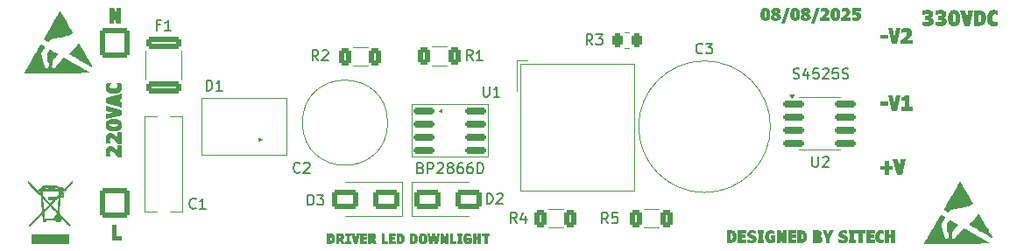
<source format=gto>
G04 #@! TF.GenerationSoftware,KiCad,Pcbnew,8.0.3*
G04 #@! TF.CreationDate,2025-08-12T15:57:26+07:00*
G04 #@! TF.ProjectId,si-hardware-downled,73692d68-6172-4647-9761-72652d646f77,rev?*
G04 #@! TF.SameCoordinates,Original*
G04 #@! TF.FileFunction,Legend,Top*
G04 #@! TF.FilePolarity,Positive*
%FSLAX46Y46*%
G04 Gerber Fmt 4.6, Leading zero omitted, Abs format (unit mm)*
G04 Created by KiCad (PCBNEW 8.0.3) date 2025-08-12 15:57:26*
%MOMM*%
%LPD*%
G01*
G04 APERTURE LIST*
G04 Aperture macros list*
%AMRoundRect*
0 Rectangle with rounded corners*
0 $1 Rounding radius*
0 $2 $3 $4 $5 $6 $7 $8 $9 X,Y pos of 4 corners*
0 Add a 4 corners polygon primitive as box body*
4,1,4,$2,$3,$4,$5,$6,$7,$8,$9,$2,$3,0*
0 Add four circle primitives for the rounded corners*
1,1,$1+$1,$2,$3*
1,1,$1+$1,$4,$5*
1,1,$1+$1,$6,$7*
1,1,$1+$1,$8,$9*
0 Add four rect primitives between the rounded corners*
20,1,$1+$1,$2,$3,$4,$5,0*
20,1,$1+$1,$4,$5,$6,$7,0*
20,1,$1+$1,$6,$7,$8,$9,0*
20,1,$1+$1,$8,$9,$2,$3,0*%
G04 Aperture macros list end*
%ADD10C,0.300000*%
%ADD11C,0.150000*%
%ADD12C,0.200000*%
%ADD13C,0.120000*%
%ADD14C,0.010000*%
%ADD15C,1.600000*%
%ADD16R,2.000000X2.000000*%
%ADD17C,2.000000*%
%ADD18C,3.200000*%
%ADD19RoundRect,0.250000X0.312500X0.625000X-0.312500X0.625000X-0.312500X-0.625000X0.312500X-0.625000X0*%
%ADD20RoundRect,0.250000X1.000000X0.650000X-1.000000X0.650000X-1.000000X-0.650000X1.000000X-0.650000X0*%
%ADD21RoundRect,0.250000X-1.000000X-0.650000X1.000000X-0.650000X1.000000X0.650000X-1.000000X0.650000X0*%
%ADD22RoundRect,0.250000X-0.262500X-0.450000X0.262500X-0.450000X0.262500X0.450000X-0.262500X0.450000X0*%
%ADD23RoundRect,0.250000X-1.450000X0.312500X-1.450000X-0.312500X1.450000X-0.312500X1.450000X0.312500X0*%
%ADD24RoundRect,0.150000X-0.825000X-0.150000X0.825000X-0.150000X0.825000X0.150000X-0.825000X0.150000X0*%
%ADD25R,1.792199X0.862800*%
%ADD26RoundRect,0.250001X-1.149999X1.149999X-1.149999X-1.149999X1.149999X-1.149999X1.149999X1.149999X0*%
%ADD27C,2.800000*%
G04 APERTURE END LIST*
D10*
G36*
X189673036Y-66056084D02*
G01*
X189748327Y-66066138D01*
X189822056Y-66097776D01*
X189880817Y-66145246D01*
X189886260Y-66150973D01*
X189932049Y-66212997D01*
X189960879Y-66282749D01*
X189972750Y-66360230D01*
X189973089Y-66376653D01*
X189967396Y-66459579D01*
X189950317Y-66535524D01*
X189921852Y-66604487D01*
X189882002Y-66666470D01*
X189830765Y-66721472D01*
X189811156Y-66738255D01*
X189746026Y-66782704D01*
X189672086Y-66817956D01*
X189589337Y-66844012D01*
X189513649Y-66858701D01*
X189431843Y-66867003D01*
X189361993Y-66869047D01*
X189285452Y-66867558D01*
X189195523Y-66861512D01*
X189111980Y-66850814D01*
X189034823Y-66835466D01*
X188964053Y-66815466D01*
X188887559Y-66785327D01*
X188864104Y-66773792D01*
X188864104Y-66388377D01*
X188907335Y-66388377D01*
X188976808Y-66421065D01*
X189048971Y-66446516D01*
X189089418Y-66458352D01*
X189162041Y-66475665D01*
X189237040Y-66486860D01*
X189277363Y-66488761D01*
X189354657Y-66485254D01*
X189427197Y-66471791D01*
X189470803Y-66452857D01*
X189520549Y-66395355D01*
X189528689Y-66349176D01*
X189495350Y-66289092D01*
X189423962Y-66265145D01*
X189407422Y-66264546D01*
X189159027Y-66264546D01*
X189159027Y-65884260D01*
X189296048Y-65884260D01*
X189369507Y-65880473D01*
X189443810Y-65863643D01*
X189501859Y-65818518D01*
X189512203Y-65776549D01*
X189477032Y-65716098D01*
X189404686Y-65698976D01*
X189345507Y-65696681D01*
X189267284Y-65700611D01*
X189188854Y-65711216D01*
X189140343Y-65720495D01*
X189066150Y-65737870D01*
X188993507Y-65759689D01*
X188944704Y-65778014D01*
X188901473Y-65778014D01*
X188901473Y-65392965D01*
X188971845Y-65366817D01*
X189043858Y-65345751D01*
X189115217Y-65328995D01*
X189131916Y-65325554D01*
X189205902Y-65312272D01*
X189283283Y-65302612D01*
X189362533Y-65298184D01*
X189376281Y-65298077D01*
X189450706Y-65300321D01*
X189530396Y-65308381D01*
X189604361Y-65322303D01*
X189680730Y-65344971D01*
X189748260Y-65374331D01*
X189811057Y-65414431D01*
X189865258Y-65467632D01*
X189873438Y-65478328D01*
X189912061Y-65547708D01*
X189931805Y-65619272D01*
X189936819Y-65683492D01*
X189931110Y-65756963D01*
X189911375Y-65831595D01*
X189877543Y-65898857D01*
X189864645Y-65917599D01*
X189814921Y-65971759D01*
X189749563Y-66015219D01*
X189680455Y-66040078D01*
X189673036Y-66041796D01*
X189673036Y-66056084D01*
G37*
G36*
X190940657Y-66056084D02*
G01*
X191015948Y-66066138D01*
X191089676Y-66097776D01*
X191148438Y-66145246D01*
X191153881Y-66150973D01*
X191199669Y-66212997D01*
X191228499Y-66282749D01*
X191240370Y-66360230D01*
X191240709Y-66376653D01*
X191235016Y-66459579D01*
X191217937Y-66535524D01*
X191189473Y-66604487D01*
X191149622Y-66666470D01*
X191098385Y-66721472D01*
X191078776Y-66738255D01*
X191013646Y-66782704D01*
X190939707Y-66817956D01*
X190856957Y-66844012D01*
X190781269Y-66858701D01*
X190699463Y-66867003D01*
X190629614Y-66869047D01*
X190553072Y-66867558D01*
X190463143Y-66861512D01*
X190379600Y-66850814D01*
X190302444Y-66835466D01*
X190231673Y-66815466D01*
X190155179Y-66785327D01*
X190131725Y-66773792D01*
X190131725Y-66388377D01*
X190174956Y-66388377D01*
X190244429Y-66421065D01*
X190316591Y-66446516D01*
X190357039Y-66458352D01*
X190429661Y-66475665D01*
X190504660Y-66486860D01*
X190544983Y-66488761D01*
X190622278Y-66485254D01*
X190694818Y-66471791D01*
X190738424Y-66452857D01*
X190788169Y-66395355D01*
X190796309Y-66349176D01*
X190762970Y-66289092D01*
X190691583Y-66265145D01*
X190675043Y-66264546D01*
X190426648Y-66264546D01*
X190426648Y-65884260D01*
X190563668Y-65884260D01*
X190637127Y-65880473D01*
X190711430Y-65863643D01*
X190769480Y-65818518D01*
X190779823Y-65776549D01*
X190744652Y-65716098D01*
X190672306Y-65698976D01*
X190613127Y-65696681D01*
X190534905Y-65700611D01*
X190456474Y-65711216D01*
X190407963Y-65720495D01*
X190333770Y-65737870D01*
X190261127Y-65759689D01*
X190212325Y-65778014D01*
X190169094Y-65778014D01*
X190169094Y-65392965D01*
X190239465Y-65366817D01*
X190311479Y-65345751D01*
X190382837Y-65328995D01*
X190399537Y-65325554D01*
X190473523Y-65312272D01*
X190550903Y-65302612D01*
X190630153Y-65298184D01*
X190643902Y-65298077D01*
X190718326Y-65300321D01*
X190798016Y-65308381D01*
X190871982Y-65322303D01*
X190948351Y-65344971D01*
X191015880Y-65374331D01*
X191078677Y-65414431D01*
X191132878Y-65467632D01*
X191141058Y-65478328D01*
X191179681Y-65547708D01*
X191199426Y-65619272D01*
X191204439Y-65683492D01*
X191198730Y-65756963D01*
X191178995Y-65831595D01*
X191145164Y-65898857D01*
X191132265Y-65917599D01*
X191082541Y-65971759D01*
X191017184Y-66015219D01*
X190948075Y-66040078D01*
X190940657Y-66041796D01*
X190940657Y-66056084D01*
G37*
G36*
X192051493Y-65302692D02*
G01*
X192133570Y-65316538D01*
X192208314Y-65339615D01*
X192275723Y-65371922D01*
X192346932Y-65422875D01*
X192398205Y-65475490D01*
X192407579Y-65487121D01*
X192450219Y-65551501D01*
X192485632Y-65626489D01*
X192513818Y-65712086D01*
X192531163Y-65788201D01*
X192543883Y-65871105D01*
X192551977Y-65960799D01*
X192555446Y-66057281D01*
X192555591Y-66082463D01*
X192553272Y-66177713D01*
X192546317Y-66266818D01*
X192534725Y-66349778D01*
X192518496Y-66426593D01*
X192497631Y-66497263D01*
X192457638Y-66591745D01*
X192407213Y-66672401D01*
X192346355Y-66739230D01*
X192275064Y-66792232D01*
X192193341Y-66831408D01*
X192101184Y-66856756D01*
X191998595Y-66868279D01*
X191962080Y-66869047D01*
X191872343Y-66864449D01*
X191789975Y-66850657D01*
X191714978Y-66827670D01*
X191647351Y-66795488D01*
X191575927Y-66744732D01*
X191524514Y-66692321D01*
X191515116Y-66680736D01*
X191472582Y-66616407D01*
X191437256Y-66541345D01*
X191409141Y-66455550D01*
X191391838Y-66379186D01*
X191379150Y-66295953D01*
X191371076Y-66205850D01*
X191367615Y-66108878D01*
X191367519Y-66091988D01*
X191827258Y-66091988D01*
X191828273Y-66172617D01*
X191831779Y-66250240D01*
X191839292Y-66326765D01*
X191840081Y-66332323D01*
X191856018Y-66407977D01*
X191878183Y-66459085D01*
X191943794Y-66496972D01*
X191960981Y-66497920D01*
X192030128Y-66470273D01*
X192039383Y-66459085D01*
X192070569Y-66389930D01*
X192080050Y-66348077D01*
X192088352Y-66270454D01*
X192091620Y-66194826D01*
X192092822Y-66112566D01*
X192092872Y-66089790D01*
X192092148Y-66014819D01*
X192089295Y-65936175D01*
X192083713Y-65866674D01*
X192071707Y-65791942D01*
X192057335Y-65745408D01*
X192016302Y-65695582D01*
X191960981Y-65685690D01*
X191889174Y-65706207D01*
X191853394Y-65770712D01*
X191852538Y-65773618D01*
X191838770Y-65846118D01*
X191833120Y-65902944D01*
X191829113Y-65979520D01*
X191827402Y-66059166D01*
X191827258Y-66091988D01*
X191367519Y-66091988D01*
X191367471Y-66083562D01*
X191368762Y-66009415D01*
X191374501Y-65916453D01*
X191384831Y-65830234D01*
X191399752Y-65750759D01*
X191419263Y-65678027D01*
X191450109Y-65596595D01*
X191488129Y-65525700D01*
X191514383Y-65488220D01*
X191564050Y-65433442D01*
X191633568Y-65379965D01*
X191699764Y-65345613D01*
X191773473Y-65320545D01*
X191854696Y-65304762D01*
X191943432Y-65298263D01*
X191962080Y-65298077D01*
X192051493Y-65302692D01*
G37*
G36*
X193793169Y-65321524D02*
G01*
X193429736Y-66845600D01*
X192934045Y-66845600D01*
X192566948Y-65321524D01*
X193047251Y-65321524D01*
X193185371Y-66220216D01*
X193329718Y-65321524D01*
X193793169Y-65321524D01*
G37*
G36*
X194385282Y-65324426D02*
G01*
X194472500Y-65333133D01*
X194553444Y-65347645D01*
X194628113Y-65367961D01*
X194712627Y-65401519D01*
X194787339Y-65444146D01*
X194852247Y-65495843D01*
X194864052Y-65507271D01*
X194917668Y-65570352D01*
X194962197Y-65643505D01*
X194997639Y-65726730D01*
X195019449Y-65800561D01*
X195035443Y-65880838D01*
X195045621Y-65967560D01*
X195049983Y-66060728D01*
X195050165Y-66085027D01*
X195047798Y-66164794D01*
X195040698Y-66240283D01*
X195026788Y-66321318D01*
X195006695Y-66396766D01*
X195000706Y-66414755D01*
X194973434Y-66482784D01*
X194936678Y-66552037D01*
X194893488Y-66613581D01*
X194861121Y-66650327D01*
X194806397Y-66699368D01*
X194743617Y-66741801D01*
X194672780Y-66777627D01*
X194629945Y-66794675D01*
X194556764Y-66816954D01*
X194478270Y-66832868D01*
X194405231Y-66841571D01*
X194328124Y-66845401D01*
X194305346Y-66845600D01*
X193866442Y-66845600D01*
X193866442Y-66452857D01*
X194345646Y-66452857D01*
X194394006Y-66452857D01*
X194466592Y-66438260D01*
X194498054Y-66415488D01*
X194536350Y-66351718D01*
X194553009Y-66297519D01*
X194565343Y-66223259D01*
X194570869Y-66146256D01*
X194572060Y-66082096D01*
X194570061Y-66001461D01*
X194562883Y-65922229D01*
X194548566Y-65849570D01*
X194530294Y-65799630D01*
X194483832Y-65740525D01*
X194411328Y-65713927D01*
X194394006Y-65713168D01*
X194345646Y-65713168D01*
X194345646Y-66452857D01*
X193866442Y-66452857D01*
X193866442Y-65321524D01*
X194291791Y-65321524D01*
X194385282Y-65324426D01*
G37*
G36*
X195832353Y-66869047D02*
G01*
X195751449Y-66865711D01*
X195674976Y-66855703D01*
X195602934Y-66839024D01*
X195524485Y-66811132D01*
X195452066Y-66774158D01*
X195386573Y-66728788D01*
X195328898Y-66675704D01*
X195279042Y-66614906D01*
X195237005Y-66546394D01*
X195216494Y-66503782D01*
X195186659Y-66423867D01*
X195166918Y-66350374D01*
X195152561Y-66272270D01*
X195143588Y-66189555D01*
X195139999Y-66102228D01*
X195139924Y-66087225D01*
X195141785Y-66013194D01*
X195148929Y-65928701D01*
X195161431Y-65848948D01*
X195179291Y-65773935D01*
X195202509Y-65703662D01*
X195216128Y-65670303D01*
X195253306Y-65597351D01*
X195298163Y-65531727D01*
X195350699Y-65473431D01*
X195410913Y-65422463D01*
X195448769Y-65396629D01*
X195519685Y-65358228D01*
X195595229Y-65329259D01*
X195675401Y-65309722D01*
X195760202Y-65299617D01*
X195810737Y-65298077D01*
X195884910Y-65301367D01*
X195958824Y-65311237D01*
X196025793Y-65325921D01*
X196098728Y-65348023D01*
X196168597Y-65379852D01*
X196186627Y-65391500D01*
X196186627Y-65819413D01*
X196146327Y-65819413D01*
X196093953Y-65764235D01*
X196038982Y-65729288D01*
X195966532Y-65704700D01*
X195907457Y-65698879D01*
X195823042Y-65712493D01*
X195756092Y-65753336D01*
X195706607Y-65821407D01*
X195678711Y-65898932D01*
X195665127Y-65974566D01*
X195659305Y-66062302D01*
X195659062Y-66086126D01*
X195662341Y-66165147D01*
X195674116Y-66244464D01*
X195697599Y-66319684D01*
X195727572Y-66374089D01*
X195782422Y-66429364D01*
X195852770Y-66461694D01*
X195930172Y-66471175D01*
X196006926Y-66464846D01*
X196053637Y-66453223D01*
X196120393Y-66416401D01*
X196151456Y-66386911D01*
X196186627Y-66386911D01*
X196186627Y-66778921D01*
X196118941Y-66813817D01*
X196048974Y-66837989D01*
X196030922Y-66843035D01*
X195957145Y-66858886D01*
X195882545Y-66867421D01*
X195832353Y-66869047D01*
G37*
D11*
X140413466Y-80595209D02*
X140556323Y-80642828D01*
X140556323Y-80642828D02*
X140603942Y-80690447D01*
X140603942Y-80690447D02*
X140651561Y-80785685D01*
X140651561Y-80785685D02*
X140651561Y-80928542D01*
X140651561Y-80928542D02*
X140603942Y-81023780D01*
X140603942Y-81023780D02*
X140556323Y-81071400D01*
X140556323Y-81071400D02*
X140461085Y-81119019D01*
X140461085Y-81119019D02*
X140080133Y-81119019D01*
X140080133Y-81119019D02*
X140080133Y-80119019D01*
X140080133Y-80119019D02*
X140413466Y-80119019D01*
X140413466Y-80119019D02*
X140508704Y-80166638D01*
X140508704Y-80166638D02*
X140556323Y-80214257D01*
X140556323Y-80214257D02*
X140603942Y-80309495D01*
X140603942Y-80309495D02*
X140603942Y-80404733D01*
X140603942Y-80404733D02*
X140556323Y-80499971D01*
X140556323Y-80499971D02*
X140508704Y-80547590D01*
X140508704Y-80547590D02*
X140413466Y-80595209D01*
X140413466Y-80595209D02*
X140080133Y-80595209D01*
X141080133Y-81119019D02*
X141080133Y-80119019D01*
X141080133Y-80119019D02*
X141461085Y-80119019D01*
X141461085Y-80119019D02*
X141556323Y-80166638D01*
X141556323Y-80166638D02*
X141603942Y-80214257D01*
X141603942Y-80214257D02*
X141651561Y-80309495D01*
X141651561Y-80309495D02*
X141651561Y-80452352D01*
X141651561Y-80452352D02*
X141603942Y-80547590D01*
X141603942Y-80547590D02*
X141556323Y-80595209D01*
X141556323Y-80595209D02*
X141461085Y-80642828D01*
X141461085Y-80642828D02*
X141080133Y-80642828D01*
X142032514Y-80214257D02*
X142080133Y-80166638D01*
X142080133Y-80166638D02*
X142175371Y-80119019D01*
X142175371Y-80119019D02*
X142413466Y-80119019D01*
X142413466Y-80119019D02*
X142508704Y-80166638D01*
X142508704Y-80166638D02*
X142556323Y-80214257D01*
X142556323Y-80214257D02*
X142603942Y-80309495D01*
X142603942Y-80309495D02*
X142603942Y-80404733D01*
X142603942Y-80404733D02*
X142556323Y-80547590D01*
X142556323Y-80547590D02*
X141984895Y-81119019D01*
X141984895Y-81119019D02*
X142603942Y-81119019D01*
X143175371Y-80547590D02*
X143080133Y-80499971D01*
X143080133Y-80499971D02*
X143032514Y-80452352D01*
X143032514Y-80452352D02*
X142984895Y-80357114D01*
X142984895Y-80357114D02*
X142984895Y-80309495D01*
X142984895Y-80309495D02*
X143032514Y-80214257D01*
X143032514Y-80214257D02*
X143080133Y-80166638D01*
X143080133Y-80166638D02*
X143175371Y-80119019D01*
X143175371Y-80119019D02*
X143365847Y-80119019D01*
X143365847Y-80119019D02*
X143461085Y-80166638D01*
X143461085Y-80166638D02*
X143508704Y-80214257D01*
X143508704Y-80214257D02*
X143556323Y-80309495D01*
X143556323Y-80309495D02*
X143556323Y-80357114D01*
X143556323Y-80357114D02*
X143508704Y-80452352D01*
X143508704Y-80452352D02*
X143461085Y-80499971D01*
X143461085Y-80499971D02*
X143365847Y-80547590D01*
X143365847Y-80547590D02*
X143175371Y-80547590D01*
X143175371Y-80547590D02*
X143080133Y-80595209D01*
X143080133Y-80595209D02*
X143032514Y-80642828D01*
X143032514Y-80642828D02*
X142984895Y-80738066D01*
X142984895Y-80738066D02*
X142984895Y-80928542D01*
X142984895Y-80928542D02*
X143032514Y-81023780D01*
X143032514Y-81023780D02*
X143080133Y-81071400D01*
X143080133Y-81071400D02*
X143175371Y-81119019D01*
X143175371Y-81119019D02*
X143365847Y-81119019D01*
X143365847Y-81119019D02*
X143461085Y-81071400D01*
X143461085Y-81071400D02*
X143508704Y-81023780D01*
X143508704Y-81023780D02*
X143556323Y-80928542D01*
X143556323Y-80928542D02*
X143556323Y-80738066D01*
X143556323Y-80738066D02*
X143508704Y-80642828D01*
X143508704Y-80642828D02*
X143461085Y-80595209D01*
X143461085Y-80595209D02*
X143365847Y-80547590D01*
X144413466Y-80119019D02*
X144222990Y-80119019D01*
X144222990Y-80119019D02*
X144127752Y-80166638D01*
X144127752Y-80166638D02*
X144080133Y-80214257D01*
X144080133Y-80214257D02*
X143984895Y-80357114D01*
X143984895Y-80357114D02*
X143937276Y-80547590D01*
X143937276Y-80547590D02*
X143937276Y-80928542D01*
X143937276Y-80928542D02*
X143984895Y-81023780D01*
X143984895Y-81023780D02*
X144032514Y-81071400D01*
X144032514Y-81071400D02*
X144127752Y-81119019D01*
X144127752Y-81119019D02*
X144318228Y-81119019D01*
X144318228Y-81119019D02*
X144413466Y-81071400D01*
X144413466Y-81071400D02*
X144461085Y-81023780D01*
X144461085Y-81023780D02*
X144508704Y-80928542D01*
X144508704Y-80928542D02*
X144508704Y-80690447D01*
X144508704Y-80690447D02*
X144461085Y-80595209D01*
X144461085Y-80595209D02*
X144413466Y-80547590D01*
X144413466Y-80547590D02*
X144318228Y-80499971D01*
X144318228Y-80499971D02*
X144127752Y-80499971D01*
X144127752Y-80499971D02*
X144032514Y-80547590D01*
X144032514Y-80547590D02*
X143984895Y-80595209D01*
X143984895Y-80595209D02*
X143937276Y-80690447D01*
X145365847Y-80119019D02*
X145175371Y-80119019D01*
X145175371Y-80119019D02*
X145080133Y-80166638D01*
X145080133Y-80166638D02*
X145032514Y-80214257D01*
X145032514Y-80214257D02*
X144937276Y-80357114D01*
X144937276Y-80357114D02*
X144889657Y-80547590D01*
X144889657Y-80547590D02*
X144889657Y-80928542D01*
X144889657Y-80928542D02*
X144937276Y-81023780D01*
X144937276Y-81023780D02*
X144984895Y-81071400D01*
X144984895Y-81071400D02*
X145080133Y-81119019D01*
X145080133Y-81119019D02*
X145270609Y-81119019D01*
X145270609Y-81119019D02*
X145365847Y-81071400D01*
X145365847Y-81071400D02*
X145413466Y-81023780D01*
X145413466Y-81023780D02*
X145461085Y-80928542D01*
X145461085Y-80928542D02*
X145461085Y-80690447D01*
X145461085Y-80690447D02*
X145413466Y-80595209D01*
X145413466Y-80595209D02*
X145365847Y-80547590D01*
X145365847Y-80547590D02*
X145270609Y-80499971D01*
X145270609Y-80499971D02*
X145080133Y-80499971D01*
X145080133Y-80499971D02*
X144984895Y-80547590D01*
X144984895Y-80547590D02*
X144937276Y-80595209D01*
X144937276Y-80595209D02*
X144889657Y-80690447D01*
X145889657Y-81119019D02*
X145889657Y-80119019D01*
X145889657Y-80119019D02*
X146127752Y-80119019D01*
X146127752Y-80119019D02*
X146270609Y-80166638D01*
X146270609Y-80166638D02*
X146365847Y-80261876D01*
X146365847Y-80261876D02*
X146413466Y-80357114D01*
X146413466Y-80357114D02*
X146461085Y-80547590D01*
X146461085Y-80547590D02*
X146461085Y-80690447D01*
X146461085Y-80690447D02*
X146413466Y-80880923D01*
X146413466Y-80880923D02*
X146365847Y-80976161D01*
X146365847Y-80976161D02*
X146270609Y-81071400D01*
X146270609Y-81071400D02*
X146127752Y-81119019D01*
X146127752Y-81119019D02*
X145889657Y-81119019D01*
X176403333Y-71908200D02*
X176546190Y-71955819D01*
X176546190Y-71955819D02*
X176784285Y-71955819D01*
X176784285Y-71955819D02*
X176879523Y-71908200D01*
X176879523Y-71908200D02*
X176927142Y-71860580D01*
X176927142Y-71860580D02*
X176974761Y-71765342D01*
X176974761Y-71765342D02*
X176974761Y-71670104D01*
X176974761Y-71670104D02*
X176927142Y-71574866D01*
X176927142Y-71574866D02*
X176879523Y-71527247D01*
X176879523Y-71527247D02*
X176784285Y-71479628D01*
X176784285Y-71479628D02*
X176593809Y-71432009D01*
X176593809Y-71432009D02*
X176498571Y-71384390D01*
X176498571Y-71384390D02*
X176450952Y-71336771D01*
X176450952Y-71336771D02*
X176403333Y-71241533D01*
X176403333Y-71241533D02*
X176403333Y-71146295D01*
X176403333Y-71146295D02*
X176450952Y-71051057D01*
X176450952Y-71051057D02*
X176498571Y-71003438D01*
X176498571Y-71003438D02*
X176593809Y-70955819D01*
X176593809Y-70955819D02*
X176831904Y-70955819D01*
X176831904Y-70955819D02*
X176974761Y-71003438D01*
X177831904Y-71289152D02*
X177831904Y-71955819D01*
X177593809Y-70908200D02*
X177355714Y-71622485D01*
X177355714Y-71622485D02*
X177974761Y-71622485D01*
X178831904Y-70955819D02*
X178355714Y-70955819D01*
X178355714Y-70955819D02*
X178308095Y-71432009D01*
X178308095Y-71432009D02*
X178355714Y-71384390D01*
X178355714Y-71384390D02*
X178450952Y-71336771D01*
X178450952Y-71336771D02*
X178689047Y-71336771D01*
X178689047Y-71336771D02*
X178784285Y-71384390D01*
X178784285Y-71384390D02*
X178831904Y-71432009D01*
X178831904Y-71432009D02*
X178879523Y-71527247D01*
X178879523Y-71527247D02*
X178879523Y-71765342D01*
X178879523Y-71765342D02*
X178831904Y-71860580D01*
X178831904Y-71860580D02*
X178784285Y-71908200D01*
X178784285Y-71908200D02*
X178689047Y-71955819D01*
X178689047Y-71955819D02*
X178450952Y-71955819D01*
X178450952Y-71955819D02*
X178355714Y-71908200D01*
X178355714Y-71908200D02*
X178308095Y-71860580D01*
X179260476Y-71051057D02*
X179308095Y-71003438D01*
X179308095Y-71003438D02*
X179403333Y-70955819D01*
X179403333Y-70955819D02*
X179641428Y-70955819D01*
X179641428Y-70955819D02*
X179736666Y-71003438D01*
X179736666Y-71003438D02*
X179784285Y-71051057D01*
X179784285Y-71051057D02*
X179831904Y-71146295D01*
X179831904Y-71146295D02*
X179831904Y-71241533D01*
X179831904Y-71241533D02*
X179784285Y-71384390D01*
X179784285Y-71384390D02*
X179212857Y-71955819D01*
X179212857Y-71955819D02*
X179831904Y-71955819D01*
X180736666Y-70955819D02*
X180260476Y-70955819D01*
X180260476Y-70955819D02*
X180212857Y-71432009D01*
X180212857Y-71432009D02*
X180260476Y-71384390D01*
X180260476Y-71384390D02*
X180355714Y-71336771D01*
X180355714Y-71336771D02*
X180593809Y-71336771D01*
X180593809Y-71336771D02*
X180689047Y-71384390D01*
X180689047Y-71384390D02*
X180736666Y-71432009D01*
X180736666Y-71432009D02*
X180784285Y-71527247D01*
X180784285Y-71527247D02*
X180784285Y-71765342D01*
X180784285Y-71765342D02*
X180736666Y-71860580D01*
X180736666Y-71860580D02*
X180689047Y-71908200D01*
X180689047Y-71908200D02*
X180593809Y-71955819D01*
X180593809Y-71955819D02*
X180355714Y-71955819D01*
X180355714Y-71955819D02*
X180260476Y-71908200D01*
X180260476Y-71908200D02*
X180212857Y-71860580D01*
X181165238Y-71908200D02*
X181308095Y-71955819D01*
X181308095Y-71955819D02*
X181546190Y-71955819D01*
X181546190Y-71955819D02*
X181641428Y-71908200D01*
X181641428Y-71908200D02*
X181689047Y-71860580D01*
X181689047Y-71860580D02*
X181736666Y-71765342D01*
X181736666Y-71765342D02*
X181736666Y-71670104D01*
X181736666Y-71670104D02*
X181689047Y-71574866D01*
X181689047Y-71574866D02*
X181641428Y-71527247D01*
X181641428Y-71527247D02*
X181546190Y-71479628D01*
X181546190Y-71479628D02*
X181355714Y-71432009D01*
X181355714Y-71432009D02*
X181260476Y-71384390D01*
X181260476Y-71384390D02*
X181212857Y-71336771D01*
X181212857Y-71336771D02*
X181165238Y-71241533D01*
X181165238Y-71241533D02*
X181165238Y-71146295D01*
X181165238Y-71146295D02*
X181212857Y-71051057D01*
X181212857Y-71051057D02*
X181260476Y-71003438D01*
X181260476Y-71003438D02*
X181355714Y-70955819D01*
X181355714Y-70955819D02*
X181593809Y-70955819D01*
X181593809Y-70955819D02*
X181736666Y-71003438D01*
D12*
G36*
X131673991Y-86929946D02*
G01*
X131732136Y-86935751D01*
X131786098Y-86945425D01*
X131835878Y-86958969D01*
X131892221Y-86981341D01*
X131942028Y-87009759D01*
X131985300Y-87044224D01*
X131993170Y-87051842D01*
X132028915Y-87093897D01*
X132058601Y-87142665D01*
X132082228Y-87198148D01*
X132096769Y-87247369D01*
X132107431Y-87300887D01*
X132114217Y-87358702D01*
X132117125Y-87420814D01*
X132117246Y-87437013D01*
X132115668Y-87490191D01*
X132110935Y-87540517D01*
X132101661Y-87594540D01*
X132088266Y-87644839D01*
X132084273Y-87656832D01*
X132066092Y-87702185D01*
X132041588Y-87748353D01*
X132012795Y-87789382D01*
X131991217Y-87813880D01*
X131954734Y-87846574D01*
X131912880Y-87874863D01*
X131865656Y-87898746D01*
X131837099Y-87910112D01*
X131788312Y-87924965D01*
X131735983Y-87935574D01*
X131687290Y-87941376D01*
X131635885Y-87943929D01*
X131620700Y-87944062D01*
X131328097Y-87944062D01*
X131328097Y-87682233D01*
X131647567Y-87682233D01*
X131679807Y-87682233D01*
X131728198Y-87672502D01*
X131749172Y-87657320D01*
X131774703Y-87614807D01*
X131785808Y-87578674D01*
X131794031Y-87529168D01*
X131797715Y-87477832D01*
X131798509Y-87435059D01*
X131797177Y-87381302D01*
X131792391Y-87328481D01*
X131782847Y-87280042D01*
X131770665Y-87246748D01*
X131739690Y-87207345D01*
X131691355Y-87189613D01*
X131679807Y-87189107D01*
X131647567Y-87189107D01*
X131647567Y-87682233D01*
X131328097Y-87682233D01*
X131328097Y-86928011D01*
X131611663Y-86928011D01*
X131673991Y-86929946D01*
G37*
G36*
X132746078Y-86930604D02*
G01*
X132795989Y-86938384D01*
X132848272Y-86954015D01*
X132894150Y-86976705D01*
X132928376Y-87001773D01*
X132965669Y-87042286D01*
X132992307Y-87090311D01*
X133006874Y-87138493D01*
X133013284Y-87192425D01*
X133013617Y-87208891D01*
X133011236Y-87261494D01*
X133002864Y-87315054D01*
X132988464Y-87362662D01*
X132975515Y-87391096D01*
X132947647Y-87433395D01*
X132911669Y-87469921D01*
X132867581Y-87500676D01*
X132857790Y-87506134D01*
X133105697Y-87944062D01*
X132725899Y-87944062D01*
X132551998Y-87584536D01*
X132538321Y-87584536D01*
X132538321Y-87944062D01*
X132216164Y-87944062D01*
X132216164Y-87378395D01*
X132538321Y-87378395D01*
X132562989Y-87378395D01*
X132611693Y-87372706D01*
X132650672Y-87352505D01*
X132675230Y-87309076D01*
X132679249Y-87272394D01*
X132669256Y-87223292D01*
X132656046Y-87205715D01*
X132609187Y-87186762D01*
X132571293Y-87184222D01*
X132538321Y-87184222D01*
X132538321Y-87378395D01*
X132216164Y-87378395D01*
X132216164Y-86928011D01*
X132691461Y-86928011D01*
X132746078Y-86930604D01*
G37*
G36*
X133665501Y-87944062D02*
G01*
X133123038Y-87944062D01*
X133123038Y-87678814D01*
X133230016Y-87678814D01*
X133230016Y-87193259D01*
X133123038Y-87193259D01*
X133123038Y-86928011D01*
X133665501Y-86928011D01*
X133665501Y-87193259D01*
X133557790Y-87193259D01*
X133557790Y-87678814D01*
X133665501Y-87678814D01*
X133665501Y-87944062D01*
G37*
G36*
X134505208Y-86928011D02*
G01*
X134262919Y-87944062D01*
X133932459Y-87944062D01*
X133687727Y-86928011D01*
X134007930Y-86928011D01*
X134100009Y-87527139D01*
X134196241Y-86928011D01*
X134505208Y-86928011D01*
G37*
G36*
X135209360Y-87944062D02*
G01*
X134554057Y-87944062D01*
X134554057Y-86928011D01*
X135209360Y-86928011D01*
X135209360Y-87193259D01*
X134869374Y-87193259D01*
X134869374Y-87287537D01*
X135185913Y-87287537D01*
X135185913Y-87549854D01*
X134869374Y-87549854D01*
X134869374Y-87678814D01*
X135209360Y-87678814D01*
X135209360Y-87944062D01*
G37*
G36*
X135823538Y-86930604D02*
G01*
X135873449Y-86938384D01*
X135925732Y-86954015D01*
X135971610Y-86976705D01*
X136005836Y-87001773D01*
X136043129Y-87042286D01*
X136069767Y-87090311D01*
X136084334Y-87138493D01*
X136090744Y-87192425D01*
X136091077Y-87208891D01*
X136088696Y-87261494D01*
X136080324Y-87315054D01*
X136065924Y-87362662D01*
X136052975Y-87391096D01*
X136025107Y-87433395D01*
X135989128Y-87469921D01*
X135945041Y-87500676D01*
X135935250Y-87506134D01*
X136183157Y-87944062D01*
X135803359Y-87944062D01*
X135629458Y-87584536D01*
X135615780Y-87584536D01*
X135615780Y-87944062D01*
X135293624Y-87944062D01*
X135293624Y-87378395D01*
X135615780Y-87378395D01*
X135640449Y-87378395D01*
X135689153Y-87372706D01*
X135728132Y-87352505D01*
X135752690Y-87309076D01*
X135756709Y-87272394D01*
X135746716Y-87223292D01*
X135733505Y-87205715D01*
X135686647Y-87186762D01*
X135648753Y-87184222D01*
X135615780Y-87184222D01*
X135615780Y-87378395D01*
X135293624Y-87378395D01*
X135293624Y-86928011D01*
X135768921Y-86928011D01*
X135823538Y-86930604D01*
G37*
G36*
X137248788Y-87944062D02*
G01*
X136617420Y-87944062D01*
X136617420Y-86928011D01*
X136942996Y-86928011D01*
X136942996Y-87674662D01*
X137248788Y-87674662D01*
X137248788Y-87944062D01*
G37*
G36*
X137974189Y-87944062D02*
G01*
X137318886Y-87944062D01*
X137318886Y-86928011D01*
X137974189Y-86928011D01*
X137974189Y-87193259D01*
X137634203Y-87193259D01*
X137634203Y-87287537D01*
X137950742Y-87287537D01*
X137950742Y-87549854D01*
X137634203Y-87549854D01*
X137634203Y-87678814D01*
X137974189Y-87678814D01*
X137974189Y-87944062D01*
G37*
G36*
X138404347Y-86929946D02*
G01*
X138462492Y-86935751D01*
X138516454Y-86945425D01*
X138566234Y-86958969D01*
X138622577Y-86981341D01*
X138672384Y-87009759D01*
X138715656Y-87044224D01*
X138723526Y-87051842D01*
X138759271Y-87093897D01*
X138788957Y-87142665D01*
X138812584Y-87198148D01*
X138827124Y-87247369D01*
X138837787Y-87300887D01*
X138844573Y-87358702D01*
X138847481Y-87420814D01*
X138847602Y-87437013D01*
X138846024Y-87490191D01*
X138841291Y-87540517D01*
X138832017Y-87594540D01*
X138818622Y-87644839D01*
X138814629Y-87656832D01*
X138796448Y-87702185D01*
X138771944Y-87748353D01*
X138743151Y-87789382D01*
X138721572Y-87813880D01*
X138685090Y-87846574D01*
X138643236Y-87874863D01*
X138596012Y-87898746D01*
X138567455Y-87910112D01*
X138518668Y-87924965D01*
X138466339Y-87935574D01*
X138417646Y-87941376D01*
X138366241Y-87943929D01*
X138351056Y-87944062D01*
X138058453Y-87944062D01*
X138058453Y-87682233D01*
X138377923Y-87682233D01*
X138410163Y-87682233D01*
X138458553Y-87672502D01*
X138479528Y-87657320D01*
X138505059Y-87614807D01*
X138516164Y-87578674D01*
X138524387Y-87529168D01*
X138528071Y-87477832D01*
X138528865Y-87435059D01*
X138527532Y-87381302D01*
X138522747Y-87328481D01*
X138513203Y-87280042D01*
X138501021Y-87246748D01*
X138470046Y-87207345D01*
X138421710Y-87189613D01*
X138410163Y-87189107D01*
X138377923Y-87189107D01*
X138377923Y-87682233D01*
X138058453Y-87682233D01*
X138058453Y-86928011D01*
X138342019Y-86928011D01*
X138404347Y-86929946D01*
G37*
G36*
X139681248Y-86929946D02*
G01*
X139739393Y-86935751D01*
X139793356Y-86945425D01*
X139843136Y-86958969D01*
X139899478Y-86981341D01*
X139949286Y-87009759D01*
X139992558Y-87044224D01*
X140000428Y-87051842D01*
X140036172Y-87093897D01*
X140065858Y-87142665D01*
X140089486Y-87198148D01*
X140104026Y-87247369D01*
X140114689Y-87300887D01*
X140121474Y-87358702D01*
X140124382Y-87420814D01*
X140124503Y-87437013D01*
X140122926Y-87490191D01*
X140118192Y-87540517D01*
X140108919Y-87594540D01*
X140095523Y-87644839D01*
X140091531Y-87656832D01*
X140073350Y-87702185D01*
X140048846Y-87748353D01*
X140020052Y-87789382D01*
X139998474Y-87813880D01*
X139961991Y-87846574D01*
X139920138Y-87874863D01*
X139872913Y-87898746D01*
X139844357Y-87910112D01*
X139795569Y-87924965D01*
X139743240Y-87935574D01*
X139694547Y-87941376D01*
X139643143Y-87943929D01*
X139627958Y-87944062D01*
X139335355Y-87944062D01*
X139335355Y-87682233D01*
X139654824Y-87682233D01*
X139687064Y-87682233D01*
X139735455Y-87672502D01*
X139756429Y-87657320D01*
X139781960Y-87614807D01*
X139793066Y-87578674D01*
X139801289Y-87529168D01*
X139804973Y-87477832D01*
X139805766Y-87435059D01*
X139804434Y-87381302D01*
X139799648Y-87328481D01*
X139790104Y-87280042D01*
X139777923Y-87246748D01*
X139746948Y-87207345D01*
X139698612Y-87189613D01*
X139687064Y-87189107D01*
X139654824Y-87189107D01*
X139654824Y-87682233D01*
X139335355Y-87682233D01*
X139335355Y-86928011D01*
X139618921Y-86928011D01*
X139681248Y-86929946D01*
G37*
G36*
X140673420Y-86914502D02*
G01*
X140732877Y-86923122D01*
X140787694Y-86938372D01*
X140837873Y-86960254D01*
X140883412Y-86988767D01*
X140924312Y-87023910D01*
X140946625Y-87048179D01*
X140979695Y-87093372D01*
X141007161Y-87144230D01*
X141029021Y-87200753D01*
X141042473Y-87250050D01*
X141052339Y-87302972D01*
X141058616Y-87359520D01*
X141061307Y-87419694D01*
X141061419Y-87435304D01*
X141059679Y-87497948D01*
X141054458Y-87556677D01*
X141045757Y-87611491D01*
X141033575Y-87662388D01*
X141017913Y-87709371D01*
X140993441Y-87762593D01*
X140963531Y-87809696D01*
X140950044Y-87826825D01*
X140912746Y-87865102D01*
X140870307Y-87896892D01*
X140822729Y-87922194D01*
X140770010Y-87941008D01*
X140712152Y-87953335D01*
X140662164Y-87958525D01*
X140622515Y-87959693D01*
X140570067Y-87957644D01*
X140520925Y-87951496D01*
X140464144Y-87938047D01*
X140412528Y-87918194D01*
X140366075Y-87891936D01*
X140324786Y-87859275D01*
X140295473Y-87828535D01*
X140263599Y-87784287D01*
X140237127Y-87733671D01*
X140216057Y-87676687D01*
X140203092Y-87626514D01*
X140193583Y-87572265D01*
X140187533Y-87513941D01*
X140184939Y-87451541D01*
X140184873Y-87441654D01*
X140526283Y-87441654D01*
X140527090Y-87494639D01*
X140530072Y-87548468D01*
X140536170Y-87599454D01*
X140547829Y-87647387D01*
X140549242Y-87651214D01*
X140576898Y-87694166D01*
X140622515Y-87711054D01*
X140670917Y-87698184D01*
X140683331Y-87686141D01*
X140703281Y-87638717D01*
X140709953Y-87602122D01*
X140714865Y-87551632D01*
X140717226Y-87500427D01*
X140718006Y-87447245D01*
X140718013Y-87440921D01*
X140717479Y-87391294D01*
X140715309Y-87337718D01*
X140710500Y-87285832D01*
X140709465Y-87278500D01*
X140698047Y-87229346D01*
X140680889Y-87196190D01*
X140638414Y-87172004D01*
X140622515Y-87170789D01*
X140574847Y-87183141D01*
X140560965Y-87196923D01*
X140541451Y-87244682D01*
X140534587Y-87280698D01*
X140529527Y-87330352D01*
X140527094Y-87381543D01*
X140526291Y-87435241D01*
X140526283Y-87441654D01*
X140184873Y-87441654D01*
X140184831Y-87435304D01*
X140186598Y-87374224D01*
X140191899Y-87316770D01*
X140200734Y-87262941D01*
X140213102Y-87212737D01*
X140229005Y-87166159D01*
X140253853Y-87113035D01*
X140284222Y-87065576D01*
X140297916Y-87048179D01*
X140335658Y-87009057D01*
X140378206Y-86976566D01*
X140425560Y-86950706D01*
X140477720Y-86931476D01*
X140534687Y-86918878D01*
X140583721Y-86913573D01*
X140622515Y-86912380D01*
X140673420Y-86914502D01*
G37*
G36*
X142233540Y-86928011D02*
G01*
X142052068Y-87944062D01*
X141746520Y-87944062D01*
X141646869Y-87394759D01*
X141550637Y-87944062D01*
X141243624Y-87944062D01*
X141065083Y-86928011D01*
X141346695Y-86928011D01*
X141417525Y-87500516D01*
X141501300Y-86928011D01*
X141792438Y-86928011D01*
X141887937Y-87496364D01*
X141967804Y-86928011D01*
X142233540Y-86928011D01*
G37*
G36*
X143084727Y-87944062D02*
G01*
X142783819Y-87944062D01*
X142587204Y-87495632D01*
X142587204Y-87944062D01*
X142299486Y-87944062D01*
X142299486Y-86928011D01*
X142614071Y-86928011D01*
X142796032Y-87361298D01*
X142796032Y-86928011D01*
X143084727Y-86928011D01*
X143084727Y-87944062D01*
G37*
G36*
X143851161Y-87944062D02*
G01*
X143219793Y-87944062D01*
X143219793Y-86928011D01*
X143545369Y-86928011D01*
X143545369Y-87674662D01*
X143851161Y-87674662D01*
X143851161Y-87944062D01*
G37*
G36*
X144435634Y-87944062D02*
G01*
X143893170Y-87944062D01*
X143893170Y-87678814D01*
X144000149Y-87678814D01*
X144000149Y-87193259D01*
X143893170Y-87193259D01*
X143893170Y-86928011D01*
X144435634Y-86928011D01*
X144435634Y-87193259D01*
X144327923Y-87193259D01*
X144327923Y-87678814D01*
X144435634Y-87678814D01*
X144435634Y-87944062D01*
G37*
G36*
X145332494Y-87875185D02*
G01*
X145287460Y-87899103D01*
X145254092Y-87911577D01*
X145207197Y-87926152D01*
X145155906Y-87938734D01*
X145119270Y-87946015D01*
X145068244Y-87953803D01*
X145018603Y-87958357D01*
X144974678Y-87959693D01*
X144921638Y-87957452D01*
X144871329Y-87950729D01*
X144823750Y-87939523D01*
X144771693Y-87920785D01*
X144723352Y-87895946D01*
X144679372Y-87865320D01*
X144640184Y-87829434D01*
X144605788Y-87788290D01*
X144576184Y-87741886D01*
X144561419Y-87713008D01*
X144542411Y-87666920D01*
X144527336Y-87618051D01*
X144516193Y-87566399D01*
X144508983Y-87511965D01*
X144505706Y-87454750D01*
X144505487Y-87435059D01*
X144507574Y-87379072D01*
X144513834Y-87325230D01*
X144524266Y-87273536D01*
X144538872Y-87223988D01*
X144557651Y-87176587D01*
X144564838Y-87161263D01*
X144588658Y-87117611D01*
X144620397Y-87071872D01*
X144656391Y-87031719D01*
X144696639Y-86997153D01*
X144727993Y-86975883D01*
X144774715Y-86951139D01*
X144824056Y-86932473D01*
X144876015Y-86919884D01*
X144930592Y-86913372D01*
X144962954Y-86912380D01*
X145012624Y-86913887D01*
X145065727Y-86919096D01*
X145116637Y-86928026D01*
X145131482Y-86931431D01*
X145180540Y-86945794D01*
X145229408Y-86965071D01*
X145278085Y-86989262D01*
X145287797Y-86994690D01*
X145287797Y-87252610D01*
X145256778Y-87252610D01*
X145210661Y-87222822D01*
X145161857Y-87200351D01*
X145110364Y-87185195D01*
X145056182Y-87177356D01*
X145024015Y-87176162D01*
X144972586Y-87182387D01*
X144926978Y-87203616D01*
X144892856Y-87239909D01*
X144871089Y-87286134D01*
X144858392Y-87338912D01*
X144852587Y-87394714D01*
X144851579Y-87433838D01*
X144852282Y-87484442D01*
X144854750Y-87533599D01*
X144860181Y-87582502D01*
X144862815Y-87597237D01*
X144877591Y-87644986D01*
X144898963Y-87677348D01*
X144943387Y-87699608D01*
X144970526Y-87702017D01*
X145004720Y-87700307D01*
X145045997Y-87686874D01*
X145045997Y-87589177D01*
X144947078Y-87589177D01*
X144947078Y-87350063D01*
X145332494Y-87350063D01*
X145332494Y-87875185D01*
G37*
G36*
X146240100Y-87944062D02*
G01*
X145914524Y-87944062D01*
X145914524Y-87553273D01*
X145766025Y-87553273D01*
X145766025Y-87944062D01*
X145440449Y-87944062D01*
X145440449Y-86928011D01*
X145766025Y-86928011D01*
X145766025Y-87272882D01*
X145914524Y-87272882D01*
X145914524Y-86928011D01*
X146240100Y-86928011D01*
X146240100Y-87944062D01*
G37*
G36*
X147078097Y-87193747D02*
G01*
X146860477Y-87193747D01*
X146860477Y-87944062D01*
X146534657Y-87944062D01*
X146534657Y-87193747D01*
X146316304Y-87193747D01*
X146316304Y-86928011D01*
X147078097Y-86928011D01*
X147078097Y-87193747D01*
G37*
D10*
G36*
X173797638Y-65103474D02*
G01*
X173863301Y-65114550D01*
X173923095Y-65133012D01*
X173977022Y-65158858D01*
X174033990Y-65199620D01*
X174075008Y-65241712D01*
X174082508Y-65251017D01*
X174116620Y-65302521D01*
X174144950Y-65362511D01*
X174167499Y-65430989D01*
X174181375Y-65491881D01*
X174191550Y-65558204D01*
X174198026Y-65629959D01*
X174200801Y-65707145D01*
X174200917Y-65727290D01*
X174199062Y-65803490D01*
X174193498Y-65874775D01*
X174184224Y-65941143D01*
X174171241Y-66002595D01*
X174154549Y-66059130D01*
X174122555Y-66134716D01*
X174082215Y-66199241D01*
X174033528Y-66252704D01*
X173976496Y-66295105D01*
X173911117Y-66326446D01*
X173837392Y-66346725D01*
X173755320Y-66355943D01*
X173726109Y-66356557D01*
X173654318Y-66352879D01*
X173588424Y-66341846D01*
X173528427Y-66323456D01*
X173474325Y-66297710D01*
X173417186Y-66257105D01*
X173376056Y-66215177D01*
X173368537Y-66205908D01*
X173334510Y-66154446D01*
X173306249Y-66094396D01*
X173283757Y-66025760D01*
X173269915Y-65964669D01*
X173259764Y-65898082D01*
X173253305Y-65826000D01*
X173250537Y-65748422D01*
X173250460Y-65734910D01*
X173618251Y-65734910D01*
X173619062Y-65799413D01*
X173621867Y-65861512D01*
X173627878Y-65922732D01*
X173628509Y-65927178D01*
X173641259Y-65987702D01*
X173658991Y-66028588D01*
X173711479Y-66058897D01*
X173725229Y-66059656D01*
X173780546Y-66037538D01*
X173787951Y-66028588D01*
X173812899Y-65973264D01*
X173820484Y-65939781D01*
X173827126Y-65877683D01*
X173829741Y-65817181D01*
X173830702Y-65751373D01*
X173830742Y-65733152D01*
X173830163Y-65673175D01*
X173827880Y-65610260D01*
X173823415Y-65554659D01*
X173813810Y-65494873D01*
X173802312Y-65457646D01*
X173769486Y-65417786D01*
X173725229Y-65409872D01*
X173667783Y-65426285D01*
X173639160Y-65477890D01*
X173638474Y-65480214D01*
X173627460Y-65538214D01*
X173622940Y-65583675D01*
X173619735Y-65644936D01*
X173618366Y-65708652D01*
X173618251Y-65734910D01*
X173250460Y-65734910D01*
X173250421Y-65728169D01*
X173251454Y-65668852D01*
X173256045Y-65594482D01*
X173264309Y-65525507D01*
X173276246Y-65461927D01*
X173291855Y-65403741D01*
X173316532Y-65338596D01*
X173346947Y-65281880D01*
X173367951Y-65251896D01*
X173407684Y-65208074D01*
X173463298Y-65165292D01*
X173516255Y-65137810D01*
X173575223Y-65117756D01*
X173640201Y-65105129D01*
X173711190Y-65099930D01*
X173726109Y-65099781D01*
X173797638Y-65103474D01*
G37*
G36*
X174804328Y-65101756D02*
G01*
X174864880Y-65107681D01*
X174931667Y-65120005D01*
X174992045Y-65138016D01*
X175046014Y-65161715D01*
X175078432Y-65180675D01*
X175126854Y-65218840D01*
X175167631Y-65269568D01*
X175192873Y-65327879D01*
X175202582Y-65393775D01*
X175202703Y-65402545D01*
X175196480Y-65462555D01*
X175173487Y-65520899D01*
X175158446Y-65542056D01*
X175111068Y-65585107D01*
X175058758Y-65617828D01*
X174999884Y-65646983D01*
X174999884Y-65651966D01*
X175053808Y-65677025D01*
X175111103Y-65714119D01*
X175157163Y-65757625D01*
X175191989Y-65807542D01*
X175215581Y-65863871D01*
X175227939Y-65926611D01*
X175229961Y-65967332D01*
X175225115Y-66027981D01*
X175210579Y-66085292D01*
X175186352Y-66139264D01*
X175168705Y-66167806D01*
X175130333Y-66214960D01*
X175083800Y-66255854D01*
X175029106Y-66290488D01*
X174995194Y-66307025D01*
X174936851Y-66328695D01*
X174874074Y-66344174D01*
X174815509Y-66352639D01*
X174753549Y-66356364D01*
X174735222Y-66356557D01*
X174665117Y-66354361D01*
X174600063Y-66347770D01*
X174540060Y-66336787D01*
X174474726Y-66317807D01*
X174416667Y-66292500D01*
X174373841Y-66266578D01*
X174323592Y-66223482D01*
X174285684Y-66172924D01*
X174260119Y-66114905D01*
X174246895Y-66049425D01*
X174244880Y-66008658D01*
X174250559Y-65959125D01*
X174610072Y-65959125D01*
X174622314Y-66018136D01*
X174648760Y-66052622D01*
X174703175Y-66080520D01*
X174750170Y-66086034D01*
X174807937Y-66073618D01*
X174826667Y-66062000D01*
X174857262Y-66011011D01*
X174858028Y-65999279D01*
X174849235Y-65954436D01*
X174817581Y-65924541D01*
X174762205Y-65895329D01*
X174712947Y-65872370D01*
X174650226Y-65848044D01*
X174637623Y-65871784D01*
X174624434Y-65898162D01*
X174614176Y-65927472D01*
X174610072Y-65959125D01*
X174250559Y-65959125D01*
X174252155Y-65945206D01*
X174273979Y-65888060D01*
X174310352Y-65837220D01*
X174361274Y-65792686D01*
X174414824Y-65760392D01*
X174451803Y-65743117D01*
X174451803Y-65738134D01*
X174399625Y-65707554D01*
X174352873Y-65667173D01*
X174317274Y-65619726D01*
X174292411Y-65563696D01*
X174278764Y-65504345D01*
X174274242Y-65449733D01*
X174636451Y-65449733D01*
X174643192Y-65485197D01*
X174667811Y-65506885D01*
X174726874Y-65528750D01*
X174785617Y-65548168D01*
X174826667Y-65561400D01*
X174837511Y-65535608D01*
X174852802Y-65477040D01*
X174853045Y-65468490D01*
X174830605Y-65414026D01*
X174823736Y-65407820D01*
X174767682Y-65385014D01*
X174743429Y-65383494D01*
X174684524Y-65394943D01*
X174669570Y-65402252D01*
X174636451Y-65449733D01*
X174274242Y-65449733D01*
X174273774Y-65444077D01*
X174273603Y-65429802D01*
X174280495Y-65366635D01*
X174301171Y-65308109D01*
X174331929Y-65258930D01*
X174373230Y-65214835D01*
X174423863Y-65177437D01*
X174477410Y-65149505D01*
X174496939Y-65141400D01*
X174559126Y-65121282D01*
X174618335Y-65108926D01*
X174681245Y-65101773D01*
X174739326Y-65099781D01*
X174804328Y-65101756D01*
G37*
G36*
X176093115Y-65062266D02*
G01*
X175581084Y-66619167D01*
X175246374Y-66619167D01*
X175756060Y-65062266D01*
X176093115Y-65062266D01*
G37*
G36*
X176673451Y-65103474D02*
G01*
X176739114Y-65114550D01*
X176798908Y-65133012D01*
X176852835Y-65158858D01*
X176909803Y-65199620D01*
X176950821Y-65241712D01*
X176958321Y-65251017D01*
X176992433Y-65302521D01*
X177020763Y-65362511D01*
X177043312Y-65430989D01*
X177057188Y-65491881D01*
X177067363Y-65558204D01*
X177073839Y-65629959D01*
X177076614Y-65707145D01*
X177076730Y-65727290D01*
X177074875Y-65803490D01*
X177069311Y-65874775D01*
X177060037Y-65941143D01*
X177047054Y-66002595D01*
X177030362Y-66059130D01*
X176998368Y-66134716D01*
X176958028Y-66199241D01*
X176909341Y-66252704D01*
X176852309Y-66295105D01*
X176786930Y-66326446D01*
X176713205Y-66346725D01*
X176631133Y-66355943D01*
X176601922Y-66356557D01*
X176530131Y-66352879D01*
X176464237Y-66341846D01*
X176404239Y-66323456D01*
X176350138Y-66297710D01*
X176292999Y-66257105D01*
X176251869Y-66215177D01*
X176244350Y-66205908D01*
X176210323Y-66154446D01*
X176182062Y-66094396D01*
X176159570Y-66025760D01*
X176145728Y-65964669D01*
X176135577Y-65898082D01*
X176129118Y-65826000D01*
X176126350Y-65748422D01*
X176126273Y-65734910D01*
X176494064Y-65734910D01*
X176494875Y-65799413D01*
X176497680Y-65861512D01*
X176503691Y-65922732D01*
X176504322Y-65927178D01*
X176517072Y-65987702D01*
X176534804Y-66028588D01*
X176587292Y-66058897D01*
X176601042Y-66059656D01*
X176656359Y-66037538D01*
X176663764Y-66028588D01*
X176688712Y-65973264D01*
X176696297Y-65939781D01*
X176702939Y-65877683D01*
X176705553Y-65817181D01*
X176706515Y-65751373D01*
X176706555Y-65733152D01*
X176705976Y-65673175D01*
X176703693Y-65610260D01*
X176699228Y-65554659D01*
X176689623Y-65494873D01*
X176678125Y-65457646D01*
X176645299Y-65417786D01*
X176601042Y-65409872D01*
X176543596Y-65426285D01*
X176514973Y-65477890D01*
X176514287Y-65480214D01*
X176503273Y-65538214D01*
X176498753Y-65583675D01*
X176495548Y-65644936D01*
X176494178Y-65708652D01*
X176494064Y-65734910D01*
X176126273Y-65734910D01*
X176126234Y-65728169D01*
X176127267Y-65668852D01*
X176131858Y-65594482D01*
X176140122Y-65525507D01*
X176152059Y-65461927D01*
X176167668Y-65403741D01*
X176192345Y-65338596D01*
X176222760Y-65281880D01*
X176243764Y-65251896D01*
X176283497Y-65208074D01*
X176339111Y-65165292D01*
X176392068Y-65137810D01*
X176451036Y-65117756D01*
X176516014Y-65105129D01*
X176587003Y-65099930D01*
X176601922Y-65099781D01*
X176673451Y-65103474D01*
G37*
G36*
X177680141Y-65101756D02*
G01*
X177740693Y-65107681D01*
X177807480Y-65120005D01*
X177867858Y-65138016D01*
X177921827Y-65161715D01*
X177954245Y-65180675D01*
X178002667Y-65218840D01*
X178043444Y-65269568D01*
X178068686Y-65327879D01*
X178078395Y-65393775D01*
X178078516Y-65402545D01*
X178072293Y-65462555D01*
X178049300Y-65520899D01*
X178034259Y-65542056D01*
X177986881Y-65585107D01*
X177934571Y-65617828D01*
X177875697Y-65646983D01*
X177875697Y-65651966D01*
X177929621Y-65677025D01*
X177986916Y-65714119D01*
X178032976Y-65757625D01*
X178067802Y-65807542D01*
X178091394Y-65863871D01*
X178103752Y-65926611D01*
X178105774Y-65967332D01*
X178100928Y-66027981D01*
X178086392Y-66085292D01*
X178062165Y-66139264D01*
X178044518Y-66167806D01*
X178006146Y-66214960D01*
X177959613Y-66255854D01*
X177904919Y-66290488D01*
X177871007Y-66307025D01*
X177812664Y-66328695D01*
X177749887Y-66344174D01*
X177691322Y-66352639D01*
X177629362Y-66356364D01*
X177611035Y-66356557D01*
X177540930Y-66354361D01*
X177475876Y-66347770D01*
X177415873Y-66336787D01*
X177350539Y-66317807D01*
X177292480Y-66292500D01*
X177249654Y-66266578D01*
X177199405Y-66223482D01*
X177161497Y-66172924D01*
X177135932Y-66114905D01*
X177122708Y-66049425D01*
X177120693Y-66008658D01*
X177126372Y-65959125D01*
X177485885Y-65959125D01*
X177498126Y-66018136D01*
X177524573Y-66052622D01*
X177578988Y-66080520D01*
X177625983Y-66086034D01*
X177683750Y-66073618D01*
X177702480Y-66062000D01*
X177733075Y-66011011D01*
X177733841Y-65999279D01*
X177725048Y-65954436D01*
X177693394Y-65924541D01*
X177638018Y-65895329D01*
X177588760Y-65872370D01*
X177526039Y-65848044D01*
X177513436Y-65871784D01*
X177500247Y-65898162D01*
X177489989Y-65927472D01*
X177485885Y-65959125D01*
X177126372Y-65959125D01*
X177127968Y-65945206D01*
X177149792Y-65888060D01*
X177186165Y-65837220D01*
X177237087Y-65792686D01*
X177290637Y-65760392D01*
X177327616Y-65743117D01*
X177327616Y-65738134D01*
X177275438Y-65707554D01*
X177228686Y-65667173D01*
X177193087Y-65619726D01*
X177168224Y-65563696D01*
X177154577Y-65504345D01*
X177150055Y-65449733D01*
X177512264Y-65449733D01*
X177519005Y-65485197D01*
X177543624Y-65506885D01*
X177602687Y-65528750D01*
X177661430Y-65548168D01*
X177702480Y-65561400D01*
X177713324Y-65535608D01*
X177728615Y-65477040D01*
X177728858Y-65468490D01*
X177706418Y-65414026D01*
X177699549Y-65407820D01*
X177643495Y-65385014D01*
X177619242Y-65383494D01*
X177560337Y-65394943D01*
X177545383Y-65402252D01*
X177512264Y-65449733D01*
X177150055Y-65449733D01*
X177149587Y-65444077D01*
X177149416Y-65429802D01*
X177156308Y-65366635D01*
X177176984Y-65308109D01*
X177207742Y-65258930D01*
X177249043Y-65214835D01*
X177299676Y-65177437D01*
X177353223Y-65149505D01*
X177372752Y-65141400D01*
X177434939Y-65121282D01*
X177494148Y-65108926D01*
X177557058Y-65101773D01*
X177615139Y-65099781D01*
X177680141Y-65101756D01*
G37*
G36*
X178968928Y-65062266D02*
G01*
X178456897Y-66619167D01*
X178122187Y-66619167D01*
X178631873Y-65062266D01*
X178968928Y-65062266D01*
G37*
G36*
X179937595Y-66337800D02*
G01*
X179019340Y-66337800D01*
X179019340Y-66067276D01*
X179070928Y-66026243D01*
X179119742Y-65985943D01*
X179165780Y-65946376D01*
X179219425Y-65897947D01*
X179268734Y-65850663D01*
X179313707Y-65804524D01*
X179354343Y-65759530D01*
X179396277Y-65708278D01*
X179434234Y-65653954D01*
X179463154Y-65599081D01*
X179477614Y-65541310D01*
X179477735Y-65536194D01*
X179466944Y-65477771D01*
X179425508Y-65436225D01*
X179367239Y-65425406D01*
X179308342Y-65427910D01*
X179268174Y-65433319D01*
X179209387Y-65448329D01*
X179187867Y-65456181D01*
X179131848Y-65483334D01*
X179080303Y-65512747D01*
X179048356Y-65512747D01*
X179048356Y-65178916D01*
X179107020Y-65153623D01*
X179163589Y-65135883D01*
X179227141Y-65121177D01*
X179286670Y-65110834D01*
X179350910Y-65103312D01*
X179413146Y-65099969D01*
X179431426Y-65099781D01*
X179499099Y-65102136D01*
X179561434Y-65109198D01*
X179629190Y-65123888D01*
X179689258Y-65145358D01*
X179741641Y-65173608D01*
X179772291Y-65196208D01*
X179817516Y-65242841D01*
X179851632Y-65298366D01*
X179874641Y-65362782D01*
X179885522Y-65425073D01*
X179888356Y-65481973D01*
X179882503Y-65544032D01*
X179867024Y-65602192D01*
X179841871Y-65662012D01*
X179838823Y-65668086D01*
X179806950Y-65722748D01*
X179771885Y-65771493D01*
X179730481Y-65820384D01*
X179689054Y-65863284D01*
X179644304Y-65904738D01*
X179597507Y-65943443D01*
X179548662Y-65979399D01*
X179497770Y-66012605D01*
X179467770Y-66030347D01*
X179937595Y-66030347D01*
X179937595Y-66337800D01*
G37*
G36*
X180563361Y-65103474D02*
G01*
X180629023Y-65114550D01*
X180688818Y-65133012D01*
X180742745Y-65158858D01*
X180799712Y-65199620D01*
X180840730Y-65241712D01*
X180848230Y-65251017D01*
X180882342Y-65302521D01*
X180910672Y-65362511D01*
X180933221Y-65430989D01*
X180947097Y-65491881D01*
X180957273Y-65558204D01*
X180963748Y-65629959D01*
X180966523Y-65707145D01*
X180966639Y-65727290D01*
X180964784Y-65803490D01*
X180959220Y-65874775D01*
X180949947Y-65941143D01*
X180936964Y-66002595D01*
X180920271Y-66059130D01*
X180888277Y-66134716D01*
X180847937Y-66199241D01*
X180799251Y-66252704D01*
X180742218Y-66295105D01*
X180676839Y-66326446D01*
X180603114Y-66346725D01*
X180521043Y-66355943D01*
X180491831Y-66356557D01*
X180420041Y-66352879D01*
X180354147Y-66341846D01*
X180294149Y-66323456D01*
X180240047Y-66297710D01*
X180182908Y-66257105D01*
X180141778Y-66215177D01*
X180134259Y-66205908D01*
X180100232Y-66154446D01*
X180071972Y-66094396D01*
X180049479Y-66025760D01*
X180035637Y-65964669D01*
X180025487Y-65898082D01*
X180019027Y-65826000D01*
X180016259Y-65748422D01*
X180016182Y-65734910D01*
X180383973Y-65734910D01*
X180384785Y-65799413D01*
X180387590Y-65861512D01*
X180393600Y-65922732D01*
X180394231Y-65927178D01*
X180406981Y-65987702D01*
X180424713Y-66028588D01*
X180477202Y-66058897D01*
X180490952Y-66059656D01*
X180546269Y-66037538D01*
X180553673Y-66028588D01*
X180578621Y-65973264D01*
X180586206Y-65939781D01*
X180592848Y-65877683D01*
X180595463Y-65817181D01*
X180596424Y-65751373D01*
X180596465Y-65733152D01*
X180595885Y-65673175D01*
X180593602Y-65610260D01*
X180589137Y-65554659D01*
X180579532Y-65494873D01*
X180568035Y-65457646D01*
X180535208Y-65417786D01*
X180490952Y-65409872D01*
X180433506Y-65426285D01*
X180404882Y-65477890D01*
X180404197Y-65480214D01*
X180393183Y-65538214D01*
X180388663Y-65583675D01*
X180385457Y-65644936D01*
X180384088Y-65708652D01*
X180383973Y-65734910D01*
X180016182Y-65734910D01*
X180016144Y-65728169D01*
X180017177Y-65668852D01*
X180021768Y-65594482D01*
X180030031Y-65525507D01*
X180041968Y-65461927D01*
X180057577Y-65403741D01*
X180082254Y-65338596D01*
X180112669Y-65281880D01*
X180133673Y-65251896D01*
X180173407Y-65208074D01*
X180229021Y-65165292D01*
X180281977Y-65137810D01*
X180340945Y-65117756D01*
X180405923Y-65105129D01*
X180476912Y-65099930D01*
X180491831Y-65099781D01*
X180563361Y-65103474D01*
G37*
G36*
X181965788Y-66337800D02*
G01*
X181047532Y-66337800D01*
X181047532Y-66067276D01*
X181099121Y-66026243D01*
X181147934Y-65985943D01*
X181193973Y-65946376D01*
X181247618Y-65897947D01*
X181296927Y-65850663D01*
X181341899Y-65804524D01*
X181382536Y-65759530D01*
X181424470Y-65708278D01*
X181462427Y-65653954D01*
X181491347Y-65599081D01*
X181505807Y-65541310D01*
X181505927Y-65536194D01*
X181495137Y-65477771D01*
X181453701Y-65436225D01*
X181395432Y-65425406D01*
X181336534Y-65427910D01*
X181296367Y-65433319D01*
X181237580Y-65448329D01*
X181216060Y-65456181D01*
X181160041Y-65483334D01*
X181108495Y-65512747D01*
X181076548Y-65512747D01*
X181076548Y-65178916D01*
X181135212Y-65153623D01*
X181191781Y-65135883D01*
X181255334Y-65121177D01*
X181314863Y-65110834D01*
X181379102Y-65103312D01*
X181441339Y-65099969D01*
X181459619Y-65099781D01*
X181527292Y-65102136D01*
X181589627Y-65109198D01*
X181657382Y-65123888D01*
X181717451Y-65145358D01*
X181769833Y-65173608D01*
X181800484Y-65196208D01*
X181845708Y-65242841D01*
X181879825Y-65298366D01*
X181902834Y-65362782D01*
X181913715Y-65425073D01*
X181916548Y-65481973D01*
X181910695Y-65544032D01*
X181895216Y-65602192D01*
X181870063Y-65662012D01*
X181867016Y-65668086D01*
X181835143Y-65722748D01*
X181800077Y-65771493D01*
X181758674Y-65820384D01*
X181717246Y-65863284D01*
X181672497Y-65904738D01*
X181625700Y-65943443D01*
X181576855Y-65979399D01*
X181525963Y-66012605D01*
X181495962Y-66030347D01*
X181965788Y-66030347D01*
X181965788Y-66337800D01*
G37*
G36*
X182970212Y-65907248D02*
G01*
X182966512Y-65970721D01*
X182955411Y-66030420D01*
X182936909Y-66086345D01*
X182911007Y-66138497D01*
X182873604Y-66191754D01*
X182827669Y-66238425D01*
X182779675Y-66274384D01*
X182739256Y-66297939D01*
X182681480Y-66323585D01*
X182620994Y-66341903D01*
X182557796Y-66352894D01*
X182491887Y-66356557D01*
X182429156Y-66355394D01*
X182369484Y-66351905D01*
X182299197Y-66344271D01*
X182233689Y-66333002D01*
X182172961Y-66318099D01*
X182117014Y-66299560D01*
X182075697Y-66282112D01*
X182075697Y-65965280D01*
X182112040Y-65965280D01*
X182168410Y-66001140D01*
X182225706Y-66028192D01*
X182283927Y-66046436D01*
X182343074Y-66055873D01*
X182377288Y-66057311D01*
X182440946Y-66053536D01*
X182500551Y-66039341D01*
X182528816Y-66025364D01*
X182569579Y-65980470D01*
X182579228Y-65933626D01*
X182568731Y-65874211D01*
X182531454Y-65826648D01*
X182475074Y-65801614D01*
X182413278Y-65792622D01*
X182383150Y-65791770D01*
X182324155Y-65793650D01*
X182260476Y-65800400D01*
X182200791Y-65812059D01*
X182138418Y-65831044D01*
X182112920Y-65831044D01*
X182112920Y-65118539D01*
X182923903Y-65118539D01*
X182923903Y-65425992D01*
X182419493Y-65425992D01*
X182419493Y-65515678D01*
X182479591Y-65512769D01*
X182516800Y-65512454D01*
X182544057Y-65512454D01*
X182604481Y-65514980D01*
X182671361Y-65524679D01*
X182732100Y-65541654D01*
X182786697Y-65565902D01*
X182842632Y-65603387D01*
X182857079Y-65615915D01*
X182901161Y-65665119D01*
X182934416Y-65722456D01*
X182954303Y-65778077D01*
X182966235Y-65839675D01*
X182970212Y-65907248D01*
G37*
G36*
X170415989Y-86634661D02*
G01*
X170485763Y-86641627D01*
X170550518Y-86653236D01*
X170610254Y-86669489D01*
X170677865Y-86696335D01*
X170737634Y-86730437D01*
X170789560Y-86771794D01*
X170799005Y-86780937D01*
X170841898Y-86831402D01*
X170877521Y-86889924D01*
X170905874Y-86956504D01*
X170923322Y-87015569D01*
X170936118Y-87079790D01*
X170944260Y-87149168D01*
X170947750Y-87223702D01*
X170947895Y-87243142D01*
X170946002Y-87306955D01*
X170940322Y-87367346D01*
X170929193Y-87432174D01*
X170913119Y-87492533D01*
X170908328Y-87506924D01*
X170886511Y-87561347D01*
X170857106Y-87616749D01*
X170822554Y-87665984D01*
X170796660Y-87695382D01*
X170752881Y-87734614D01*
X170702657Y-87768561D01*
X170645987Y-87797221D01*
X170611719Y-87810860D01*
X170553174Y-87828683D01*
X170490379Y-87841415D01*
X170431948Y-87848377D01*
X170370262Y-87851440D01*
X170352040Y-87851600D01*
X170000917Y-87851600D01*
X170000917Y-87537406D01*
X170384280Y-87537406D01*
X170422968Y-87537406D01*
X170481037Y-87525728D01*
X170506206Y-87507510D01*
X170536844Y-87456494D01*
X170550170Y-87413135D01*
X170560038Y-87353727D01*
X170564458Y-87292125D01*
X170565411Y-87240797D01*
X170563812Y-87176289D01*
X170558069Y-87112903D01*
X170546616Y-87054776D01*
X170531998Y-87014824D01*
X170494828Y-86967540D01*
X170436826Y-86946262D01*
X170422968Y-86945654D01*
X170384280Y-86945654D01*
X170384280Y-87537406D01*
X170000917Y-87537406D01*
X170000917Y-86632339D01*
X170341196Y-86632339D01*
X170415989Y-86634661D01*
G37*
G36*
X171852961Y-87851600D02*
G01*
X171066597Y-87851600D01*
X171066597Y-86632339D01*
X171852961Y-86632339D01*
X171852961Y-86950636D01*
X171444978Y-86950636D01*
X171444978Y-87063770D01*
X171824825Y-87063770D01*
X171824825Y-87378550D01*
X171444978Y-87378550D01*
X171444978Y-87533302D01*
X171852961Y-87533302D01*
X171852961Y-87851600D01*
G37*
G36*
X172864713Y-87452702D02*
G01*
X172861361Y-87513940D01*
X172849576Y-87577884D01*
X172829305Y-87636588D01*
X172811077Y-87672814D01*
X172776737Y-87721995D01*
X172733725Y-87764684D01*
X172682043Y-87800882D01*
X172649584Y-87818187D01*
X172593842Y-87841012D01*
X172534472Y-87857315D01*
X172471476Y-87867097D01*
X172404853Y-87870357D01*
X172345369Y-87869432D01*
X172281819Y-87866107D01*
X172222994Y-87860364D01*
X172162466Y-87851013D01*
X172105137Y-87837907D01*
X172048226Y-87820349D01*
X171991731Y-87798339D01*
X171960526Y-87784188D01*
X171960526Y-87468529D01*
X171998335Y-87468529D01*
X172049819Y-87500173D01*
X172107132Y-87529894D01*
X172164559Y-87553891D01*
X172181810Y-87559974D01*
X172240875Y-87576357D01*
X172303031Y-87586672D01*
X172361614Y-87590768D01*
X172381698Y-87591041D01*
X172442811Y-87586683D01*
X172472264Y-87577266D01*
X172497176Y-87532130D01*
X172480470Y-87490804D01*
X172429532Y-87460767D01*
X172418628Y-87455926D01*
X172362660Y-87433330D01*
X172304263Y-87411439D01*
X172266220Y-87397601D01*
X172209324Y-87375106D01*
X172153986Y-87348924D01*
X172103268Y-87318744D01*
X172082159Y-87303225D01*
X172039267Y-87262875D01*
X172002661Y-87212930D01*
X171987197Y-87183351D01*
X171967908Y-87126816D01*
X171958047Y-87067969D01*
X171955543Y-87014824D01*
X171960041Y-86953515D01*
X171973534Y-86895544D01*
X171996023Y-86840913D01*
X172012403Y-86812004D01*
X172048166Y-86763841D01*
X172091486Y-86721566D01*
X172142365Y-86685180D01*
X172173896Y-86667510D01*
X172227734Y-86643916D01*
X172284319Y-86627064D01*
X172343651Y-86616952D01*
X172405732Y-86613581D01*
X172466422Y-86615671D01*
X172529059Y-86621939D01*
X172587096Y-86631153D01*
X172606793Y-86634977D01*
X172665031Y-86648310D01*
X172727129Y-86666171D01*
X172786480Y-86687237D01*
X172803750Y-86694181D01*
X172803750Y-86987566D01*
X172767407Y-86987566D01*
X172715039Y-86956163D01*
X172661909Y-86931272D01*
X172612947Y-86914293D01*
X172551343Y-86900362D01*
X172490528Y-86893240D01*
X172437679Y-86891432D01*
X172376879Y-86896392D01*
X172346234Y-86905500D01*
X172313994Y-86955912D01*
X172326011Y-86992842D01*
X172372612Y-87022151D01*
X172430718Y-87045085D01*
X172490922Y-87066935D01*
X172535864Y-87082821D01*
X172592962Y-87104253D01*
X172649008Y-87129503D01*
X172701112Y-87158972D01*
X172723150Y-87174265D01*
X172768968Y-87213874D01*
X172806626Y-87258840D01*
X172827197Y-87291795D01*
X172850058Y-87346296D01*
X172862368Y-87407804D01*
X172864713Y-87452702D01*
G37*
G36*
X173591287Y-87851600D02*
G01*
X172940331Y-87851600D01*
X172940331Y-87533302D01*
X173068705Y-87533302D01*
X173068705Y-86950636D01*
X172940331Y-86950636D01*
X172940331Y-86632339D01*
X173591287Y-86632339D01*
X173591287Y-86950636D01*
X173462033Y-86950636D01*
X173462033Y-87533302D01*
X173591287Y-87533302D01*
X173591287Y-87851600D01*
G37*
G36*
X174667518Y-87768948D02*
G01*
X174613478Y-87797649D01*
X174573436Y-87812618D01*
X174517162Y-87830108D01*
X174455613Y-87845206D01*
X174411649Y-87853944D01*
X174350419Y-87863289D01*
X174290850Y-87868755D01*
X174238139Y-87870357D01*
X174174492Y-87867668D01*
X174114120Y-87859600D01*
X174057026Y-87846153D01*
X173994557Y-87823667D01*
X173936548Y-87793860D01*
X173883773Y-87757109D01*
X173836747Y-87714047D01*
X173795472Y-87664673D01*
X173759947Y-87608989D01*
X173742229Y-87574335D01*
X173719419Y-87519030D01*
X173701329Y-87460387D01*
X173687958Y-87398405D01*
X173679306Y-87333084D01*
X173675373Y-87264425D01*
X173675111Y-87240797D01*
X173677615Y-87173612D01*
X173685126Y-87109002D01*
X173697646Y-87046969D01*
X173715173Y-86987511D01*
X173737708Y-86930630D01*
X173746332Y-86912242D01*
X173774915Y-86859859D01*
X173813003Y-86804972D01*
X173856195Y-86756789D01*
X173904493Y-86715309D01*
X173942117Y-86689785D01*
X173998184Y-86660092D01*
X174057394Y-86637693D01*
X174119744Y-86622586D01*
X174185236Y-86614772D01*
X174224071Y-86613581D01*
X174283674Y-86615390D01*
X174347399Y-86621641D01*
X174408490Y-86632357D01*
X174426304Y-86636442D01*
X174485174Y-86653679D01*
X174543815Y-86676811D01*
X174602228Y-86705840D01*
X174613883Y-86712353D01*
X174613883Y-87021858D01*
X174576660Y-87021858D01*
X174521320Y-86986112D01*
X174462754Y-86959146D01*
X174400962Y-86940960D01*
X174335945Y-86931553D01*
X174297344Y-86930120D01*
X174235629Y-86937590D01*
X174180899Y-86963065D01*
X174139954Y-87006617D01*
X174113833Y-87062087D01*
X174098596Y-87125420D01*
X174091631Y-87192383D01*
X174090421Y-87239332D01*
X174091264Y-87300056D01*
X174094226Y-87359044D01*
X174100744Y-87417728D01*
X174103903Y-87435410D01*
X174121636Y-87492709D01*
X174147281Y-87531544D01*
X174200590Y-87558255D01*
X174233157Y-87561146D01*
X174274190Y-87559094D01*
X174323722Y-87542974D01*
X174323722Y-87425738D01*
X174205020Y-87425738D01*
X174205020Y-87138801D01*
X174667518Y-87138801D01*
X174667518Y-87768948D01*
G37*
G36*
X175739354Y-87851600D02*
G01*
X175378265Y-87851600D01*
X175142326Y-87313484D01*
X175142326Y-87851600D01*
X174797065Y-87851600D01*
X174797065Y-86632339D01*
X175174566Y-86632339D01*
X175392920Y-87152283D01*
X175392920Y-86632339D01*
X175739354Y-86632339D01*
X175739354Y-87851600D01*
G37*
G36*
X176687797Y-87851600D02*
G01*
X175901433Y-87851600D01*
X175901433Y-86632339D01*
X176687797Y-86632339D01*
X176687797Y-86950636D01*
X176279814Y-86950636D01*
X176279814Y-87063770D01*
X176659661Y-87063770D01*
X176659661Y-87378550D01*
X176279814Y-87378550D01*
X176279814Y-87533302D01*
X176687797Y-87533302D01*
X176687797Y-87851600D01*
G37*
G36*
X177203986Y-86634661D02*
G01*
X177273760Y-86641627D01*
X177338515Y-86653236D01*
X177398251Y-86669489D01*
X177465862Y-86696335D01*
X177525631Y-86730437D01*
X177577558Y-86771794D01*
X177587002Y-86780937D01*
X177629895Y-86831402D01*
X177665518Y-86889924D01*
X177693871Y-86956504D01*
X177711320Y-87015569D01*
X177724115Y-87079790D01*
X177732257Y-87149168D01*
X177735747Y-87223702D01*
X177735892Y-87243142D01*
X177733999Y-87306955D01*
X177728319Y-87367346D01*
X177717191Y-87432174D01*
X177701116Y-87492533D01*
X177696325Y-87506924D01*
X177674508Y-87561347D01*
X177645103Y-87616749D01*
X177610551Y-87665984D01*
X177584657Y-87695382D01*
X177540878Y-87734614D01*
X177490654Y-87768561D01*
X177433984Y-87797221D01*
X177399716Y-87810860D01*
X177341171Y-87828683D01*
X177278377Y-87841415D01*
X177219945Y-87848377D01*
X177158260Y-87851440D01*
X177140037Y-87851600D01*
X176788914Y-87851600D01*
X176788914Y-87537406D01*
X177172278Y-87537406D01*
X177210966Y-87537406D01*
X177269034Y-87525728D01*
X177294204Y-87507510D01*
X177324841Y-87456494D01*
X177338167Y-87413135D01*
X177348035Y-87353727D01*
X177352455Y-87292125D01*
X177353408Y-87240797D01*
X177351809Y-87176289D01*
X177346066Y-87112903D01*
X177334614Y-87054776D01*
X177319996Y-87014824D01*
X177282826Y-86967540D01*
X177224823Y-86946262D01*
X177210966Y-86945654D01*
X177172278Y-86945654D01*
X177172278Y-87537406D01*
X176788914Y-87537406D01*
X176788914Y-86632339D01*
X177129193Y-86632339D01*
X177203986Y-86634661D01*
G37*
G36*
X178801490Y-86634107D02*
G01*
X178864953Y-86639409D01*
X178933684Y-86650438D01*
X178994316Y-86666556D01*
X179054817Y-86691795D01*
X179077372Y-86704733D01*
X179127765Y-86745766D01*
X179163760Y-86796763D01*
X179185358Y-86857727D01*
X179192444Y-86919244D01*
X179192557Y-86928655D01*
X179186900Y-86997489D01*
X179169929Y-87057812D01*
X179141645Y-87109624D01*
X179102046Y-87152925D01*
X179051134Y-87187714D01*
X179031649Y-87197419D01*
X179031649Y-87203867D01*
X179091287Y-87226479D01*
X179142337Y-87257677D01*
X179188575Y-87301913D01*
X179192264Y-87306449D01*
X179225637Y-87360392D01*
X179245157Y-87421468D01*
X179250882Y-87483184D01*
X179246863Y-87547092D01*
X179234808Y-87605169D01*
X179210585Y-87665554D01*
X179175422Y-87718001D01*
X179136576Y-87756638D01*
X179082053Y-87793640D01*
X179027930Y-87818122D01*
X178966985Y-87835927D01*
X178899219Y-87847055D01*
X178837537Y-87851229D01*
X178811538Y-87851600D01*
X178321196Y-87851600D01*
X178321196Y-87569646D01*
X178692250Y-87569646D01*
X178768746Y-87569646D01*
X178822774Y-87544658D01*
X178825606Y-87541216D01*
X178846815Y-87483735D01*
X178847881Y-87462960D01*
X178835846Y-87403994D01*
X178826485Y-87389394D01*
X178773784Y-87362851D01*
X178763764Y-87362430D01*
X178692250Y-87362430D01*
X178692250Y-87569646D01*
X178321196Y-87569646D01*
X178321196Y-87120043D01*
X178692250Y-87120043D01*
X178727421Y-87120043D01*
X178786726Y-87100745D01*
X178812820Y-87042850D01*
X178814176Y-87019220D01*
X178804788Y-86960077D01*
X178796004Y-86944188D01*
X178742483Y-86920152D01*
X178723317Y-86919276D01*
X178692250Y-86919276D01*
X178692250Y-87120043D01*
X178321196Y-87120043D01*
X178321196Y-86632339D01*
X178732403Y-86632339D01*
X178801490Y-86634107D01*
G37*
G36*
X180319493Y-86632339D02*
G01*
X179956646Y-87411962D01*
X179956646Y-87851600D01*
X179565076Y-87851600D01*
X179565076Y-87425151D01*
X179204866Y-86632339D01*
X179614608Y-86632339D01*
X179636133Y-86697162D01*
X179656195Y-86758419D01*
X179674794Y-86816111D01*
X179697316Y-86887488D01*
X179717237Y-86952527D01*
X179734557Y-87011227D01*
X179752549Y-87075690D01*
X179768774Y-87139974D01*
X179782821Y-87078824D01*
X179799516Y-87018696D01*
X179816444Y-86961863D01*
X179824755Y-86934810D01*
X179845323Y-86869546D01*
X179863445Y-86813204D01*
X179882019Y-86756490D01*
X179901047Y-86699406D01*
X179920529Y-86641951D01*
X179923820Y-86632339D01*
X180319493Y-86632339D01*
G37*
G36*
X181702005Y-87452702D02*
G01*
X181698653Y-87513940D01*
X181686868Y-87577884D01*
X181666597Y-87636588D01*
X181648370Y-87672814D01*
X181614029Y-87721995D01*
X181571018Y-87764684D01*
X181519335Y-87800882D01*
X181486876Y-87818187D01*
X181431134Y-87841012D01*
X181371765Y-87857315D01*
X181308768Y-87867097D01*
X181242145Y-87870357D01*
X181182661Y-87869432D01*
X181119111Y-87866107D01*
X181060287Y-87860364D01*
X180999758Y-87851013D01*
X180942429Y-87837907D01*
X180885518Y-87820349D01*
X180829024Y-87798339D01*
X180797818Y-87784188D01*
X180797818Y-87468529D01*
X180835627Y-87468529D01*
X180887111Y-87500173D01*
X180944424Y-87529894D01*
X181001852Y-87553891D01*
X181019102Y-87559974D01*
X181078167Y-87576357D01*
X181140323Y-87586672D01*
X181198907Y-87590768D01*
X181218991Y-87591041D01*
X181280104Y-87586683D01*
X181309556Y-87577266D01*
X181334469Y-87532130D01*
X181317763Y-87490804D01*
X181266824Y-87460767D01*
X181255920Y-87455926D01*
X181199952Y-87433330D01*
X181141555Y-87411439D01*
X181103513Y-87397601D01*
X181046616Y-87375106D01*
X180991279Y-87348924D01*
X180940560Y-87318744D01*
X180919451Y-87303225D01*
X180876559Y-87262875D01*
X180839953Y-87212930D01*
X180824490Y-87183351D01*
X180805201Y-87126816D01*
X180795340Y-87067969D01*
X180792836Y-87014824D01*
X180797333Y-86953515D01*
X180810827Y-86895544D01*
X180833315Y-86840913D01*
X180849696Y-86812004D01*
X180885458Y-86763841D01*
X180928779Y-86721566D01*
X180979657Y-86685180D01*
X181011189Y-86667510D01*
X181065026Y-86643916D01*
X181121611Y-86627064D01*
X181180944Y-86616952D01*
X181243024Y-86613581D01*
X181303715Y-86615671D01*
X181366352Y-86621939D01*
X181424389Y-86631153D01*
X181444085Y-86634977D01*
X181502323Y-86648310D01*
X181564422Y-86666171D01*
X181623773Y-86687237D01*
X181641042Y-86694181D01*
X181641042Y-86987566D01*
X181604699Y-86987566D01*
X181552331Y-86956163D01*
X181499201Y-86931272D01*
X181450240Y-86914293D01*
X181388636Y-86900362D01*
X181327820Y-86893240D01*
X181274971Y-86891432D01*
X181214172Y-86896392D01*
X181183527Y-86905500D01*
X181151287Y-86955912D01*
X181163303Y-86992842D01*
X181209905Y-87022151D01*
X181268010Y-87045085D01*
X181328214Y-87066935D01*
X181373157Y-87082821D01*
X181430255Y-87104253D01*
X181486301Y-87129503D01*
X181538405Y-87158972D01*
X181560442Y-87174265D01*
X181606261Y-87213874D01*
X181643918Y-87258840D01*
X181664490Y-87291795D01*
X181687351Y-87346296D01*
X181699661Y-87407804D01*
X181702005Y-87452702D01*
G37*
G36*
X182428579Y-87851600D02*
G01*
X181777623Y-87851600D01*
X181777623Y-87533302D01*
X181905997Y-87533302D01*
X181905997Y-86950636D01*
X181777623Y-86950636D01*
X181777623Y-86632339D01*
X182428579Y-86632339D01*
X182428579Y-86950636D01*
X182299326Y-86950636D01*
X182299326Y-87533302D01*
X182428579Y-87533302D01*
X182428579Y-87851600D01*
G37*
G36*
X183402522Y-86951223D02*
G01*
X183141377Y-86951223D01*
X183141377Y-87851600D01*
X182750393Y-87851600D01*
X182750393Y-86951223D01*
X182488370Y-86951223D01*
X182488370Y-86632339D01*
X183402522Y-86632339D01*
X183402522Y-86951223D01*
G37*
G36*
X184280037Y-87851600D02*
G01*
X183493673Y-87851600D01*
X183493673Y-86632339D01*
X184280037Y-86632339D01*
X184280037Y-86950636D01*
X183872054Y-86950636D01*
X183872054Y-87063770D01*
X184251901Y-87063770D01*
X184251901Y-87378550D01*
X183872054Y-87378550D01*
X183872054Y-87533302D01*
X184280037Y-87533302D01*
X184280037Y-87851600D01*
G37*
G36*
X184888202Y-87870357D02*
G01*
X184823479Y-87867689D01*
X184762301Y-87859682D01*
X184704667Y-87846339D01*
X184641908Y-87824025D01*
X184583973Y-87794447D01*
X184531578Y-87758150D01*
X184485438Y-87715683D01*
X184445554Y-87667045D01*
X184411924Y-87612235D01*
X184395515Y-87578145D01*
X184371647Y-87514214D01*
X184355855Y-87455419D01*
X184344369Y-87392936D01*
X184337191Y-87326764D01*
X184334319Y-87256902D01*
X184334259Y-87244900D01*
X184335748Y-87185675D01*
X184341463Y-87118081D01*
X184351465Y-87054279D01*
X184365753Y-86994268D01*
X184384328Y-86938050D01*
X184395222Y-86911362D01*
X184424965Y-86853001D01*
X184460851Y-86800502D01*
X184502879Y-86753865D01*
X184551051Y-86713090D01*
X184581335Y-86692423D01*
X184638068Y-86661702D01*
X184698503Y-86638527D01*
X184762641Y-86622898D01*
X184830481Y-86614813D01*
X184870910Y-86613581D01*
X184930248Y-86616213D01*
X184989379Y-86624110D01*
X185042954Y-86635856D01*
X185101303Y-86653538D01*
X185157197Y-86679002D01*
X185171622Y-86688320D01*
X185171622Y-87030650D01*
X185139381Y-87030650D01*
X185097482Y-86986508D01*
X185053506Y-86958550D01*
X184995546Y-86938880D01*
X184948286Y-86934223D01*
X184880754Y-86945115D01*
X184827193Y-86977789D01*
X184787605Y-87032245D01*
X184765289Y-87094265D01*
X184754421Y-87154773D01*
X184749764Y-87224961D01*
X184749570Y-87244021D01*
X184752193Y-87307237D01*
X184761613Y-87370691D01*
X184780399Y-87430867D01*
X184804378Y-87474391D01*
X184848258Y-87518611D01*
X184904536Y-87544475D01*
X184966458Y-87552060D01*
X185027860Y-87546997D01*
X185065229Y-87537699D01*
X185118634Y-87508240D01*
X185143485Y-87484649D01*
X185171622Y-87484649D01*
X185171622Y-87798257D01*
X185117473Y-87826174D01*
X185061500Y-87845511D01*
X185047058Y-87849548D01*
X184988036Y-87862229D01*
X184928356Y-87869057D01*
X184888202Y-87870357D01*
G37*
G36*
X186244629Y-87851600D02*
G01*
X185853938Y-87851600D01*
X185853938Y-87382653D01*
X185675739Y-87382653D01*
X185675739Y-87851600D01*
X185285048Y-87851600D01*
X185285048Y-86632339D01*
X185675739Y-86632339D01*
X185675739Y-87046184D01*
X185853938Y-87046184D01*
X185853938Y-86632339D01*
X186244629Y-86632339D01*
X186244629Y-87851600D01*
G37*
G36*
X185613349Y-68089903D02*
G01*
X184837390Y-68089903D01*
X184837390Y-67688002D01*
X185613349Y-67688002D01*
X185613349Y-68089903D01*
G37*
G36*
X186780586Y-67054924D02*
G01*
X186417152Y-68579000D01*
X185921461Y-68579000D01*
X185554364Y-67054924D01*
X186034668Y-67054924D01*
X186172787Y-67953616D01*
X186317135Y-67054924D01*
X186780586Y-67054924D01*
G37*
G36*
X187961378Y-68579000D02*
G01*
X186813558Y-68579000D01*
X186813558Y-68240845D01*
X186878044Y-68189554D01*
X186939061Y-68139179D01*
X186996609Y-68089720D01*
X187063665Y-68029184D01*
X187125302Y-67970079D01*
X187181517Y-67912405D01*
X187232313Y-67856163D01*
X187284730Y-67792098D01*
X187332177Y-67724192D01*
X187368327Y-67655602D01*
X187386402Y-67583388D01*
X187386552Y-67576993D01*
X187373064Y-67503964D01*
X187321269Y-67452032D01*
X187248433Y-67438508D01*
X187174811Y-67441637D01*
X187124602Y-67448399D01*
X187051118Y-67467161D01*
X187024218Y-67476976D01*
X186954194Y-67510917D01*
X186889762Y-67547684D01*
X186849829Y-67547684D01*
X186849829Y-67130395D01*
X186923159Y-67098779D01*
X186993870Y-67076604D01*
X187073311Y-67058221D01*
X187147722Y-67045293D01*
X187228021Y-67035891D01*
X187305816Y-67031712D01*
X187328667Y-67031477D01*
X187413258Y-67034420D01*
X187491176Y-67043248D01*
X187575871Y-67061610D01*
X187650957Y-67088448D01*
X187716435Y-67123761D01*
X187754748Y-67152011D01*
X187811279Y-67210302D01*
X187853924Y-67279707D01*
X187882685Y-67360228D01*
X187896287Y-67438091D01*
X187899829Y-67509216D01*
X187892512Y-67586790D01*
X187873164Y-67659490D01*
X187841722Y-67734265D01*
X187837913Y-67741857D01*
X187798072Y-67810186D01*
X187754240Y-67871116D01*
X187702485Y-67932231D01*
X187650701Y-67985856D01*
X187594764Y-68037673D01*
X187536268Y-68086054D01*
X187475212Y-68130998D01*
X187411597Y-68172507D01*
X187374096Y-68194683D01*
X187961378Y-68194683D01*
X187961378Y-68579000D01*
G37*
G36*
X185613349Y-74566903D02*
G01*
X184837390Y-74566903D01*
X184837390Y-74165002D01*
X185613349Y-74165002D01*
X185613349Y-74566903D01*
G37*
G36*
X186780586Y-73531924D02*
G01*
X186417152Y-75056000D01*
X185921461Y-75056000D01*
X185554364Y-73531924D01*
X186034668Y-73531924D01*
X186172787Y-74430616D01*
X186317135Y-73531924D01*
X186780586Y-73531924D01*
G37*
G36*
X187940861Y-75056000D02*
G01*
X186852759Y-75056000D01*
X186852759Y-74666554D01*
X187178457Y-74666554D01*
X187178457Y-74071212D01*
X186852759Y-74071212D01*
X186852759Y-73716572D01*
X186935040Y-73714591D01*
X187015080Y-73707475D01*
X187087278Y-73693285D01*
X187135593Y-73675173D01*
X187192884Y-73627197D01*
X187221144Y-73556362D01*
X187223886Y-73531924D01*
X187655464Y-73531924D01*
X187655464Y-74666554D01*
X187940861Y-74666554D01*
X187940861Y-75056000D01*
G37*
G36*
X186040163Y-80785873D02*
G01*
X185634232Y-80785873D01*
X185634232Y-81255552D01*
X185230132Y-81255552D01*
X185230132Y-80785873D01*
X184824200Y-80785873D01*
X184824200Y-80388002D01*
X185230132Y-80388002D01*
X185230132Y-79919422D01*
X185634232Y-79919422D01*
X185634232Y-80388002D01*
X186040163Y-80388002D01*
X186040163Y-80785873D01*
G37*
G36*
X187272979Y-79754924D02*
G01*
X186909546Y-81279000D01*
X186413855Y-81279000D01*
X186046758Y-79754924D01*
X186527062Y-79754924D01*
X186665181Y-80653616D01*
X186809528Y-79754924D01*
X187272979Y-79754924D01*
G37*
G36*
X111459007Y-66642400D02*
G01*
X111007646Y-66642400D01*
X110712723Y-65969755D01*
X110712723Y-66642400D01*
X110281146Y-66642400D01*
X110281146Y-65118324D01*
X110753023Y-65118324D01*
X111025965Y-65768254D01*
X111025965Y-65118324D01*
X111459007Y-65118324D01*
X111459007Y-66642400D01*
G37*
G36*
X111482198Y-87597400D02*
G01*
X110535146Y-87597400D01*
X110535146Y-86073324D01*
X111023510Y-86073324D01*
X111023510Y-87193300D01*
X111482198Y-87193300D01*
X111482198Y-87597400D01*
G37*
G36*
X111495800Y-78410134D02*
G01*
X111495800Y-79557953D01*
X111157645Y-79557953D01*
X111106354Y-79493467D01*
X111055979Y-79432450D01*
X111006520Y-79374903D01*
X110945984Y-79307846D01*
X110886879Y-79246210D01*
X110829205Y-79189994D01*
X110772963Y-79139199D01*
X110708898Y-79086781D01*
X110640992Y-79039335D01*
X110572402Y-79003185D01*
X110500188Y-78985110D01*
X110493793Y-78984959D01*
X110420764Y-78998448D01*
X110368832Y-79050242D01*
X110355308Y-79123079D01*
X110358437Y-79196701D01*
X110365199Y-79246910D01*
X110383961Y-79320394D01*
X110393776Y-79347294D01*
X110427717Y-79417317D01*
X110464484Y-79481749D01*
X110464484Y-79521683D01*
X110047195Y-79521683D01*
X110015579Y-79448353D01*
X109993404Y-79377642D01*
X109975021Y-79298201D01*
X109962093Y-79223790D01*
X109952691Y-79143490D01*
X109948512Y-79065695D01*
X109948277Y-79042845D01*
X109951220Y-78958254D01*
X109960048Y-78880335D01*
X109978410Y-78795641D01*
X110005248Y-78720554D01*
X110040561Y-78655077D01*
X110068811Y-78616763D01*
X110127102Y-78560233D01*
X110196507Y-78517587D01*
X110277028Y-78488826D01*
X110354891Y-78475225D01*
X110426016Y-78471683D01*
X110503590Y-78478999D01*
X110576290Y-78498348D01*
X110651065Y-78529789D01*
X110658657Y-78533599D01*
X110726986Y-78573440D01*
X110787916Y-78617272D01*
X110849031Y-78669026D01*
X110902656Y-78720811D01*
X110954473Y-78776747D01*
X111002854Y-78835244D01*
X111047798Y-78896300D01*
X111089307Y-78959915D01*
X111111483Y-78997416D01*
X111111483Y-78410134D01*
X111495800Y-78410134D01*
G37*
G36*
X111495800Y-77142513D02*
G01*
X111495800Y-78290333D01*
X111157645Y-78290333D01*
X111106354Y-78225847D01*
X111055979Y-78164830D01*
X111006520Y-78107282D01*
X110945984Y-78040226D01*
X110886879Y-77978590D01*
X110829205Y-77922374D01*
X110772963Y-77871578D01*
X110708898Y-77819161D01*
X110640992Y-77771714D01*
X110572402Y-77735564D01*
X110500188Y-77717490D01*
X110493793Y-77717339D01*
X110420764Y-77730827D01*
X110368832Y-77782622D01*
X110355308Y-77855458D01*
X110358437Y-77929080D01*
X110365199Y-77979289D01*
X110383961Y-78052773D01*
X110393776Y-78079673D01*
X110427717Y-78149697D01*
X110464484Y-78214129D01*
X110464484Y-78254063D01*
X110047195Y-78254063D01*
X110015579Y-78180732D01*
X109993404Y-78110021D01*
X109975021Y-78030580D01*
X109962093Y-77956169D01*
X109952691Y-77875870D01*
X109948512Y-77798075D01*
X109948277Y-77775224D01*
X109951220Y-77690633D01*
X109960048Y-77612715D01*
X109978410Y-77528020D01*
X110005248Y-77452934D01*
X110040561Y-77387457D01*
X110068811Y-77349143D01*
X110127102Y-77292613D01*
X110196507Y-77249967D01*
X110277028Y-77221206D01*
X110354891Y-77207605D01*
X110426016Y-77204063D01*
X110503590Y-77211379D01*
X110576290Y-77230727D01*
X110651065Y-77262169D01*
X110658657Y-77265978D01*
X110726986Y-77305819D01*
X110787916Y-77349651D01*
X110849031Y-77401406D01*
X110902656Y-77453190D01*
X110954473Y-77509127D01*
X111002854Y-77567623D01*
X111047798Y-77628679D01*
X111089307Y-77692294D01*
X111111483Y-77729795D01*
X111111483Y-77142513D01*
X111495800Y-77142513D01*
G37*
G36*
X110827913Y-75858527D02*
G01*
X110917018Y-75865482D01*
X110999978Y-75877074D01*
X111076793Y-75893303D01*
X111147463Y-75914168D01*
X111241945Y-75954161D01*
X111322601Y-76004586D01*
X111389430Y-76065444D01*
X111442432Y-76136735D01*
X111481608Y-76218458D01*
X111506956Y-76310615D01*
X111518479Y-76413204D01*
X111519247Y-76449719D01*
X111514649Y-76539456D01*
X111500857Y-76621824D01*
X111477870Y-76696821D01*
X111445688Y-76764448D01*
X111394932Y-76835872D01*
X111342521Y-76887285D01*
X111330936Y-76896683D01*
X111266607Y-76939217D01*
X111191545Y-76974543D01*
X111105750Y-77002658D01*
X111029386Y-77019961D01*
X110946153Y-77032649D01*
X110856050Y-77040723D01*
X110759078Y-77044184D01*
X110733762Y-77044328D01*
X110659615Y-77043037D01*
X110566653Y-77037298D01*
X110480434Y-77026968D01*
X110400959Y-77012047D01*
X110328227Y-76992536D01*
X110246795Y-76961690D01*
X110175900Y-76923670D01*
X110138420Y-76897416D01*
X110083642Y-76847749D01*
X110030165Y-76778231D01*
X109995813Y-76712035D01*
X109970745Y-76638326D01*
X109954962Y-76557103D01*
X109948463Y-76468367D01*
X109948288Y-76450818D01*
X110335890Y-76450818D01*
X110356407Y-76522625D01*
X110420912Y-76558405D01*
X110423818Y-76559261D01*
X110496318Y-76573029D01*
X110553144Y-76578679D01*
X110629720Y-76582686D01*
X110709366Y-76584397D01*
X110742188Y-76584541D01*
X110822817Y-76583526D01*
X110900440Y-76580020D01*
X110976965Y-76572507D01*
X110982523Y-76571718D01*
X111058177Y-76555781D01*
X111109285Y-76533616D01*
X111147172Y-76468005D01*
X111148120Y-76450818D01*
X111120473Y-76381671D01*
X111109285Y-76372416D01*
X111040130Y-76341230D01*
X110998277Y-76331749D01*
X110920654Y-76323447D01*
X110845026Y-76320179D01*
X110762766Y-76318977D01*
X110739990Y-76318927D01*
X110665019Y-76319651D01*
X110586375Y-76322504D01*
X110516874Y-76328086D01*
X110442142Y-76340092D01*
X110395608Y-76354464D01*
X110345782Y-76395497D01*
X110335890Y-76450818D01*
X109948288Y-76450818D01*
X109948277Y-76449719D01*
X109952892Y-76360306D01*
X109966738Y-76278229D01*
X109989815Y-76203485D01*
X110022122Y-76136076D01*
X110073075Y-76064867D01*
X110125690Y-76013594D01*
X110137321Y-76004220D01*
X110201701Y-75961580D01*
X110276689Y-75926167D01*
X110362286Y-75897981D01*
X110438401Y-75880636D01*
X110521305Y-75867916D01*
X110610999Y-75859822D01*
X110707481Y-75856353D01*
X110732663Y-75856208D01*
X110827913Y-75858527D01*
G37*
G36*
X109971724Y-74618630D02*
G01*
X111495800Y-74982063D01*
X111495800Y-75477754D01*
X109971724Y-75844851D01*
X109971724Y-75364548D01*
X110870416Y-75226428D01*
X109971724Y-75082081D01*
X109971724Y-74618630D01*
G37*
G36*
X111495800Y-73911547D02*
G01*
X111308221Y-73949649D01*
X111308221Y-74200975D01*
X111495800Y-74236146D01*
X111495800Y-74737698D01*
X109971724Y-74299893D01*
X109971724Y-74069084D01*
X110631913Y-74069084D01*
X110713370Y-74080571D01*
X110795212Y-74094198D01*
X110877441Y-74109964D01*
X110960055Y-74127868D01*
X111007436Y-74139059D01*
X111007436Y-74007168D01*
X110930942Y-74022517D01*
X110857255Y-74036139D01*
X110774836Y-74049851D01*
X110696240Y-74061214D01*
X110631913Y-74069084D01*
X109971724Y-74069084D01*
X109971724Y-73832046D01*
X111495800Y-73395340D01*
X111495800Y-73911547D01*
G37*
G36*
X111519247Y-72730388D02*
G01*
X111515911Y-72811292D01*
X111505903Y-72887765D01*
X111489224Y-72959807D01*
X111461332Y-73038256D01*
X111424358Y-73110675D01*
X111378988Y-73176168D01*
X111325904Y-73233843D01*
X111265106Y-73283699D01*
X111196594Y-73325736D01*
X111153982Y-73346247D01*
X111074067Y-73376082D01*
X111000574Y-73395823D01*
X110922470Y-73410180D01*
X110839755Y-73419153D01*
X110752428Y-73422742D01*
X110737425Y-73422817D01*
X110663394Y-73420957D01*
X110578901Y-73413812D01*
X110499148Y-73401310D01*
X110424135Y-73383450D01*
X110353862Y-73360232D01*
X110320503Y-73346613D01*
X110247551Y-73309435D01*
X110181927Y-73264578D01*
X110123631Y-73212042D01*
X110072663Y-73151828D01*
X110046829Y-73113972D01*
X110008428Y-73043056D01*
X109979459Y-72967512D01*
X109959922Y-72887340D01*
X109949817Y-72802539D01*
X109948277Y-72752004D01*
X109951567Y-72677831D01*
X109961437Y-72603917D01*
X109976121Y-72536948D01*
X109998223Y-72464013D01*
X110030052Y-72394144D01*
X110041700Y-72376114D01*
X110469613Y-72376114D01*
X110469613Y-72416414D01*
X110414435Y-72468788D01*
X110379488Y-72523759D01*
X110354900Y-72596209D01*
X110349079Y-72655284D01*
X110362693Y-72739699D01*
X110403536Y-72806649D01*
X110471607Y-72856134D01*
X110549132Y-72884030D01*
X110624766Y-72897614D01*
X110712502Y-72903436D01*
X110736326Y-72903679D01*
X110815347Y-72900400D01*
X110894664Y-72888625D01*
X110969884Y-72865142D01*
X111024289Y-72835169D01*
X111079564Y-72780319D01*
X111111894Y-72709971D01*
X111121375Y-72632569D01*
X111115046Y-72555816D01*
X111103423Y-72509104D01*
X111066601Y-72442349D01*
X111037111Y-72411285D01*
X111037111Y-72376114D01*
X111429121Y-72376114D01*
X111464017Y-72443800D01*
X111488189Y-72513767D01*
X111493235Y-72531819D01*
X111509086Y-72605596D01*
X111517621Y-72680197D01*
X111519247Y-72730388D01*
G37*
D11*
X128729133Y-80972980D02*
X128681514Y-81020600D01*
X128681514Y-81020600D02*
X128538657Y-81068219D01*
X128538657Y-81068219D02*
X128443419Y-81068219D01*
X128443419Y-81068219D02*
X128300562Y-81020600D01*
X128300562Y-81020600D02*
X128205324Y-80925361D01*
X128205324Y-80925361D02*
X128157705Y-80830123D01*
X128157705Y-80830123D02*
X128110086Y-80639647D01*
X128110086Y-80639647D02*
X128110086Y-80496790D01*
X128110086Y-80496790D02*
X128157705Y-80306314D01*
X128157705Y-80306314D02*
X128205324Y-80211076D01*
X128205324Y-80211076D02*
X128300562Y-80115838D01*
X128300562Y-80115838D02*
X128443419Y-80068219D01*
X128443419Y-80068219D02*
X128538657Y-80068219D01*
X128538657Y-80068219D02*
X128681514Y-80115838D01*
X128681514Y-80115838D02*
X128729133Y-80163457D01*
X129110086Y-80163457D02*
X129157705Y-80115838D01*
X129157705Y-80115838D02*
X129252943Y-80068219D01*
X129252943Y-80068219D02*
X129491038Y-80068219D01*
X129491038Y-80068219D02*
X129586276Y-80115838D01*
X129586276Y-80115838D02*
X129633895Y-80163457D01*
X129633895Y-80163457D02*
X129681514Y-80258695D01*
X129681514Y-80258695D02*
X129681514Y-80353933D01*
X129681514Y-80353933D02*
X129633895Y-80496790D01*
X129633895Y-80496790D02*
X129062467Y-81068219D01*
X129062467Y-81068219D02*
X129681514Y-81068219D01*
X167641933Y-69441380D02*
X167594314Y-69489000D01*
X167594314Y-69489000D02*
X167451457Y-69536619D01*
X167451457Y-69536619D02*
X167356219Y-69536619D01*
X167356219Y-69536619D02*
X167213362Y-69489000D01*
X167213362Y-69489000D02*
X167118124Y-69393761D01*
X167118124Y-69393761D02*
X167070505Y-69298523D01*
X167070505Y-69298523D02*
X167022886Y-69108047D01*
X167022886Y-69108047D02*
X167022886Y-68965190D01*
X167022886Y-68965190D02*
X167070505Y-68774714D01*
X167070505Y-68774714D02*
X167118124Y-68679476D01*
X167118124Y-68679476D02*
X167213362Y-68584238D01*
X167213362Y-68584238D02*
X167356219Y-68536619D01*
X167356219Y-68536619D02*
X167451457Y-68536619D01*
X167451457Y-68536619D02*
X167594314Y-68584238D01*
X167594314Y-68584238D02*
X167641933Y-68631857D01*
X167975267Y-68536619D02*
X168594314Y-68536619D01*
X168594314Y-68536619D02*
X168260981Y-68917571D01*
X168260981Y-68917571D02*
X168403838Y-68917571D01*
X168403838Y-68917571D02*
X168499076Y-68965190D01*
X168499076Y-68965190D02*
X168546695Y-69012809D01*
X168546695Y-69012809D02*
X168594314Y-69108047D01*
X168594314Y-69108047D02*
X168594314Y-69346142D01*
X168594314Y-69346142D02*
X168546695Y-69441380D01*
X168546695Y-69441380D02*
X168499076Y-69489000D01*
X168499076Y-69489000D02*
X168403838Y-69536619D01*
X168403838Y-69536619D02*
X168118124Y-69536619D01*
X168118124Y-69536619D02*
X168022886Y-69489000D01*
X168022886Y-69489000D02*
X167975267Y-69441380D01*
X118670733Y-84449080D02*
X118623114Y-84496700D01*
X118623114Y-84496700D02*
X118480257Y-84544319D01*
X118480257Y-84544319D02*
X118385019Y-84544319D01*
X118385019Y-84544319D02*
X118242162Y-84496700D01*
X118242162Y-84496700D02*
X118146924Y-84401461D01*
X118146924Y-84401461D02*
X118099305Y-84306223D01*
X118099305Y-84306223D02*
X118051686Y-84115747D01*
X118051686Y-84115747D02*
X118051686Y-83972890D01*
X118051686Y-83972890D02*
X118099305Y-83782414D01*
X118099305Y-83782414D02*
X118146924Y-83687176D01*
X118146924Y-83687176D02*
X118242162Y-83591938D01*
X118242162Y-83591938D02*
X118385019Y-83544319D01*
X118385019Y-83544319D02*
X118480257Y-83544319D01*
X118480257Y-83544319D02*
X118623114Y-83591938D01*
X118623114Y-83591938D02*
X118670733Y-83639557D01*
X119623114Y-84544319D02*
X119051686Y-84544319D01*
X119337400Y-84544319D02*
X119337400Y-83544319D01*
X119337400Y-83544319D02*
X119242162Y-83687176D01*
X119242162Y-83687176D02*
X119146924Y-83782414D01*
X119146924Y-83782414D02*
X119051686Y-83830033D01*
X149684133Y-85919619D02*
X149350800Y-85443428D01*
X149112705Y-85919619D02*
X149112705Y-84919619D01*
X149112705Y-84919619D02*
X149493657Y-84919619D01*
X149493657Y-84919619D02*
X149588895Y-84967238D01*
X149588895Y-84967238D02*
X149636514Y-85014857D01*
X149636514Y-85014857D02*
X149684133Y-85110095D01*
X149684133Y-85110095D02*
X149684133Y-85252952D01*
X149684133Y-85252952D02*
X149636514Y-85348190D01*
X149636514Y-85348190D02*
X149588895Y-85395809D01*
X149588895Y-85395809D02*
X149493657Y-85443428D01*
X149493657Y-85443428D02*
X149112705Y-85443428D01*
X150541276Y-85252952D02*
X150541276Y-85919619D01*
X150303181Y-84872000D02*
X150065086Y-85586285D01*
X150065086Y-85586285D02*
X150684133Y-85586285D01*
X129495205Y-84187419D02*
X129495205Y-83187419D01*
X129495205Y-83187419D02*
X129733300Y-83187419D01*
X129733300Y-83187419D02*
X129876157Y-83235038D01*
X129876157Y-83235038D02*
X129971395Y-83330276D01*
X129971395Y-83330276D02*
X130019014Y-83425514D01*
X130019014Y-83425514D02*
X130066633Y-83615990D01*
X130066633Y-83615990D02*
X130066633Y-83758847D01*
X130066633Y-83758847D02*
X130019014Y-83949323D01*
X130019014Y-83949323D02*
X129971395Y-84044561D01*
X129971395Y-84044561D02*
X129876157Y-84139800D01*
X129876157Y-84139800D02*
X129733300Y-84187419D01*
X129733300Y-84187419D02*
X129495205Y-84187419D01*
X130399967Y-83187419D02*
X131019014Y-83187419D01*
X131019014Y-83187419D02*
X130685681Y-83568371D01*
X130685681Y-83568371D02*
X130828538Y-83568371D01*
X130828538Y-83568371D02*
X130923776Y-83615990D01*
X130923776Y-83615990D02*
X130971395Y-83663609D01*
X130971395Y-83663609D02*
X131019014Y-83758847D01*
X131019014Y-83758847D02*
X131019014Y-83996942D01*
X131019014Y-83996942D02*
X130971395Y-84092180D01*
X130971395Y-84092180D02*
X130923776Y-84139800D01*
X130923776Y-84139800D02*
X130828538Y-84187419D01*
X130828538Y-84187419D02*
X130542824Y-84187419D01*
X130542824Y-84187419D02*
X130447586Y-84139800D01*
X130447586Y-84139800D02*
X130399967Y-84092180D01*
X130507133Y-70197019D02*
X130173800Y-69720828D01*
X129935705Y-70197019D02*
X129935705Y-69197019D01*
X129935705Y-69197019D02*
X130316657Y-69197019D01*
X130316657Y-69197019D02*
X130411895Y-69244638D01*
X130411895Y-69244638D02*
X130459514Y-69292257D01*
X130459514Y-69292257D02*
X130507133Y-69387495D01*
X130507133Y-69387495D02*
X130507133Y-69530352D01*
X130507133Y-69530352D02*
X130459514Y-69625590D01*
X130459514Y-69625590D02*
X130411895Y-69673209D01*
X130411895Y-69673209D02*
X130316657Y-69720828D01*
X130316657Y-69720828D02*
X129935705Y-69720828D01*
X130888086Y-69292257D02*
X130935705Y-69244638D01*
X130935705Y-69244638D02*
X131030943Y-69197019D01*
X131030943Y-69197019D02*
X131269038Y-69197019D01*
X131269038Y-69197019D02*
X131364276Y-69244638D01*
X131364276Y-69244638D02*
X131411895Y-69292257D01*
X131411895Y-69292257D02*
X131459514Y-69387495D01*
X131459514Y-69387495D02*
X131459514Y-69482733D01*
X131459514Y-69482733D02*
X131411895Y-69625590D01*
X131411895Y-69625590D02*
X130840467Y-70197019D01*
X130840467Y-70197019D02*
X131459514Y-70197019D01*
X146794505Y-84060419D02*
X146794505Y-83060419D01*
X146794505Y-83060419D02*
X147032600Y-83060419D01*
X147032600Y-83060419D02*
X147175457Y-83108038D01*
X147175457Y-83108038D02*
X147270695Y-83203276D01*
X147270695Y-83203276D02*
X147318314Y-83298514D01*
X147318314Y-83298514D02*
X147365933Y-83488990D01*
X147365933Y-83488990D02*
X147365933Y-83631847D01*
X147365933Y-83631847D02*
X147318314Y-83822323D01*
X147318314Y-83822323D02*
X147270695Y-83917561D01*
X147270695Y-83917561D02*
X147175457Y-84012800D01*
X147175457Y-84012800D02*
X147032600Y-84060419D01*
X147032600Y-84060419D02*
X146794505Y-84060419D01*
X147746886Y-83155657D02*
X147794505Y-83108038D01*
X147794505Y-83108038D02*
X147889743Y-83060419D01*
X147889743Y-83060419D02*
X148127838Y-83060419D01*
X148127838Y-83060419D02*
X148223076Y-83108038D01*
X148223076Y-83108038D02*
X148270695Y-83155657D01*
X148270695Y-83155657D02*
X148318314Y-83250895D01*
X148318314Y-83250895D02*
X148318314Y-83346133D01*
X148318314Y-83346133D02*
X148270695Y-83488990D01*
X148270695Y-83488990D02*
X147699267Y-84060419D01*
X147699267Y-84060419D02*
X148318314Y-84060419D01*
X156999333Y-68677819D02*
X156666000Y-68201628D01*
X156427905Y-68677819D02*
X156427905Y-67677819D01*
X156427905Y-67677819D02*
X156808857Y-67677819D01*
X156808857Y-67677819D02*
X156904095Y-67725438D01*
X156904095Y-67725438D02*
X156951714Y-67773057D01*
X156951714Y-67773057D02*
X156999333Y-67868295D01*
X156999333Y-67868295D02*
X156999333Y-68011152D01*
X156999333Y-68011152D02*
X156951714Y-68106390D01*
X156951714Y-68106390D02*
X156904095Y-68154009D01*
X156904095Y-68154009D02*
X156808857Y-68201628D01*
X156808857Y-68201628D02*
X156427905Y-68201628D01*
X157332667Y-67677819D02*
X157951714Y-67677819D01*
X157951714Y-67677819D02*
X157618381Y-68058771D01*
X157618381Y-68058771D02*
X157761238Y-68058771D01*
X157761238Y-68058771D02*
X157856476Y-68106390D01*
X157856476Y-68106390D02*
X157904095Y-68154009D01*
X157904095Y-68154009D02*
X157951714Y-68249247D01*
X157951714Y-68249247D02*
X157951714Y-68487342D01*
X157951714Y-68487342D02*
X157904095Y-68582580D01*
X157904095Y-68582580D02*
X157856476Y-68630200D01*
X157856476Y-68630200D02*
X157761238Y-68677819D01*
X157761238Y-68677819D02*
X157475524Y-68677819D01*
X157475524Y-68677819D02*
X157380286Y-68630200D01*
X157380286Y-68630200D02*
X157332667Y-68582580D01*
X158497933Y-85945019D02*
X158164600Y-85468828D01*
X157926505Y-85945019D02*
X157926505Y-84945019D01*
X157926505Y-84945019D02*
X158307457Y-84945019D01*
X158307457Y-84945019D02*
X158402695Y-84992638D01*
X158402695Y-84992638D02*
X158450314Y-85040257D01*
X158450314Y-85040257D02*
X158497933Y-85135495D01*
X158497933Y-85135495D02*
X158497933Y-85278352D01*
X158497933Y-85278352D02*
X158450314Y-85373590D01*
X158450314Y-85373590D02*
X158402695Y-85421209D01*
X158402695Y-85421209D02*
X158307457Y-85468828D01*
X158307457Y-85468828D02*
X157926505Y-85468828D01*
X159402695Y-84945019D02*
X158926505Y-84945019D01*
X158926505Y-84945019D02*
X158878886Y-85421209D01*
X158878886Y-85421209D02*
X158926505Y-85373590D01*
X158926505Y-85373590D02*
X159021743Y-85325971D01*
X159021743Y-85325971D02*
X159259838Y-85325971D01*
X159259838Y-85325971D02*
X159355076Y-85373590D01*
X159355076Y-85373590D02*
X159402695Y-85421209D01*
X159402695Y-85421209D02*
X159450314Y-85516447D01*
X159450314Y-85516447D02*
X159450314Y-85754542D01*
X159450314Y-85754542D02*
X159402695Y-85849780D01*
X159402695Y-85849780D02*
X159355076Y-85897400D01*
X159355076Y-85897400D02*
X159259838Y-85945019D01*
X159259838Y-85945019D02*
X159021743Y-85945019D01*
X159021743Y-85945019D02*
X158926505Y-85897400D01*
X158926505Y-85897400D02*
X158878886Y-85849780D01*
X115202066Y-66748509D02*
X114868733Y-66748509D01*
X114868733Y-67272319D02*
X114868733Y-66272319D01*
X114868733Y-66272319D02*
X115344923Y-66272319D01*
X116249685Y-67272319D02*
X115678257Y-67272319D01*
X115963971Y-67272319D02*
X115963971Y-66272319D01*
X115963971Y-66272319D02*
X115868733Y-66415176D01*
X115868733Y-66415176D02*
X115773495Y-66510414D01*
X115773495Y-66510414D02*
X115678257Y-66558033D01*
X178248095Y-79509419D02*
X178248095Y-80318942D01*
X178248095Y-80318942D02*
X178295714Y-80414180D01*
X178295714Y-80414180D02*
X178343333Y-80461800D01*
X178343333Y-80461800D02*
X178438571Y-80509419D01*
X178438571Y-80509419D02*
X178629047Y-80509419D01*
X178629047Y-80509419D02*
X178724285Y-80461800D01*
X178724285Y-80461800D02*
X178771904Y-80414180D01*
X178771904Y-80414180D02*
X178819523Y-80318942D01*
X178819523Y-80318942D02*
X178819523Y-79509419D01*
X179248095Y-79604657D02*
X179295714Y-79557038D01*
X179295714Y-79557038D02*
X179390952Y-79509419D01*
X179390952Y-79509419D02*
X179629047Y-79509419D01*
X179629047Y-79509419D02*
X179724285Y-79557038D01*
X179724285Y-79557038D02*
X179771904Y-79604657D01*
X179771904Y-79604657D02*
X179819523Y-79699895D01*
X179819523Y-79699895D02*
X179819523Y-79795133D01*
X179819523Y-79795133D02*
X179771904Y-79937990D01*
X179771904Y-79937990D02*
X179200476Y-80509419D01*
X179200476Y-80509419D02*
X179819523Y-80509419D01*
X146459495Y-72700619D02*
X146459495Y-73510142D01*
X146459495Y-73510142D02*
X146507114Y-73605380D01*
X146507114Y-73605380D02*
X146554733Y-73653000D01*
X146554733Y-73653000D02*
X146649971Y-73700619D01*
X146649971Y-73700619D02*
X146840447Y-73700619D01*
X146840447Y-73700619D02*
X146935685Y-73653000D01*
X146935685Y-73653000D02*
X146983304Y-73605380D01*
X146983304Y-73605380D02*
X147030923Y-73510142D01*
X147030923Y-73510142D02*
X147030923Y-72700619D01*
X148030923Y-73700619D02*
X147459495Y-73700619D01*
X147745209Y-73700619D02*
X147745209Y-72700619D01*
X147745209Y-72700619D02*
X147649971Y-72843476D01*
X147649971Y-72843476D02*
X147554733Y-72938714D01*
X147554733Y-72938714D02*
X147459495Y-72986333D01*
X145418733Y-70183019D02*
X145085400Y-69706828D01*
X144847305Y-70183019D02*
X144847305Y-69183019D01*
X144847305Y-69183019D02*
X145228257Y-69183019D01*
X145228257Y-69183019D02*
X145323495Y-69230638D01*
X145323495Y-69230638D02*
X145371114Y-69278257D01*
X145371114Y-69278257D02*
X145418733Y-69373495D01*
X145418733Y-69373495D02*
X145418733Y-69516352D01*
X145418733Y-69516352D02*
X145371114Y-69611590D01*
X145371114Y-69611590D02*
X145323495Y-69659209D01*
X145323495Y-69659209D02*
X145228257Y-69706828D01*
X145228257Y-69706828D02*
X144847305Y-69706828D01*
X146371114Y-70183019D02*
X145799686Y-70183019D01*
X146085400Y-70183019D02*
X146085400Y-69183019D01*
X146085400Y-69183019D02*
X145990162Y-69325876D01*
X145990162Y-69325876D02*
X145894924Y-69421114D01*
X145894924Y-69421114D02*
X145799686Y-69468733D01*
X119686805Y-73106019D02*
X119686805Y-72106019D01*
X119686805Y-72106019D02*
X119924900Y-72106019D01*
X119924900Y-72106019D02*
X120067757Y-72153638D01*
X120067757Y-72153638D02*
X120162995Y-72248876D01*
X120162995Y-72248876D02*
X120210614Y-72344114D01*
X120210614Y-72344114D02*
X120258233Y-72534590D01*
X120258233Y-72534590D02*
X120258233Y-72677447D01*
X120258233Y-72677447D02*
X120210614Y-72867923D01*
X120210614Y-72867923D02*
X120162995Y-72963161D01*
X120162995Y-72963161D02*
X120067757Y-73058400D01*
X120067757Y-73058400D02*
X119924900Y-73106019D01*
X119924900Y-73106019D02*
X119686805Y-73106019D01*
X121210614Y-73106019D02*
X120639186Y-73106019D01*
X120924900Y-73106019D02*
X120924900Y-72106019D01*
X120924900Y-72106019D02*
X120829662Y-72248876D01*
X120829662Y-72248876D02*
X120734424Y-72344114D01*
X120734424Y-72344114D02*
X120639186Y-72391733D01*
D13*
X137206800Y-76216600D02*
G75*
G02*
X128966800Y-76216600I-4120000J0D01*
G01*
X128966800Y-76216600D02*
G75*
G02*
X137206800Y-76216600I4120000J0D01*
G01*
X174204000Y-76605000D02*
G75*
G02*
X161464000Y-76605000I-6370000J0D01*
G01*
X161464000Y-76605000D02*
G75*
G02*
X174204000Y-76605000I6370000J0D01*
G01*
D14*
X106712430Y-81945448D02*
X106711811Y-82032531D01*
X106260086Y-82491491D01*
X105808361Y-82950452D01*
X105808032Y-83161071D01*
X105807703Y-83371689D01*
X105532610Y-83371689D01*
X105525522Y-83425130D01*
X105522838Y-83449488D01*
X105518313Y-83495359D01*
X105512191Y-83560005D01*
X105504712Y-83640691D01*
X105496119Y-83734681D01*
X105486654Y-83839237D01*
X105476558Y-83951625D01*
X105466074Y-84069107D01*
X105455444Y-84188948D01*
X105444909Y-84308411D01*
X105434713Y-84424759D01*
X105425095Y-84535257D01*
X105416300Y-84637169D01*
X105408568Y-84727758D01*
X105402142Y-84804287D01*
X105397263Y-84864021D01*
X105394175Y-84904224D01*
X105393117Y-84922159D01*
X105393118Y-84922244D01*
X105400827Y-84936635D01*
X105423981Y-84966348D01*
X105462895Y-85011731D01*
X105517884Y-85073129D01*
X105589264Y-85150888D01*
X105677349Y-85245354D01*
X105782454Y-85356872D01*
X105904895Y-85485788D01*
X105939310Y-85521887D01*
X106485137Y-86094016D01*
X106396881Y-86182036D01*
X106325485Y-86104358D01*
X106299366Y-86076286D01*
X106258566Y-86032874D01*
X106205777Y-85976966D01*
X106143691Y-85911408D01*
X106075000Y-85839041D01*
X106002396Y-85762712D01*
X105958960Y-85717124D01*
X105877416Y-85631719D01*
X105811504Y-85563310D01*
X105759544Y-85510653D01*
X105719855Y-85472505D01*
X105690757Y-85447620D01*
X105670569Y-85434756D01*
X105657610Y-85432668D01*
X105650200Y-85440113D01*
X105646658Y-85455846D01*
X105645303Y-85478623D01*
X105645121Y-85484839D01*
X105635703Y-85527661D01*
X105612497Y-85579419D01*
X105580136Y-85631928D01*
X105543252Y-85677003D01*
X105528493Y-85690928D01*
X105452767Y-85739647D01*
X105364308Y-85766906D01*
X105286100Y-85773373D01*
X105197468Y-85761176D01*
X105115612Y-85725413D01*
X105043164Y-85667322D01*
X105029797Y-85652862D01*
X104980918Y-85597333D01*
X104135326Y-85597333D01*
X104135326Y-85773373D01*
X103908990Y-85773373D01*
X103908990Y-85691131D01*
X103906150Y-85634986D01*
X103896607Y-85596016D01*
X103885009Y-85574819D01*
X103876723Y-85559652D01*
X103869627Y-85537662D01*
X103863252Y-85505587D01*
X103857128Y-85460169D01*
X103850784Y-85398148D01*
X103843750Y-85316262D01*
X103838934Y-85255346D01*
X103816839Y-84969943D01*
X103274435Y-85519405D01*
X103176363Y-85618828D01*
X103082216Y-85714415D01*
X102993715Y-85804410D01*
X102912580Y-85887057D01*
X102840531Y-85960601D01*
X102779288Y-86023284D01*
X102730573Y-86073352D01*
X102696104Y-86109048D01*
X102677621Y-86128595D01*
X102647257Y-86159544D01*
X102621929Y-86181130D01*
X102608305Y-86188323D01*
X102590905Y-86179897D01*
X102565540Y-86158845D01*
X102556942Y-86150271D01*
X102520486Y-86112220D01*
X102721198Y-85908258D01*
X102772404Y-85856299D01*
X102838431Y-85789420D01*
X102916382Y-85710550D01*
X103003362Y-85622614D01*
X103096474Y-85528541D01*
X103192821Y-85431258D01*
X103289508Y-85333693D01*
X103358866Y-85263745D01*
X103464297Y-85157150D01*
X103552871Y-85066907D01*
X103625719Y-84991792D01*
X103683977Y-84930586D01*
X103728775Y-84882066D01*
X103750979Y-84856729D01*
X103929276Y-84856729D01*
X103951599Y-85142155D01*
X103958331Y-85225819D01*
X103964843Y-85302327D01*
X103970766Y-85367681D01*
X103975732Y-85417881D01*
X103979371Y-85448929D01*
X103980542Y-85455873D01*
X103987162Y-85484165D01*
X104936636Y-85484165D01*
X104942974Y-85405206D01*
X104962110Y-85311915D01*
X105002154Y-85229391D01*
X105060582Y-85160638D01*
X105134871Y-85108663D01*
X105218252Y-85077463D01*
X105245302Y-85062828D01*
X105258844Y-85031419D01*
X105259128Y-85030034D01*
X105260753Y-85016774D01*
X105258744Y-85003195D01*
X105251142Y-84986781D01*
X105235984Y-84965011D01*
X105211312Y-84935367D01*
X105175164Y-84895332D01*
X105125580Y-84842385D01*
X105060599Y-84774009D01*
X105056401Y-84769605D01*
X104986507Y-84696211D01*
X104912200Y-84618037D01*
X104838586Y-84540464D01*
X104770771Y-84468875D01*
X104713860Y-84408651D01*
X104701168Y-84395187D01*
X104652513Y-84344420D01*
X104609291Y-84300975D01*
X104574605Y-84267841D01*
X104551556Y-84248005D01*
X104543818Y-84243646D01*
X104532278Y-84252770D01*
X104505290Y-84277800D01*
X104464979Y-84316652D01*
X104413471Y-84367243D01*
X104352891Y-84427488D01*
X104285364Y-84495304D01*
X104230174Y-84551165D01*
X103929276Y-84856729D01*
X103750979Y-84856729D01*
X103761249Y-84845011D01*
X103782529Y-84818199D01*
X103793749Y-84800408D01*
X103796246Y-84792170D01*
X103795300Y-84774190D01*
X103792427Y-84733492D01*
X103787813Y-84672419D01*
X103781642Y-84593313D01*
X103774102Y-84498514D01*
X103765379Y-84390367D01*
X103755657Y-84271212D01*
X103745124Y-84143391D01*
X103736635Y-84041235D01*
X103688604Y-83465274D01*
X103812195Y-83465274D01*
X103812727Y-83477704D01*
X103815231Y-83512710D01*
X103819504Y-83567815D01*
X103825347Y-83640543D01*
X103832557Y-83728414D01*
X103840934Y-83828951D01*
X103850277Y-83939677D01*
X103859242Y-84044805D01*
X103869398Y-84164083D01*
X103878858Y-84276680D01*
X103887404Y-84379905D01*
X103894821Y-84471073D01*
X103900892Y-84547495D01*
X103905399Y-84606483D01*
X103908127Y-84645349D01*
X103908884Y-84660444D01*
X103910065Y-84669838D01*
X103914744Y-84673566D01*
X103924724Y-84670071D01*
X103941810Y-84657799D01*
X103967804Y-84635194D01*
X104004510Y-84600700D01*
X104053733Y-84552762D01*
X104117274Y-84489824D01*
X104184695Y-84422568D01*
X104460399Y-84147077D01*
X104458467Y-84145006D01*
X104640710Y-84145006D01*
X104649016Y-84156380D01*
X104672267Y-84183163D01*
X104708135Y-84222892D01*
X104754287Y-84273107D01*
X104808394Y-84331346D01*
X104868126Y-84395147D01*
X104931152Y-84462049D01*
X104995142Y-84529590D01*
X105057764Y-84595310D01*
X105116690Y-84656746D01*
X105169588Y-84711437D01*
X105214128Y-84756922D01*
X105247980Y-84790738D01*
X105268812Y-84810426D01*
X105274494Y-84814437D01*
X105276366Y-84801491D01*
X105280254Y-84765734D01*
X105285943Y-84709404D01*
X105293219Y-84634740D01*
X105301869Y-84543980D01*
X105311678Y-84439362D01*
X105322434Y-84323126D01*
X105333921Y-84197508D01*
X105343093Y-84096218D01*
X105354826Y-83964879D01*
X105365665Y-83841152D01*
X105375430Y-83727281D01*
X105383937Y-83625511D01*
X105391005Y-83538087D01*
X105396451Y-83467253D01*
X105400092Y-83415253D01*
X105401747Y-83384332D01*
X105401558Y-83376303D01*
X105391666Y-83383454D01*
X105366476Y-83406441D01*
X105328190Y-83443039D01*
X105279011Y-83491022D01*
X105221139Y-83548166D01*
X105156778Y-83612247D01*
X105088129Y-83681038D01*
X105017395Y-83752316D01*
X104946778Y-83823855D01*
X104878480Y-83893430D01*
X104814704Y-83958817D01*
X104757650Y-84017791D01*
X104709522Y-84068127D01*
X104672522Y-84107599D01*
X104648852Y-84133983D01*
X104640710Y-84145006D01*
X104458467Y-84145006D01*
X104357591Y-84036895D01*
X104305232Y-83980977D01*
X104246465Y-83918548D01*
X104183615Y-83852043D01*
X104119005Y-83783898D01*
X104054958Y-83716548D01*
X103993797Y-83652428D01*
X103937847Y-83593972D01*
X103889430Y-83543618D01*
X103850870Y-83503798D01*
X103824491Y-83476950D01*
X103812616Y-83465508D01*
X103812195Y-83465274D01*
X103688604Y-83465274D01*
X103676599Y-83321326D01*
X103076062Y-82689758D01*
X102475525Y-82058189D01*
X102475966Y-81969915D01*
X102476408Y-81881640D01*
X102573417Y-81985266D01*
X102627709Y-82043063D01*
X102691808Y-82110968D01*
X102763984Y-82187172D01*
X102842508Y-82269869D01*
X102925651Y-82357253D01*
X103011681Y-82447515D01*
X103098870Y-82538850D01*
X103185487Y-82629449D01*
X103269803Y-82717507D01*
X103350088Y-82801215D01*
X103424613Y-82878767D01*
X103491646Y-82948357D01*
X103549459Y-83008176D01*
X103596321Y-83056418D01*
X103630504Y-83091276D01*
X103650276Y-83110943D01*
X103654610Y-83114716D01*
X103654908Y-83101592D01*
X103653269Y-83067989D01*
X103649977Y-83018480D01*
X103645318Y-82957637D01*
X103643318Y-82933332D01*
X103628423Y-82755551D01*
X103745045Y-82755551D01*
X103751066Y-82783843D01*
X103754137Y-82806218D01*
X103758452Y-82848317D01*
X103763512Y-82904778D01*
X103768819Y-82970235D01*
X103770656Y-82994462D01*
X103776073Y-83064021D01*
X103781541Y-83128618D01*
X103786512Y-83182148D01*
X103790439Y-83218510D01*
X103791325Y-83225109D01*
X103794666Y-83238656D01*
X103801899Y-83254514D01*
X103814560Y-83274461D01*
X103834189Y-83300273D01*
X103862322Y-83333729D01*
X103900498Y-83376607D01*
X103950254Y-83430683D01*
X104013129Y-83497736D01*
X104090659Y-83579543D01*
X104169749Y-83662550D01*
X104248436Y-83744694D01*
X104321888Y-83820769D01*
X104388276Y-83888925D01*
X104445773Y-83947312D01*
X104492549Y-83994081D01*
X104526776Y-84027382D01*
X104546627Y-84045367D01*
X104550860Y-84048042D01*
X104561997Y-84038341D01*
X104588029Y-84013041D01*
X104626430Y-83974682D01*
X104674672Y-83925800D01*
X104730230Y-83868934D01*
X104770408Y-83827506D01*
X104980169Y-83610600D01*
X104361663Y-83610600D01*
X104361663Y-83371689D01*
X105116119Y-83371689D01*
X105116119Y-83478142D01*
X105254435Y-83340254D01*
X105352553Y-83242440D01*
X105543643Y-83242440D01*
X105545471Y-83257870D01*
X105554723Y-83266467D01*
X105577050Y-83270213D01*
X105618105Y-83271089D01*
X105625376Y-83271095D01*
X105707109Y-83271095D01*
X105707109Y-83051772D01*
X105625376Y-83132779D01*
X105579270Y-83182028D01*
X105551694Y-83219759D01*
X105543643Y-83242440D01*
X105352553Y-83242440D01*
X105392752Y-83202366D01*
X105392752Y-83079552D01*
X105393137Y-83023050D01*
X105394900Y-82987105D01*
X105398950Y-82967130D01*
X105406199Y-82958537D01*
X105417130Y-82956739D01*
X105429288Y-82954098D01*
X105438273Y-82943512D01*
X105445174Y-82920981D01*
X105451076Y-82882509D01*
X105457065Y-82824098D01*
X105458987Y-82802704D01*
X105463148Y-82755551D01*
X103745045Y-82755551D01*
X103628423Y-82755551D01*
X103468891Y-82755551D01*
X103468891Y-82642382D01*
X103536686Y-82642382D01*
X103576338Y-82641296D01*
X103597884Y-82636054D01*
X103600520Y-82632934D01*
X103739384Y-82632934D01*
X103746692Y-82640062D01*
X103772007Y-82642262D01*
X103789092Y-82642382D01*
X103846119Y-82642382D01*
X104058779Y-82642382D01*
X105473302Y-82642382D01*
X105425458Y-82593386D01*
X105351150Y-82532924D01*
X105259184Y-82486291D01*
X105148002Y-82452849D01*
X105037529Y-82434353D01*
X104965227Y-82425722D01*
X104965227Y-82516640D01*
X104386812Y-82516640D01*
X104386812Y-82416046D01*
X104487406Y-82416046D01*
X104864633Y-82416046D01*
X104864633Y-82353175D01*
X104487406Y-82353175D01*
X104487406Y-82416046D01*
X104386812Y-82416046D01*
X104386812Y-82413493D01*
X104301935Y-82422096D01*
X104242632Y-82429356D01*
X104179449Y-82438979D01*
X104141614Y-82445852D01*
X104066168Y-82461007D01*
X104062474Y-82551695D01*
X104058779Y-82642382D01*
X103846119Y-82642382D01*
X103846119Y-82592085D01*
X103844456Y-82560576D01*
X103840303Y-82543063D01*
X103838629Y-82541788D01*
X103820013Y-82549854D01*
X103792817Y-82569420D01*
X103765552Y-82593544D01*
X103746733Y-82615282D01*
X103745057Y-82618108D01*
X103739384Y-82632934D01*
X103600520Y-82632934D01*
X103608338Y-82623681D01*
X103612558Y-82610204D01*
X103629781Y-82575227D01*
X103662862Y-82533179D01*
X103706107Y-82489956D01*
X103753826Y-82451454D01*
X103785170Y-82431401D01*
X103820877Y-82409451D01*
X103839181Y-82391011D01*
X103845612Y-82369268D01*
X103846106Y-82356318D01*
X103846106Y-82353175D01*
X103846119Y-82315452D01*
X103951952Y-82315452D01*
X104000645Y-82316629D01*
X104038595Y-82319765D01*
X104059692Y-82324271D01*
X104061977Y-82326095D01*
X104075359Y-82328895D01*
X104107926Y-82327748D01*
X104154084Y-82322993D01*
X104185624Y-82318603D01*
X104242812Y-82309978D01*
X104295114Y-82302191D01*
X104334418Y-82296447D01*
X104345945Y-82294815D01*
X104376063Y-82285488D01*
X104386812Y-82270872D01*
X104390080Y-82264920D01*
X104401770Y-82260378D01*
X104424712Y-82257070D01*
X104461735Y-82254815D01*
X104515668Y-82253434D01*
X104589340Y-82252750D01*
X104676020Y-82252580D01*
X104768529Y-82252677D01*
X104838906Y-82253130D01*
X104890164Y-82254190D01*
X104925320Y-82256103D01*
X104947389Y-82259119D01*
X104959385Y-82263485D01*
X104964324Y-82269449D01*
X104965227Y-82276384D01*
X104972921Y-82298395D01*
X104998121Y-82310921D01*
X105044009Y-82315388D01*
X105052264Y-82315452D01*
X105129973Y-82323468D01*
X105218233Y-82345536D01*
X105309085Y-82378684D01*
X105394570Y-82419939D01*
X105466726Y-82466331D01*
X105476072Y-82473682D01*
X105506533Y-82497598D01*
X105524572Y-82507176D01*
X105537169Y-82504080D01*
X105550100Y-82491304D01*
X105588293Y-82466278D01*
X105637998Y-82456671D01*
X105691524Y-82461667D01*
X105741178Y-82480451D01*
X105779267Y-82512206D01*
X105782025Y-82515897D01*
X105810526Y-82575175D01*
X105815828Y-82636534D01*
X105798518Y-82695027D01*
X105759180Y-82745704D01*
X105754370Y-82749889D01*
X105726440Y-82769767D01*
X105698102Y-82778521D01*
X105658263Y-82779153D01*
X105648311Y-82778592D01*
X105609332Y-82777162D01*
X105589254Y-82780439D01*
X105581985Y-82790328D01*
X105581240Y-82799561D01*
X105579716Y-82826344D01*
X105575935Y-82866625D01*
X105573218Y-82890724D01*
X105569277Y-82929001D01*
X105570916Y-82948596D01*
X105580421Y-82955758D01*
X105597351Y-82956739D01*
X105607392Y-82953501D01*
X105623590Y-82943020D01*
X105647145Y-82924148D01*
X105679257Y-82895735D01*
X105721128Y-82856635D01*
X105773957Y-82805697D01*
X105838945Y-82741773D01*
X105917291Y-82663714D01*
X106010197Y-82570372D01*
X106118863Y-82460598D01*
X106171231Y-82407552D01*
X106713049Y-81858367D01*
X106712430Y-81945448D01*
G36*
X106712430Y-81945448D02*
G01*
X106711811Y-82032531D01*
X106260086Y-82491491D01*
X105808361Y-82950452D01*
X105808032Y-83161071D01*
X105807703Y-83371689D01*
X105532610Y-83371689D01*
X105525522Y-83425130D01*
X105522838Y-83449488D01*
X105518313Y-83495359D01*
X105512191Y-83560005D01*
X105504712Y-83640691D01*
X105496119Y-83734681D01*
X105486654Y-83839237D01*
X105476558Y-83951625D01*
X105466074Y-84069107D01*
X105455444Y-84188948D01*
X105444909Y-84308411D01*
X105434713Y-84424759D01*
X105425095Y-84535257D01*
X105416300Y-84637169D01*
X105408568Y-84727758D01*
X105402142Y-84804287D01*
X105397263Y-84864021D01*
X105394175Y-84904224D01*
X105393117Y-84922159D01*
X105393118Y-84922244D01*
X105400827Y-84936635D01*
X105423981Y-84966348D01*
X105462895Y-85011731D01*
X105517884Y-85073129D01*
X105589264Y-85150888D01*
X105677349Y-85245354D01*
X105782454Y-85356872D01*
X105904895Y-85485788D01*
X105939310Y-85521887D01*
X106485137Y-86094016D01*
X106396881Y-86182036D01*
X106325485Y-86104358D01*
X106299366Y-86076286D01*
X106258566Y-86032874D01*
X106205777Y-85976966D01*
X106143691Y-85911408D01*
X106075000Y-85839041D01*
X106002396Y-85762712D01*
X105958960Y-85717124D01*
X105877416Y-85631719D01*
X105811504Y-85563310D01*
X105759544Y-85510653D01*
X105719855Y-85472505D01*
X105690757Y-85447620D01*
X105670569Y-85434756D01*
X105657610Y-85432668D01*
X105650200Y-85440113D01*
X105646658Y-85455846D01*
X105645303Y-85478623D01*
X105645121Y-85484839D01*
X105635703Y-85527661D01*
X105612497Y-85579419D01*
X105580136Y-85631928D01*
X105543252Y-85677003D01*
X105528493Y-85690928D01*
X105452767Y-85739647D01*
X105364308Y-85766906D01*
X105286100Y-85773373D01*
X105197468Y-85761176D01*
X105115612Y-85725413D01*
X105043164Y-85667322D01*
X105029797Y-85652862D01*
X104980918Y-85597333D01*
X104135326Y-85597333D01*
X104135326Y-85773373D01*
X103908990Y-85773373D01*
X103908990Y-85691131D01*
X103906150Y-85634986D01*
X103896607Y-85596016D01*
X103885009Y-85574819D01*
X103876723Y-85559652D01*
X103869627Y-85537662D01*
X103863252Y-85505587D01*
X103857128Y-85460169D01*
X103850784Y-85398148D01*
X103843750Y-85316262D01*
X103838934Y-85255346D01*
X103816839Y-84969943D01*
X103274435Y-85519405D01*
X103176363Y-85618828D01*
X103082216Y-85714415D01*
X102993715Y-85804410D01*
X102912580Y-85887057D01*
X102840531Y-85960601D01*
X102779288Y-86023284D01*
X102730573Y-86073352D01*
X102696104Y-86109048D01*
X102677621Y-86128595D01*
X102647257Y-86159544D01*
X102621929Y-86181130D01*
X102608305Y-86188323D01*
X102590905Y-86179897D01*
X102565540Y-86158845D01*
X102556942Y-86150271D01*
X102520486Y-86112220D01*
X102721198Y-85908258D01*
X102772404Y-85856299D01*
X102838431Y-85789420D01*
X102916382Y-85710550D01*
X103003362Y-85622614D01*
X103096474Y-85528541D01*
X103192821Y-85431258D01*
X103289508Y-85333693D01*
X103358866Y-85263745D01*
X103464297Y-85157150D01*
X103552871Y-85066907D01*
X103625719Y-84991792D01*
X103683977Y-84930586D01*
X103728775Y-84882066D01*
X103750979Y-84856729D01*
X103929276Y-84856729D01*
X103951599Y-85142155D01*
X103958331Y-85225819D01*
X103964843Y-85302327D01*
X103970766Y-85367681D01*
X103975732Y-85417881D01*
X103979371Y-85448929D01*
X103980542Y-85455873D01*
X103987162Y-85484165D01*
X104936636Y-85484165D01*
X104942974Y-85405206D01*
X104962110Y-85311915D01*
X105002154Y-85229391D01*
X105060582Y-85160638D01*
X105134871Y-85108663D01*
X105218252Y-85077463D01*
X105245302Y-85062828D01*
X105258844Y-85031419D01*
X105259128Y-85030034D01*
X105260753Y-85016774D01*
X105258744Y-85003195D01*
X105251142Y-84986781D01*
X105235984Y-84965011D01*
X105211312Y-84935367D01*
X105175164Y-84895332D01*
X105125580Y-84842385D01*
X105060599Y-84774009D01*
X105056401Y-84769605D01*
X104986507Y-84696211D01*
X104912200Y-84618037D01*
X104838586Y-84540464D01*
X104770771Y-84468875D01*
X104713860Y-84408651D01*
X104701168Y-84395187D01*
X104652513Y-84344420D01*
X104609291Y-84300975D01*
X104574605Y-84267841D01*
X104551556Y-84248005D01*
X104543818Y-84243646D01*
X104532278Y-84252770D01*
X104505290Y-84277800D01*
X104464979Y-84316652D01*
X104413471Y-84367243D01*
X104352891Y-84427488D01*
X104285364Y-84495304D01*
X104230174Y-84551165D01*
X103929276Y-84856729D01*
X103750979Y-84856729D01*
X103761249Y-84845011D01*
X103782529Y-84818199D01*
X103793749Y-84800408D01*
X103796246Y-84792170D01*
X103795300Y-84774190D01*
X103792427Y-84733492D01*
X103787813Y-84672419D01*
X103781642Y-84593313D01*
X103774102Y-84498514D01*
X103765379Y-84390367D01*
X103755657Y-84271212D01*
X103745124Y-84143391D01*
X103736635Y-84041235D01*
X103688604Y-83465274D01*
X103812195Y-83465274D01*
X103812727Y-83477704D01*
X103815231Y-83512710D01*
X103819504Y-83567815D01*
X103825347Y-83640543D01*
X103832557Y-83728414D01*
X103840934Y-83828951D01*
X103850277Y-83939677D01*
X103859242Y-84044805D01*
X103869398Y-84164083D01*
X103878858Y-84276680D01*
X103887404Y-84379905D01*
X103894821Y-84471073D01*
X103900892Y-84547495D01*
X103905399Y-84606483D01*
X103908127Y-84645349D01*
X103908884Y-84660444D01*
X103910065Y-84669838D01*
X103914744Y-84673566D01*
X103924724Y-84670071D01*
X103941810Y-84657799D01*
X103967804Y-84635194D01*
X104004510Y-84600700D01*
X104053733Y-84552762D01*
X104117274Y-84489824D01*
X104184695Y-84422568D01*
X104460399Y-84147077D01*
X104458467Y-84145006D01*
X104640710Y-84145006D01*
X104649016Y-84156380D01*
X104672267Y-84183163D01*
X104708135Y-84222892D01*
X104754287Y-84273107D01*
X104808394Y-84331346D01*
X104868126Y-84395147D01*
X104931152Y-84462049D01*
X104995142Y-84529590D01*
X105057764Y-84595310D01*
X105116690Y-84656746D01*
X105169588Y-84711437D01*
X105214128Y-84756922D01*
X105247980Y-84790738D01*
X105268812Y-84810426D01*
X105274494Y-84814437D01*
X105276366Y-84801491D01*
X105280254Y-84765734D01*
X105285943Y-84709404D01*
X105293219Y-84634740D01*
X105301869Y-84543980D01*
X105311678Y-84439362D01*
X105322434Y-84323126D01*
X105333921Y-84197508D01*
X105343093Y-84096218D01*
X105354826Y-83964879D01*
X105365665Y-83841152D01*
X105375430Y-83727281D01*
X105383937Y-83625511D01*
X105391005Y-83538087D01*
X105396451Y-83467253D01*
X105400092Y-83415253D01*
X105401747Y-83384332D01*
X105401558Y-83376303D01*
X105391666Y-83383454D01*
X105366476Y-83406441D01*
X105328190Y-83443039D01*
X105279011Y-83491022D01*
X105221139Y-83548166D01*
X105156778Y-83612247D01*
X105088129Y-83681038D01*
X105017395Y-83752316D01*
X104946778Y-83823855D01*
X104878480Y-83893430D01*
X104814704Y-83958817D01*
X104757650Y-84017791D01*
X104709522Y-84068127D01*
X104672522Y-84107599D01*
X104648852Y-84133983D01*
X104640710Y-84145006D01*
X104458467Y-84145006D01*
X104357591Y-84036895D01*
X104305232Y-83980977D01*
X104246465Y-83918548D01*
X104183615Y-83852043D01*
X104119005Y-83783898D01*
X104054958Y-83716548D01*
X103993797Y-83652428D01*
X103937847Y-83593972D01*
X103889430Y-83543618D01*
X103850870Y-83503798D01*
X103824491Y-83476950D01*
X103812616Y-83465508D01*
X103812195Y-83465274D01*
X103688604Y-83465274D01*
X103676599Y-83321326D01*
X103076062Y-82689758D01*
X102475525Y-82058189D01*
X102475966Y-81969915D01*
X102476408Y-81881640D01*
X102573417Y-81985266D01*
X102627709Y-82043063D01*
X102691808Y-82110968D01*
X102763984Y-82187172D01*
X102842508Y-82269869D01*
X102925651Y-82357253D01*
X103011681Y-82447515D01*
X103098870Y-82538850D01*
X103185487Y-82629449D01*
X103269803Y-82717507D01*
X103350088Y-82801215D01*
X103424613Y-82878767D01*
X103491646Y-82948357D01*
X103549459Y-83008176D01*
X103596321Y-83056418D01*
X103630504Y-83091276D01*
X103650276Y-83110943D01*
X103654610Y-83114716D01*
X103654908Y-83101592D01*
X103653269Y-83067989D01*
X103649977Y-83018480D01*
X103645318Y-82957637D01*
X103643318Y-82933332D01*
X103628423Y-82755551D01*
X103745045Y-82755551D01*
X103751066Y-82783843D01*
X103754137Y-82806218D01*
X103758452Y-82848317D01*
X103763512Y-82904778D01*
X103768819Y-82970235D01*
X103770656Y-82994462D01*
X103776073Y-83064021D01*
X103781541Y-83128618D01*
X103786512Y-83182148D01*
X103790439Y-83218510D01*
X103791325Y-83225109D01*
X103794666Y-83238656D01*
X103801899Y-83254514D01*
X103814560Y-83274461D01*
X103834189Y-83300273D01*
X103862322Y-83333729D01*
X103900498Y-83376607D01*
X103950254Y-83430683D01*
X104013129Y-83497736D01*
X104090659Y-83579543D01*
X104169749Y-83662550D01*
X104248436Y-83744694D01*
X104321888Y-83820769D01*
X104388276Y-83888925D01*
X104445773Y-83947312D01*
X104492549Y-83994081D01*
X104526776Y-84027382D01*
X104546627Y-84045367D01*
X104550860Y-84048042D01*
X104561997Y-84038341D01*
X104588029Y-84013041D01*
X104626430Y-83974682D01*
X104674672Y-83925800D01*
X104730230Y-83868934D01*
X104770408Y-83827506D01*
X104980169Y-83610600D01*
X104361663Y-83610600D01*
X104361663Y-83371689D01*
X105116119Y-83371689D01*
X105116119Y-83478142D01*
X105254435Y-83340254D01*
X105352553Y-83242440D01*
X105543643Y-83242440D01*
X105545471Y-83257870D01*
X105554723Y-83266467D01*
X105577050Y-83270213D01*
X105618105Y-83271089D01*
X105625376Y-83271095D01*
X105707109Y-83271095D01*
X105707109Y-83051772D01*
X105625376Y-83132779D01*
X105579270Y-83182028D01*
X105551694Y-83219759D01*
X105543643Y-83242440D01*
X105352553Y-83242440D01*
X105392752Y-83202366D01*
X105392752Y-83079552D01*
X105393137Y-83023050D01*
X105394900Y-82987105D01*
X105398950Y-82967130D01*
X105406199Y-82958537D01*
X105417130Y-82956739D01*
X105429288Y-82954098D01*
X105438273Y-82943512D01*
X105445174Y-82920981D01*
X105451076Y-82882509D01*
X105457065Y-82824098D01*
X105458987Y-82802704D01*
X105463148Y-82755551D01*
X103745045Y-82755551D01*
X103628423Y-82755551D01*
X103468891Y-82755551D01*
X103468891Y-82642382D01*
X103536686Y-82642382D01*
X103576338Y-82641296D01*
X103597884Y-82636054D01*
X103600520Y-82632934D01*
X103739384Y-82632934D01*
X103746692Y-82640062D01*
X103772007Y-82642262D01*
X103789092Y-82642382D01*
X103846119Y-82642382D01*
X104058779Y-82642382D01*
X105473302Y-82642382D01*
X105425458Y-82593386D01*
X105351150Y-82532924D01*
X105259184Y-82486291D01*
X105148002Y-82452849D01*
X105037529Y-82434353D01*
X104965227Y-82425722D01*
X104965227Y-82516640D01*
X104386812Y-82516640D01*
X104386812Y-82416046D01*
X104487406Y-82416046D01*
X104864633Y-82416046D01*
X104864633Y-82353175D01*
X104487406Y-82353175D01*
X104487406Y-82416046D01*
X104386812Y-82416046D01*
X104386812Y-82413493D01*
X104301935Y-82422096D01*
X104242632Y-82429356D01*
X104179449Y-82438979D01*
X104141614Y-82445852D01*
X104066168Y-82461007D01*
X104062474Y-82551695D01*
X104058779Y-82642382D01*
X103846119Y-82642382D01*
X103846119Y-82592085D01*
X103844456Y-82560576D01*
X103840303Y-82543063D01*
X103838629Y-82541788D01*
X103820013Y-82549854D01*
X103792817Y-82569420D01*
X103765552Y-82593544D01*
X103746733Y-82615282D01*
X103745057Y-82618108D01*
X103739384Y-82632934D01*
X103600520Y-82632934D01*
X103608338Y-82623681D01*
X103612558Y-82610204D01*
X103629781Y-82575227D01*
X103662862Y-82533179D01*
X103706107Y-82489956D01*
X103753826Y-82451454D01*
X103785170Y-82431401D01*
X103820877Y-82409451D01*
X103839181Y-82391011D01*
X103845612Y-82369268D01*
X103846106Y-82356318D01*
X103846106Y-82353175D01*
X103846119Y-82315452D01*
X103951952Y-82315452D01*
X104000645Y-82316629D01*
X104038595Y-82319765D01*
X104059692Y-82324271D01*
X104061977Y-82326095D01*
X104075359Y-82328895D01*
X104107926Y-82327748D01*
X104154084Y-82322993D01*
X104185624Y-82318603D01*
X104242812Y-82309978D01*
X104295114Y-82302191D01*
X104334418Y-82296447D01*
X104345945Y-82294815D01*
X104376063Y-82285488D01*
X104386812Y-82270872D01*
X104390080Y-82264920D01*
X104401770Y-82260378D01*
X104424712Y-82257070D01*
X104461735Y-82254815D01*
X104515668Y-82253434D01*
X104589340Y-82252750D01*
X104676020Y-82252580D01*
X104768529Y-82252677D01*
X104838906Y-82253130D01*
X104890164Y-82254190D01*
X104925320Y-82256103D01*
X104947389Y-82259119D01*
X104959385Y-82263485D01*
X104964324Y-82269449D01*
X104965227Y-82276384D01*
X104972921Y-82298395D01*
X104998121Y-82310921D01*
X105044009Y-82315388D01*
X105052264Y-82315452D01*
X105129973Y-82323468D01*
X105218233Y-82345536D01*
X105309085Y-82378684D01*
X105394570Y-82419939D01*
X105466726Y-82466331D01*
X105476072Y-82473682D01*
X105506533Y-82497598D01*
X105524572Y-82507176D01*
X105537169Y-82504080D01*
X105550100Y-82491304D01*
X105588293Y-82466278D01*
X105637998Y-82456671D01*
X105691524Y-82461667D01*
X105741178Y-82480451D01*
X105779267Y-82512206D01*
X105782025Y-82515897D01*
X105810526Y-82575175D01*
X105815828Y-82636534D01*
X105798518Y-82695027D01*
X105759180Y-82745704D01*
X105754370Y-82749889D01*
X105726440Y-82769767D01*
X105698102Y-82778521D01*
X105658263Y-82779153D01*
X105648311Y-82778592D01*
X105609332Y-82777162D01*
X105589254Y-82780439D01*
X105581985Y-82790328D01*
X105581240Y-82799561D01*
X105579716Y-82826344D01*
X105575935Y-82866625D01*
X105573218Y-82890724D01*
X105569277Y-82929001D01*
X105570916Y-82948596D01*
X105580421Y-82955758D01*
X105597351Y-82956739D01*
X105607392Y-82953501D01*
X105623590Y-82943020D01*
X105647145Y-82924148D01*
X105679257Y-82895735D01*
X105721128Y-82856635D01*
X105773957Y-82805697D01*
X105838945Y-82741773D01*
X105917291Y-82663714D01*
X106010197Y-82570372D01*
X106118863Y-82460598D01*
X106171231Y-82407552D01*
X106713049Y-81858367D01*
X106712430Y-81945448D01*
G37*
X106335822Y-87898422D02*
X102815029Y-87898422D01*
X102815029Y-87030798D01*
X106335822Y-87030798D01*
X106335822Y-87898422D01*
G36*
X106335822Y-87898422D02*
G01*
X102815029Y-87898422D01*
X102815029Y-87030798D01*
X106335822Y-87030798D01*
X106335822Y-87898422D01*
G37*
X194332528Y-85115219D02*
X194343908Y-85134293D01*
X194369488Y-85178021D01*
X194408002Y-85244219D01*
X194458186Y-85330702D01*
X194518775Y-85435285D01*
X194588503Y-85555783D01*
X194666107Y-85690012D01*
X194750320Y-85835787D01*
X194839879Y-85990923D01*
X194931998Y-86150600D01*
X195026076Y-86313717D01*
X195116402Y-86470309D01*
X195201665Y-86618106D01*
X195280557Y-86754840D01*
X195351769Y-86878242D01*
X195413991Y-86986044D01*
X195465913Y-87075977D01*
X195506228Y-87145773D01*
X195533624Y-87193164D01*
X195546507Y-87215386D01*
X195567507Y-87252930D01*
X195578925Y-87276431D01*
X195579551Y-87280520D01*
X195565636Y-87272842D01*
X195526941Y-87250803D01*
X195465487Y-87215571D01*
X195383298Y-87168311D01*
X195282396Y-87110189D01*
X195164805Y-87042371D01*
X195032546Y-86966024D01*
X194887642Y-86882314D01*
X194732117Y-86792406D01*
X194567992Y-86697467D01*
X194505549Y-86661332D01*
X194338487Y-86564683D01*
X194179074Y-86472538D01*
X194029355Y-86386075D01*
X193891376Y-86306471D01*
X193767185Y-86234905D01*
X193658827Y-86172555D01*
X193568348Y-86120598D01*
X193497796Y-86080213D01*
X193449215Y-86052578D01*
X193424654Y-86038872D01*
X193422085Y-86037574D01*
X193429569Y-86025820D01*
X193455614Y-85994395D01*
X193497559Y-85946194D01*
X193552746Y-85884110D01*
X193618517Y-85811039D01*
X193692212Y-85729876D01*
X193771173Y-85643516D01*
X193852740Y-85554853D01*
X193934254Y-85466782D01*
X194013057Y-85382199D01*
X194086490Y-85303997D01*
X194151893Y-85235072D01*
X194206608Y-85178319D01*
X194247977Y-85136632D01*
X194262164Y-85122963D01*
X194309180Y-85078801D01*
X194332528Y-85115219D01*
G36*
X194332528Y-85115219D02*
G01*
X194343908Y-85134293D01*
X194369488Y-85178021D01*
X194408002Y-85244219D01*
X194458186Y-85330702D01*
X194518775Y-85435285D01*
X194588503Y-85555783D01*
X194666107Y-85690012D01*
X194750320Y-85835787D01*
X194839879Y-85990923D01*
X194931998Y-86150600D01*
X195026076Y-86313717D01*
X195116402Y-86470309D01*
X195201665Y-86618106D01*
X195280557Y-86754840D01*
X195351769Y-86878242D01*
X195413991Y-86986044D01*
X195465913Y-87075977D01*
X195506228Y-87145773D01*
X195533624Y-87193164D01*
X195546507Y-87215386D01*
X195567507Y-87252930D01*
X195578925Y-87276431D01*
X195579551Y-87280520D01*
X195565636Y-87272842D01*
X195526941Y-87250803D01*
X195465487Y-87215571D01*
X195383298Y-87168311D01*
X195282396Y-87110189D01*
X195164805Y-87042371D01*
X195032546Y-86966024D01*
X194887642Y-86882314D01*
X194732117Y-86792406D01*
X194567992Y-86697467D01*
X194505549Y-86661332D01*
X194338487Y-86564683D01*
X194179074Y-86472538D01*
X194029355Y-86386075D01*
X193891376Y-86306471D01*
X193767185Y-86234905D01*
X193658827Y-86172555D01*
X193568348Y-86120598D01*
X193497796Y-86080213D01*
X193449215Y-86052578D01*
X193424654Y-86038872D01*
X193422085Y-86037574D01*
X193429569Y-86025820D01*
X193455614Y-85994395D01*
X193497559Y-85946194D01*
X193552746Y-85884110D01*
X193618517Y-85811039D01*
X193692212Y-85729876D01*
X193771173Y-85643516D01*
X193852740Y-85554853D01*
X193934254Y-85466782D01*
X194013057Y-85382199D01*
X194086490Y-85303997D01*
X194151893Y-85235072D01*
X194206608Y-85178319D01*
X194247977Y-85136632D01*
X194262164Y-85122963D01*
X194309180Y-85078801D01*
X194332528Y-85115219D01*
G37*
X192509043Y-81966435D02*
X192532065Y-82003845D01*
X192567534Y-82063114D01*
X192613996Y-82141718D01*
X192669996Y-82237138D01*
X192734081Y-82346850D01*
X192804796Y-82468334D01*
X192880687Y-82599068D01*
X192960299Y-82736530D01*
X193042178Y-82878198D01*
X193124870Y-83021551D01*
X193206921Y-83164067D01*
X193286876Y-83303224D01*
X193363281Y-83436501D01*
X193434682Y-83561376D01*
X193499624Y-83675327D01*
X193556653Y-83775833D01*
X193604315Y-83860372D01*
X193641155Y-83926422D01*
X193665720Y-83971462D01*
X193676554Y-83992970D01*
X193676951Y-83994314D01*
X193663501Y-84012565D01*
X193626114Y-84040482D01*
X193569235Y-84075325D01*
X193497312Y-84114354D01*
X193422015Y-84151443D01*
X193319560Y-84196417D01*
X193211817Y-84236826D01*
X193095073Y-84273569D01*
X192965618Y-84307542D01*
X192819740Y-84339644D01*
X192653726Y-84370773D01*
X192463866Y-84401827D01*
X192267469Y-84430745D01*
X192096834Y-84456400D01*
X191953545Y-84481798D01*
X191834008Y-84508202D01*
X191734630Y-84536873D01*
X191651818Y-84569073D01*
X191581978Y-84606065D01*
X191521518Y-84649112D01*
X191466845Y-84699475D01*
X191449214Y-84718183D01*
X191411000Y-84761739D01*
X191382732Y-84797282D01*
X191369618Y-84818183D01*
X191369268Y-84819897D01*
X191364680Y-84830406D01*
X191348758Y-84830524D01*
X191318266Y-84818854D01*
X191269968Y-84793996D01*
X191200627Y-84754552D01*
X191152439Y-84726187D01*
X191080583Y-84681847D01*
X191024742Y-84643879D01*
X190988667Y-84615016D01*
X190976113Y-84597988D01*
X190976121Y-84597864D01*
X190983906Y-84581637D01*
X191005892Y-84541000D01*
X191040803Y-84478167D01*
X191087363Y-84395352D01*
X191144295Y-84294772D01*
X191210323Y-84178640D01*
X191284172Y-84049171D01*
X191364564Y-83908580D01*
X191450224Y-83759082D01*
X191539876Y-83602892D01*
X191632243Y-83442224D01*
X191726049Y-83279293D01*
X191820018Y-83116313D01*
X191912874Y-82955500D01*
X192003340Y-82799068D01*
X192090141Y-82649233D01*
X192172000Y-82508208D01*
X192247641Y-82378209D01*
X192315787Y-82261449D01*
X192375163Y-82160145D01*
X192424493Y-82076511D01*
X192462500Y-82012762D01*
X192487907Y-81971111D01*
X192499440Y-81953775D01*
X192499923Y-81953405D01*
X192509043Y-81966435D01*
G36*
X192509043Y-81966435D02*
G01*
X192532065Y-82003845D01*
X192567534Y-82063114D01*
X192613996Y-82141718D01*
X192669996Y-82237138D01*
X192734081Y-82346850D01*
X192804796Y-82468334D01*
X192880687Y-82599068D01*
X192960299Y-82736530D01*
X193042178Y-82878198D01*
X193124870Y-83021551D01*
X193206921Y-83164067D01*
X193286876Y-83303224D01*
X193363281Y-83436501D01*
X193434682Y-83561376D01*
X193499624Y-83675327D01*
X193556653Y-83775833D01*
X193604315Y-83860372D01*
X193641155Y-83926422D01*
X193665720Y-83971462D01*
X193676554Y-83992970D01*
X193676951Y-83994314D01*
X193663501Y-84012565D01*
X193626114Y-84040482D01*
X193569235Y-84075325D01*
X193497312Y-84114354D01*
X193422015Y-84151443D01*
X193319560Y-84196417D01*
X193211817Y-84236826D01*
X193095073Y-84273569D01*
X192965618Y-84307542D01*
X192819740Y-84339644D01*
X192653726Y-84370773D01*
X192463866Y-84401827D01*
X192267469Y-84430745D01*
X192096834Y-84456400D01*
X191953545Y-84481798D01*
X191834008Y-84508202D01*
X191734630Y-84536873D01*
X191651818Y-84569073D01*
X191581978Y-84606065D01*
X191521518Y-84649112D01*
X191466845Y-84699475D01*
X191449214Y-84718183D01*
X191411000Y-84761739D01*
X191382732Y-84797282D01*
X191369618Y-84818183D01*
X191369268Y-84819897D01*
X191364680Y-84830406D01*
X191348758Y-84830524D01*
X191318266Y-84818854D01*
X191269968Y-84793996D01*
X191200627Y-84754552D01*
X191152439Y-84726187D01*
X191080583Y-84681847D01*
X191024742Y-84643879D01*
X190988667Y-84615016D01*
X190976113Y-84597988D01*
X190976121Y-84597864D01*
X190983906Y-84581637D01*
X191005892Y-84541000D01*
X191040803Y-84478167D01*
X191087363Y-84395352D01*
X191144295Y-84294772D01*
X191210323Y-84178640D01*
X191284172Y-84049171D01*
X191364564Y-83908580D01*
X191450224Y-83759082D01*
X191539876Y-83602892D01*
X191632243Y-83442224D01*
X191726049Y-83279293D01*
X191820018Y-83116313D01*
X191912874Y-82955500D01*
X192003340Y-82799068D01*
X192090141Y-82649233D01*
X192172000Y-82508208D01*
X192247641Y-82378209D01*
X192315787Y-82261449D01*
X192375163Y-82160145D01*
X192424493Y-82076511D01*
X192462500Y-82012762D01*
X192487907Y-81971111D01*
X192499440Y-81953775D01*
X192499923Y-81953405D01*
X192509043Y-81966435D01*
G37*
X190667094Y-85171758D02*
X190699619Y-85184336D01*
X190749193Y-85209312D01*
X190820374Y-85248476D01*
X190825916Y-85251588D01*
X190891474Y-85289076D01*
X190946798Y-85321919D01*
X190986455Y-85346805D01*
X191005012Y-85360420D01*
X191005531Y-85361087D01*
X191001048Y-85379990D01*
X190980486Y-85422205D01*
X190945183Y-85485432D01*
X190896480Y-85567372D01*
X190835718Y-85665722D01*
X190764236Y-85778185D01*
X190746445Y-85805765D01*
X190700093Y-85882299D01*
X190666342Y-85948156D01*
X190648153Y-85997382D01*
X190646286Y-86007107D01*
X190647115Y-86049912D01*
X190656394Y-86117809D01*
X190672968Y-86206443D01*
X190695680Y-86311459D01*
X190723373Y-86428502D01*
X190754890Y-86553216D01*
X190789075Y-86681245D01*
X190824771Y-86808234D01*
X190860821Y-86929828D01*
X190896068Y-87041672D01*
X190929356Y-87139410D01*
X190959528Y-87218687D01*
X190980561Y-87265722D01*
X191005337Y-87315825D01*
X191028730Y-87363768D01*
X191029997Y-87366393D01*
X191068699Y-87414820D01*
X191125184Y-87447428D01*
X191190939Y-87463054D01*
X191257451Y-87460537D01*
X191316205Y-87438714D01*
X191349258Y-87409982D01*
X191396859Y-87331183D01*
X191431739Y-87232978D01*
X191450877Y-87125379D01*
X191453588Y-87064380D01*
X191442670Y-86950535D01*
X191410624Y-86856260D01*
X191355726Y-86776979D01*
X191338607Y-86759333D01*
X191287661Y-86709835D01*
X191284163Y-86359962D01*
X191280664Y-86010089D01*
X191369818Y-85875131D01*
X191411654Y-85814045D01*
X191451945Y-85759093D01*
X191484943Y-85717936D01*
X191499126Y-85702792D01*
X191539281Y-85665410D01*
X191593665Y-85694698D01*
X191628039Y-85715684D01*
X191646846Y-85731978D01*
X191648049Y-85734907D01*
X191660903Y-85747328D01*
X191682896Y-85756577D01*
X191704150Y-85764913D01*
X191736694Y-85780749D01*
X191783322Y-85805633D01*
X191846829Y-85841109D01*
X191930008Y-85888723D01*
X192035653Y-85950022D01*
X192093062Y-85983532D01*
X192160594Y-86023671D01*
X192204885Y-86052259D01*
X192229855Y-86072639D01*
X192239423Y-86088153D01*
X192237508Y-86102146D01*
X192235911Y-86105396D01*
X192220376Y-86125866D01*
X192187136Y-86164265D01*
X192140062Y-86216296D01*
X192083028Y-86277666D01*
X192033700Y-86329690D01*
X191920030Y-86453167D01*
X191831105Y-86560191D01*
X191766134Y-86651840D01*
X191724321Y-86729188D01*
X191710217Y-86768466D01*
X191704392Y-86802849D01*
X191698375Y-86861499D01*
X191692696Y-86937717D01*
X191687884Y-87024802D01*
X191685619Y-87079868D01*
X191682459Y-87175064D01*
X191681069Y-87244662D01*
X191681858Y-87294009D01*
X191685235Y-87328454D01*
X191691608Y-87353343D01*
X191701387Y-87374025D01*
X191709067Y-87386653D01*
X191753421Y-87435326D01*
X191810574Y-87469245D01*
X191870708Y-87484038D01*
X191915773Y-87478686D01*
X191956576Y-87455530D01*
X192007724Y-87414062D01*
X192062042Y-87361512D01*
X192112357Y-87305116D01*
X192151494Y-87252105D01*
X192165905Y-87226489D01*
X192187491Y-87191414D01*
X192226753Y-87137989D01*
X192280102Y-87070389D01*
X192343952Y-86992790D01*
X192414715Y-86909368D01*
X192488804Y-86824298D01*
X192562632Y-86741755D01*
X192632611Y-86665916D01*
X192695155Y-86600956D01*
X192744260Y-86553269D01*
X192798779Y-86505632D01*
X192844642Y-86470508D01*
X192876811Y-86451549D01*
X192887489Y-86449464D01*
X192903853Y-86457874D01*
X192944671Y-86480446D01*
X193007586Y-86515824D01*
X193090244Y-86562654D01*
X193190289Y-86619581D01*
X193305366Y-86685249D01*
X193433119Y-86758303D01*
X193571194Y-86837388D01*
X193717234Y-86921148D01*
X193868884Y-87008229D01*
X194023790Y-87097276D01*
X194179595Y-87186932D01*
X194333944Y-87275843D01*
X194484482Y-87362654D01*
X194628854Y-87446009D01*
X194764704Y-87524554D01*
X194889677Y-87596933D01*
X195001417Y-87661790D01*
X195097570Y-87717771D01*
X195175779Y-87763520D01*
X195233689Y-87797683D01*
X195268946Y-87818904D01*
X195279165Y-87825563D01*
X195265402Y-87826880D01*
X195222104Y-87828159D01*
X195150714Y-87829396D01*
X195052673Y-87830583D01*
X194929422Y-87831715D01*
X194782403Y-87832786D01*
X194613057Y-87833789D01*
X194422826Y-87834719D01*
X194213151Y-87835568D01*
X193985473Y-87836332D01*
X193741235Y-87837003D01*
X193481877Y-87837576D01*
X193208841Y-87838044D01*
X192923568Y-87838402D01*
X192627500Y-87838642D01*
X192322079Y-87838759D01*
X192193924Y-87838771D01*
X189093970Y-87838771D01*
X189315053Y-87455447D01*
X189361856Y-87374280D01*
X189422102Y-87269766D01*
X189493778Y-87145401D01*
X189574869Y-87004682D01*
X189663362Y-86851103D01*
X189757240Y-86688162D01*
X189854491Y-86519354D01*
X189953100Y-86348175D01*
X190051053Y-86178121D01*
X190075825Y-86135112D01*
X190166152Y-85978457D01*
X190252289Y-85829403D01*
X190332942Y-85690168D01*
X190406816Y-85562971D01*
X190472617Y-85450032D01*
X190529050Y-85353568D01*
X190574821Y-85275800D01*
X190608635Y-85218946D01*
X190629198Y-85185225D01*
X190634953Y-85176640D01*
X190647058Y-85169789D01*
X190667094Y-85171758D01*
G36*
X190667094Y-85171758D02*
G01*
X190699619Y-85184336D01*
X190749193Y-85209312D01*
X190820374Y-85248476D01*
X190825916Y-85251588D01*
X190891474Y-85289076D01*
X190946798Y-85321919D01*
X190986455Y-85346805D01*
X191005012Y-85360420D01*
X191005531Y-85361087D01*
X191001048Y-85379990D01*
X190980486Y-85422205D01*
X190945183Y-85485432D01*
X190896480Y-85567372D01*
X190835718Y-85665722D01*
X190764236Y-85778185D01*
X190746445Y-85805765D01*
X190700093Y-85882299D01*
X190666342Y-85948156D01*
X190648153Y-85997382D01*
X190646286Y-86007107D01*
X190647115Y-86049912D01*
X190656394Y-86117809D01*
X190672968Y-86206443D01*
X190695680Y-86311459D01*
X190723373Y-86428502D01*
X190754890Y-86553216D01*
X190789075Y-86681245D01*
X190824771Y-86808234D01*
X190860821Y-86929828D01*
X190896068Y-87041672D01*
X190929356Y-87139410D01*
X190959528Y-87218687D01*
X190980561Y-87265722D01*
X191005337Y-87315825D01*
X191028730Y-87363768D01*
X191029997Y-87366393D01*
X191068699Y-87414820D01*
X191125184Y-87447428D01*
X191190939Y-87463054D01*
X191257451Y-87460537D01*
X191316205Y-87438714D01*
X191349258Y-87409982D01*
X191396859Y-87331183D01*
X191431739Y-87232978D01*
X191450877Y-87125379D01*
X191453588Y-87064380D01*
X191442670Y-86950535D01*
X191410624Y-86856260D01*
X191355726Y-86776979D01*
X191338607Y-86759333D01*
X191287661Y-86709835D01*
X191284163Y-86359962D01*
X191280664Y-86010089D01*
X191369818Y-85875131D01*
X191411654Y-85814045D01*
X191451945Y-85759093D01*
X191484943Y-85717936D01*
X191499126Y-85702792D01*
X191539281Y-85665410D01*
X191593665Y-85694698D01*
X191628039Y-85715684D01*
X191646846Y-85731978D01*
X191648049Y-85734907D01*
X191660903Y-85747328D01*
X191682896Y-85756577D01*
X191704150Y-85764913D01*
X191736694Y-85780749D01*
X191783322Y-85805633D01*
X191846829Y-85841109D01*
X191930008Y-85888723D01*
X192035653Y-85950022D01*
X192093062Y-85983532D01*
X192160594Y-86023671D01*
X192204885Y-86052259D01*
X192229855Y-86072639D01*
X192239423Y-86088153D01*
X192237508Y-86102146D01*
X192235911Y-86105396D01*
X192220376Y-86125866D01*
X192187136Y-86164265D01*
X192140062Y-86216296D01*
X192083028Y-86277666D01*
X192033700Y-86329690D01*
X191920030Y-86453167D01*
X191831105Y-86560191D01*
X191766134Y-86651840D01*
X191724321Y-86729188D01*
X191710217Y-86768466D01*
X191704392Y-86802849D01*
X191698375Y-86861499D01*
X191692696Y-86937717D01*
X191687884Y-87024802D01*
X191685619Y-87079868D01*
X191682459Y-87175064D01*
X191681069Y-87244662D01*
X191681858Y-87294009D01*
X191685235Y-87328454D01*
X191691608Y-87353343D01*
X191701387Y-87374025D01*
X191709067Y-87386653D01*
X191753421Y-87435326D01*
X191810574Y-87469245D01*
X191870708Y-87484038D01*
X191915773Y-87478686D01*
X191956576Y-87455530D01*
X192007724Y-87414062D01*
X192062042Y-87361512D01*
X192112357Y-87305116D01*
X192151494Y-87252105D01*
X192165905Y-87226489D01*
X192187491Y-87191414D01*
X192226753Y-87137989D01*
X192280102Y-87070389D01*
X192343952Y-86992790D01*
X192414715Y-86909368D01*
X192488804Y-86824298D01*
X192562632Y-86741755D01*
X192632611Y-86665916D01*
X192695155Y-86600956D01*
X192744260Y-86553269D01*
X192798779Y-86505632D01*
X192844642Y-86470508D01*
X192876811Y-86451549D01*
X192887489Y-86449464D01*
X192903853Y-86457874D01*
X192944671Y-86480446D01*
X193007586Y-86515824D01*
X193090244Y-86562654D01*
X193190289Y-86619581D01*
X193305366Y-86685249D01*
X193433119Y-86758303D01*
X193571194Y-86837388D01*
X193717234Y-86921148D01*
X193868884Y-87008229D01*
X194023790Y-87097276D01*
X194179595Y-87186932D01*
X194333944Y-87275843D01*
X194484482Y-87362654D01*
X194628854Y-87446009D01*
X194764704Y-87524554D01*
X194889677Y-87596933D01*
X195001417Y-87661790D01*
X195097570Y-87717771D01*
X195175779Y-87763520D01*
X195233689Y-87797683D01*
X195268946Y-87818904D01*
X195279165Y-87825563D01*
X195265402Y-87826880D01*
X195222104Y-87828159D01*
X195150714Y-87829396D01*
X195052673Y-87830583D01*
X194929422Y-87831715D01*
X194782403Y-87832786D01*
X194613057Y-87833789D01*
X194422826Y-87834719D01*
X194213151Y-87835568D01*
X193985473Y-87836332D01*
X193741235Y-87837003D01*
X193481877Y-87837576D01*
X193208841Y-87838044D01*
X192923568Y-87838402D01*
X192627500Y-87838642D01*
X192322079Y-87838759D01*
X192193924Y-87838771D01*
X189093970Y-87838771D01*
X189315053Y-87455447D01*
X189361856Y-87374280D01*
X189422102Y-87269766D01*
X189493778Y-87145401D01*
X189574869Y-87004682D01*
X189663362Y-86851103D01*
X189757240Y-86688162D01*
X189854491Y-86519354D01*
X189953100Y-86348175D01*
X190051053Y-86178121D01*
X190075825Y-86135112D01*
X190166152Y-85978457D01*
X190252289Y-85829403D01*
X190332942Y-85690168D01*
X190406816Y-85562971D01*
X190472617Y-85450032D01*
X190529050Y-85353568D01*
X190574821Y-85275800D01*
X190608635Y-85218946D01*
X190629198Y-85185225D01*
X190634953Y-85176640D01*
X190647058Y-85169789D01*
X190667094Y-85171758D01*
G37*
X103672094Y-68661758D02*
X103704619Y-68674336D01*
X103754193Y-68699312D01*
X103825374Y-68738476D01*
X103830916Y-68741588D01*
X103896474Y-68779076D01*
X103951798Y-68811919D01*
X103991455Y-68836805D01*
X104010012Y-68850420D01*
X104010531Y-68851087D01*
X104006048Y-68869990D01*
X103985486Y-68912205D01*
X103950183Y-68975432D01*
X103901480Y-69057372D01*
X103840718Y-69155722D01*
X103769236Y-69268185D01*
X103751445Y-69295765D01*
X103705093Y-69372299D01*
X103671342Y-69438156D01*
X103653153Y-69487382D01*
X103651286Y-69497107D01*
X103652115Y-69539912D01*
X103661394Y-69607809D01*
X103677968Y-69696443D01*
X103700680Y-69801459D01*
X103728373Y-69918502D01*
X103759890Y-70043216D01*
X103794075Y-70171245D01*
X103829771Y-70298234D01*
X103865821Y-70419828D01*
X103901068Y-70531672D01*
X103934356Y-70629410D01*
X103964528Y-70708687D01*
X103985561Y-70755722D01*
X104010337Y-70805825D01*
X104033730Y-70853768D01*
X104034997Y-70856393D01*
X104073699Y-70904820D01*
X104130184Y-70937428D01*
X104195939Y-70953054D01*
X104262451Y-70950537D01*
X104321205Y-70928714D01*
X104354258Y-70899982D01*
X104401859Y-70821183D01*
X104436739Y-70722978D01*
X104455877Y-70615379D01*
X104458588Y-70554380D01*
X104447670Y-70440535D01*
X104415624Y-70346260D01*
X104360726Y-70266979D01*
X104343607Y-70249333D01*
X104292661Y-70199835D01*
X104289163Y-69849962D01*
X104285664Y-69500089D01*
X104374818Y-69365131D01*
X104416654Y-69304045D01*
X104456945Y-69249093D01*
X104489943Y-69207936D01*
X104504126Y-69192792D01*
X104544281Y-69155410D01*
X104598665Y-69184698D01*
X104633039Y-69205684D01*
X104651846Y-69221978D01*
X104653049Y-69224907D01*
X104665903Y-69237328D01*
X104687896Y-69246577D01*
X104709150Y-69254913D01*
X104741694Y-69270749D01*
X104788322Y-69295633D01*
X104851829Y-69331109D01*
X104935008Y-69378723D01*
X105040653Y-69440022D01*
X105098062Y-69473532D01*
X105165594Y-69513671D01*
X105209885Y-69542259D01*
X105234855Y-69562639D01*
X105244423Y-69578153D01*
X105242508Y-69592146D01*
X105240911Y-69595396D01*
X105225376Y-69615866D01*
X105192136Y-69654265D01*
X105145062Y-69706296D01*
X105088028Y-69767666D01*
X105038700Y-69819690D01*
X104925030Y-69943167D01*
X104836105Y-70050191D01*
X104771134Y-70141840D01*
X104729321Y-70219188D01*
X104715217Y-70258466D01*
X104709392Y-70292849D01*
X104703375Y-70351499D01*
X104697696Y-70427717D01*
X104692884Y-70514802D01*
X104690619Y-70569868D01*
X104687459Y-70665064D01*
X104686069Y-70734662D01*
X104686858Y-70784009D01*
X104690235Y-70818454D01*
X104696608Y-70843343D01*
X104706387Y-70864025D01*
X104714067Y-70876653D01*
X104758421Y-70925326D01*
X104815574Y-70959245D01*
X104875708Y-70974038D01*
X104920773Y-70968686D01*
X104961576Y-70945530D01*
X105012724Y-70904062D01*
X105067042Y-70851512D01*
X105117357Y-70795116D01*
X105156494Y-70742105D01*
X105170905Y-70716489D01*
X105192491Y-70681414D01*
X105231753Y-70627989D01*
X105285102Y-70560389D01*
X105348952Y-70482790D01*
X105419715Y-70399368D01*
X105493804Y-70314298D01*
X105567632Y-70231755D01*
X105637611Y-70155916D01*
X105700155Y-70090956D01*
X105749260Y-70043269D01*
X105803779Y-69995632D01*
X105849642Y-69960508D01*
X105881811Y-69941549D01*
X105892489Y-69939464D01*
X105908853Y-69947874D01*
X105949671Y-69970446D01*
X106012586Y-70005824D01*
X106095244Y-70052654D01*
X106195289Y-70109581D01*
X106310366Y-70175249D01*
X106438119Y-70248303D01*
X106576194Y-70327388D01*
X106722234Y-70411148D01*
X106873884Y-70498229D01*
X107028790Y-70587276D01*
X107184595Y-70676932D01*
X107338944Y-70765843D01*
X107489482Y-70852654D01*
X107633854Y-70936009D01*
X107769704Y-71014554D01*
X107894677Y-71086933D01*
X108006417Y-71151790D01*
X108102570Y-71207771D01*
X108180779Y-71253520D01*
X108238689Y-71287683D01*
X108273946Y-71308904D01*
X108284165Y-71315563D01*
X108270402Y-71316880D01*
X108227104Y-71318159D01*
X108155714Y-71319396D01*
X108057673Y-71320583D01*
X107934422Y-71321715D01*
X107787403Y-71322786D01*
X107618057Y-71323789D01*
X107427826Y-71324719D01*
X107218151Y-71325568D01*
X106990473Y-71326332D01*
X106746235Y-71327003D01*
X106486877Y-71327576D01*
X106213841Y-71328044D01*
X105928568Y-71328402D01*
X105632500Y-71328642D01*
X105327079Y-71328759D01*
X105198924Y-71328771D01*
X102098970Y-71328771D01*
X102320053Y-70945447D01*
X102366856Y-70864280D01*
X102427102Y-70759766D01*
X102498778Y-70635401D01*
X102579869Y-70494682D01*
X102668362Y-70341103D01*
X102762240Y-70178162D01*
X102859491Y-70009354D01*
X102958100Y-69838175D01*
X103056053Y-69668121D01*
X103080825Y-69625112D01*
X103171152Y-69468457D01*
X103257289Y-69319403D01*
X103337942Y-69180168D01*
X103411816Y-69052971D01*
X103477617Y-68940032D01*
X103534050Y-68843568D01*
X103579821Y-68765800D01*
X103613635Y-68708946D01*
X103634198Y-68675225D01*
X103639953Y-68666640D01*
X103652058Y-68659789D01*
X103672094Y-68661758D01*
G36*
X103672094Y-68661758D02*
G01*
X103704619Y-68674336D01*
X103754193Y-68699312D01*
X103825374Y-68738476D01*
X103830916Y-68741588D01*
X103896474Y-68779076D01*
X103951798Y-68811919D01*
X103991455Y-68836805D01*
X104010012Y-68850420D01*
X104010531Y-68851087D01*
X104006048Y-68869990D01*
X103985486Y-68912205D01*
X103950183Y-68975432D01*
X103901480Y-69057372D01*
X103840718Y-69155722D01*
X103769236Y-69268185D01*
X103751445Y-69295765D01*
X103705093Y-69372299D01*
X103671342Y-69438156D01*
X103653153Y-69487382D01*
X103651286Y-69497107D01*
X103652115Y-69539912D01*
X103661394Y-69607809D01*
X103677968Y-69696443D01*
X103700680Y-69801459D01*
X103728373Y-69918502D01*
X103759890Y-70043216D01*
X103794075Y-70171245D01*
X103829771Y-70298234D01*
X103865821Y-70419828D01*
X103901068Y-70531672D01*
X103934356Y-70629410D01*
X103964528Y-70708687D01*
X103985561Y-70755722D01*
X104010337Y-70805825D01*
X104033730Y-70853768D01*
X104034997Y-70856393D01*
X104073699Y-70904820D01*
X104130184Y-70937428D01*
X104195939Y-70953054D01*
X104262451Y-70950537D01*
X104321205Y-70928714D01*
X104354258Y-70899982D01*
X104401859Y-70821183D01*
X104436739Y-70722978D01*
X104455877Y-70615379D01*
X104458588Y-70554380D01*
X104447670Y-70440535D01*
X104415624Y-70346260D01*
X104360726Y-70266979D01*
X104343607Y-70249333D01*
X104292661Y-70199835D01*
X104289163Y-69849962D01*
X104285664Y-69500089D01*
X104374818Y-69365131D01*
X104416654Y-69304045D01*
X104456945Y-69249093D01*
X104489943Y-69207936D01*
X104504126Y-69192792D01*
X104544281Y-69155410D01*
X104598665Y-69184698D01*
X104633039Y-69205684D01*
X104651846Y-69221978D01*
X104653049Y-69224907D01*
X104665903Y-69237328D01*
X104687896Y-69246577D01*
X104709150Y-69254913D01*
X104741694Y-69270749D01*
X104788322Y-69295633D01*
X104851829Y-69331109D01*
X104935008Y-69378723D01*
X105040653Y-69440022D01*
X105098062Y-69473532D01*
X105165594Y-69513671D01*
X105209885Y-69542259D01*
X105234855Y-69562639D01*
X105244423Y-69578153D01*
X105242508Y-69592146D01*
X105240911Y-69595396D01*
X105225376Y-69615866D01*
X105192136Y-69654265D01*
X105145062Y-69706296D01*
X105088028Y-69767666D01*
X105038700Y-69819690D01*
X104925030Y-69943167D01*
X104836105Y-70050191D01*
X104771134Y-70141840D01*
X104729321Y-70219188D01*
X104715217Y-70258466D01*
X104709392Y-70292849D01*
X104703375Y-70351499D01*
X104697696Y-70427717D01*
X104692884Y-70514802D01*
X104690619Y-70569868D01*
X104687459Y-70665064D01*
X104686069Y-70734662D01*
X104686858Y-70784009D01*
X104690235Y-70818454D01*
X104696608Y-70843343D01*
X104706387Y-70864025D01*
X104714067Y-70876653D01*
X104758421Y-70925326D01*
X104815574Y-70959245D01*
X104875708Y-70974038D01*
X104920773Y-70968686D01*
X104961576Y-70945530D01*
X105012724Y-70904062D01*
X105067042Y-70851512D01*
X105117357Y-70795116D01*
X105156494Y-70742105D01*
X105170905Y-70716489D01*
X105192491Y-70681414D01*
X105231753Y-70627989D01*
X105285102Y-70560389D01*
X105348952Y-70482790D01*
X105419715Y-70399368D01*
X105493804Y-70314298D01*
X105567632Y-70231755D01*
X105637611Y-70155916D01*
X105700155Y-70090956D01*
X105749260Y-70043269D01*
X105803779Y-69995632D01*
X105849642Y-69960508D01*
X105881811Y-69941549D01*
X105892489Y-69939464D01*
X105908853Y-69947874D01*
X105949671Y-69970446D01*
X106012586Y-70005824D01*
X106095244Y-70052654D01*
X106195289Y-70109581D01*
X106310366Y-70175249D01*
X106438119Y-70248303D01*
X106576194Y-70327388D01*
X106722234Y-70411148D01*
X106873884Y-70498229D01*
X107028790Y-70587276D01*
X107184595Y-70676932D01*
X107338944Y-70765843D01*
X107489482Y-70852654D01*
X107633854Y-70936009D01*
X107769704Y-71014554D01*
X107894677Y-71086933D01*
X108006417Y-71151790D01*
X108102570Y-71207771D01*
X108180779Y-71253520D01*
X108238689Y-71287683D01*
X108273946Y-71308904D01*
X108284165Y-71315563D01*
X108270402Y-71316880D01*
X108227104Y-71318159D01*
X108155714Y-71319396D01*
X108057673Y-71320583D01*
X107934422Y-71321715D01*
X107787403Y-71322786D01*
X107618057Y-71323789D01*
X107427826Y-71324719D01*
X107218151Y-71325568D01*
X106990473Y-71326332D01*
X106746235Y-71327003D01*
X106486877Y-71327576D01*
X106213841Y-71328044D01*
X105928568Y-71328402D01*
X105632500Y-71328642D01*
X105327079Y-71328759D01*
X105198924Y-71328771D01*
X102098970Y-71328771D01*
X102320053Y-70945447D01*
X102366856Y-70864280D01*
X102427102Y-70759766D01*
X102498778Y-70635401D01*
X102579869Y-70494682D01*
X102668362Y-70341103D01*
X102762240Y-70178162D01*
X102859491Y-70009354D01*
X102958100Y-69838175D01*
X103056053Y-69668121D01*
X103080825Y-69625112D01*
X103171152Y-69468457D01*
X103257289Y-69319403D01*
X103337942Y-69180168D01*
X103411816Y-69052971D01*
X103477617Y-68940032D01*
X103534050Y-68843568D01*
X103579821Y-68765800D01*
X103613635Y-68708946D01*
X103634198Y-68675225D01*
X103639953Y-68666640D01*
X103652058Y-68659789D01*
X103672094Y-68661758D01*
G37*
X105514043Y-65456435D02*
X105537065Y-65493845D01*
X105572534Y-65553114D01*
X105618996Y-65631718D01*
X105674996Y-65727138D01*
X105739081Y-65836850D01*
X105809796Y-65958334D01*
X105885687Y-66089068D01*
X105965299Y-66226530D01*
X106047178Y-66368198D01*
X106129870Y-66511551D01*
X106211921Y-66654067D01*
X106291876Y-66793224D01*
X106368281Y-66926501D01*
X106439682Y-67051376D01*
X106504624Y-67165327D01*
X106561653Y-67265833D01*
X106609315Y-67350372D01*
X106646155Y-67416422D01*
X106670720Y-67461462D01*
X106681554Y-67482970D01*
X106681951Y-67484314D01*
X106668501Y-67502565D01*
X106631114Y-67530482D01*
X106574235Y-67565325D01*
X106502312Y-67604354D01*
X106427015Y-67641443D01*
X106324560Y-67686417D01*
X106216817Y-67726826D01*
X106100073Y-67763569D01*
X105970618Y-67797542D01*
X105824740Y-67829644D01*
X105658726Y-67860773D01*
X105468866Y-67891827D01*
X105272469Y-67920745D01*
X105101834Y-67946400D01*
X104958545Y-67971798D01*
X104839008Y-67998202D01*
X104739630Y-68026873D01*
X104656818Y-68059073D01*
X104586978Y-68096065D01*
X104526518Y-68139112D01*
X104471845Y-68189475D01*
X104454214Y-68208183D01*
X104416000Y-68251739D01*
X104387732Y-68287282D01*
X104374618Y-68308183D01*
X104374268Y-68309897D01*
X104369680Y-68320406D01*
X104353758Y-68320524D01*
X104323266Y-68308854D01*
X104274968Y-68283996D01*
X104205627Y-68244552D01*
X104157439Y-68216187D01*
X104085583Y-68171847D01*
X104029742Y-68133879D01*
X103993667Y-68105016D01*
X103981113Y-68087988D01*
X103981121Y-68087864D01*
X103988906Y-68071637D01*
X104010892Y-68031000D01*
X104045803Y-67968167D01*
X104092363Y-67885352D01*
X104149295Y-67784772D01*
X104215323Y-67668640D01*
X104289172Y-67539171D01*
X104369564Y-67398580D01*
X104455224Y-67249082D01*
X104544876Y-67092892D01*
X104637243Y-66932224D01*
X104731049Y-66769293D01*
X104825018Y-66606313D01*
X104917874Y-66445500D01*
X105008340Y-66289068D01*
X105095141Y-66139233D01*
X105177000Y-65998208D01*
X105252641Y-65868209D01*
X105320787Y-65751449D01*
X105380163Y-65650145D01*
X105429493Y-65566511D01*
X105467500Y-65502762D01*
X105492907Y-65461111D01*
X105504440Y-65443775D01*
X105504923Y-65443405D01*
X105514043Y-65456435D01*
G36*
X105514043Y-65456435D02*
G01*
X105537065Y-65493845D01*
X105572534Y-65553114D01*
X105618996Y-65631718D01*
X105674996Y-65727138D01*
X105739081Y-65836850D01*
X105809796Y-65958334D01*
X105885687Y-66089068D01*
X105965299Y-66226530D01*
X106047178Y-66368198D01*
X106129870Y-66511551D01*
X106211921Y-66654067D01*
X106291876Y-66793224D01*
X106368281Y-66926501D01*
X106439682Y-67051376D01*
X106504624Y-67165327D01*
X106561653Y-67265833D01*
X106609315Y-67350372D01*
X106646155Y-67416422D01*
X106670720Y-67461462D01*
X106681554Y-67482970D01*
X106681951Y-67484314D01*
X106668501Y-67502565D01*
X106631114Y-67530482D01*
X106574235Y-67565325D01*
X106502312Y-67604354D01*
X106427015Y-67641443D01*
X106324560Y-67686417D01*
X106216817Y-67726826D01*
X106100073Y-67763569D01*
X105970618Y-67797542D01*
X105824740Y-67829644D01*
X105658726Y-67860773D01*
X105468866Y-67891827D01*
X105272469Y-67920745D01*
X105101834Y-67946400D01*
X104958545Y-67971798D01*
X104839008Y-67998202D01*
X104739630Y-68026873D01*
X104656818Y-68059073D01*
X104586978Y-68096065D01*
X104526518Y-68139112D01*
X104471845Y-68189475D01*
X104454214Y-68208183D01*
X104416000Y-68251739D01*
X104387732Y-68287282D01*
X104374618Y-68308183D01*
X104374268Y-68309897D01*
X104369680Y-68320406D01*
X104353758Y-68320524D01*
X104323266Y-68308854D01*
X104274968Y-68283996D01*
X104205627Y-68244552D01*
X104157439Y-68216187D01*
X104085583Y-68171847D01*
X104029742Y-68133879D01*
X103993667Y-68105016D01*
X103981113Y-68087988D01*
X103981121Y-68087864D01*
X103988906Y-68071637D01*
X104010892Y-68031000D01*
X104045803Y-67968167D01*
X104092363Y-67885352D01*
X104149295Y-67784772D01*
X104215323Y-67668640D01*
X104289172Y-67539171D01*
X104369564Y-67398580D01*
X104455224Y-67249082D01*
X104544876Y-67092892D01*
X104637243Y-66932224D01*
X104731049Y-66769293D01*
X104825018Y-66606313D01*
X104917874Y-66445500D01*
X105008340Y-66289068D01*
X105095141Y-66139233D01*
X105177000Y-65998208D01*
X105252641Y-65868209D01*
X105320787Y-65751449D01*
X105380163Y-65650145D01*
X105429493Y-65566511D01*
X105467500Y-65502762D01*
X105492907Y-65461111D01*
X105504440Y-65443775D01*
X105504923Y-65443405D01*
X105514043Y-65456435D01*
G37*
X107337528Y-68605219D02*
X107348908Y-68624293D01*
X107374488Y-68668021D01*
X107413002Y-68734219D01*
X107463186Y-68820702D01*
X107523775Y-68925285D01*
X107593503Y-69045783D01*
X107671107Y-69180012D01*
X107755320Y-69325787D01*
X107844879Y-69480923D01*
X107936998Y-69640600D01*
X108031076Y-69803717D01*
X108121402Y-69960309D01*
X108206665Y-70108106D01*
X108285557Y-70244840D01*
X108356769Y-70368242D01*
X108418991Y-70476044D01*
X108470913Y-70565977D01*
X108511228Y-70635773D01*
X108538624Y-70683164D01*
X108551507Y-70705386D01*
X108572507Y-70742930D01*
X108583925Y-70766431D01*
X108584551Y-70770520D01*
X108570636Y-70762842D01*
X108531941Y-70740803D01*
X108470487Y-70705571D01*
X108388298Y-70658311D01*
X108287396Y-70600189D01*
X108169805Y-70532371D01*
X108037546Y-70456024D01*
X107892642Y-70372314D01*
X107737117Y-70282406D01*
X107572992Y-70187467D01*
X107510549Y-70151332D01*
X107343487Y-70054683D01*
X107184074Y-69962538D01*
X107034355Y-69876075D01*
X106896376Y-69796471D01*
X106772185Y-69724905D01*
X106663827Y-69662555D01*
X106573348Y-69610598D01*
X106502796Y-69570213D01*
X106454215Y-69542578D01*
X106429654Y-69528872D01*
X106427085Y-69527574D01*
X106434569Y-69515820D01*
X106460614Y-69484395D01*
X106502559Y-69436194D01*
X106557746Y-69374110D01*
X106623517Y-69301039D01*
X106697212Y-69219876D01*
X106776173Y-69133516D01*
X106857740Y-69044853D01*
X106939254Y-68956782D01*
X107018057Y-68872199D01*
X107091490Y-68793997D01*
X107156893Y-68725072D01*
X107211608Y-68668319D01*
X107252977Y-68626632D01*
X107267164Y-68612963D01*
X107314180Y-68568801D01*
X107337528Y-68605219D01*
G36*
X107337528Y-68605219D02*
G01*
X107348908Y-68624293D01*
X107374488Y-68668021D01*
X107413002Y-68734219D01*
X107463186Y-68820702D01*
X107523775Y-68925285D01*
X107593503Y-69045783D01*
X107671107Y-69180012D01*
X107755320Y-69325787D01*
X107844879Y-69480923D01*
X107936998Y-69640600D01*
X108031076Y-69803717D01*
X108121402Y-69960309D01*
X108206665Y-70108106D01*
X108285557Y-70244840D01*
X108356769Y-70368242D01*
X108418991Y-70476044D01*
X108470913Y-70565977D01*
X108511228Y-70635773D01*
X108538624Y-70683164D01*
X108551507Y-70705386D01*
X108572507Y-70742930D01*
X108583925Y-70766431D01*
X108584551Y-70770520D01*
X108570636Y-70762842D01*
X108531941Y-70740803D01*
X108470487Y-70705571D01*
X108388298Y-70658311D01*
X108287396Y-70600189D01*
X108169805Y-70532371D01*
X108037546Y-70456024D01*
X107892642Y-70372314D01*
X107737117Y-70282406D01*
X107572992Y-70187467D01*
X107510549Y-70151332D01*
X107343487Y-70054683D01*
X107184074Y-69962538D01*
X107034355Y-69876075D01*
X106896376Y-69796471D01*
X106772185Y-69724905D01*
X106663827Y-69662555D01*
X106573348Y-69610598D01*
X106502796Y-69570213D01*
X106454215Y-69542578D01*
X106429654Y-69528872D01*
X106427085Y-69527574D01*
X106434569Y-69515820D01*
X106460614Y-69484395D01*
X106502559Y-69436194D01*
X106557746Y-69374110D01*
X106623517Y-69301039D01*
X106697212Y-69219876D01*
X106776173Y-69133516D01*
X106857740Y-69044853D01*
X106939254Y-68956782D01*
X107018057Y-68872199D01*
X107091490Y-68793997D01*
X107156893Y-68725072D01*
X107211608Y-68668319D01*
X107252977Y-68626632D01*
X107267164Y-68612963D01*
X107314180Y-68568801D01*
X107337528Y-68605219D01*
G37*
D13*
X149687727Y-70146644D02*
X149687727Y-73146644D01*
X149687727Y-70146644D02*
X150687727Y-70146644D01*
X150048900Y-82833356D02*
X150067727Y-70526644D01*
X150067727Y-70526644D02*
X161030073Y-70526644D01*
X161030073Y-70526644D02*
X161030073Y-82833356D01*
X161030073Y-82833356D02*
X150048900Y-82833356D01*
X113715400Y-75592500D02*
X113715400Y-84832500D01*
X114870400Y-75592500D02*
X113715400Y-75592500D01*
X114870400Y-84832500D02*
X113715400Y-84832500D01*
X117355400Y-75592500D02*
X116200400Y-75592500D01*
X117355400Y-75592500D02*
X117355400Y-84832500D01*
X117355400Y-84832500D02*
X116200400Y-84832500D01*
X154159264Y-86374800D02*
X152705136Y-86374800D01*
X154159264Y-84554800D02*
X152705136Y-84554800D01*
X138596800Y-81960600D02*
X133086800Y-81960600D01*
X138596800Y-85260600D02*
X133086800Y-85260600D01*
X138596800Y-85260600D02*
X138596800Y-81960600D01*
X135276364Y-68912000D02*
X133822236Y-68912000D01*
X135276364Y-70732000D02*
X133822236Y-70732000D01*
X139533600Y-85260600D02*
X145043600Y-85260600D01*
X139533600Y-81960600D02*
X145043600Y-81960600D01*
X139533600Y-81960600D02*
X139533600Y-85260600D01*
X160113936Y-67488000D02*
X160568064Y-67488000D01*
X160113936Y-68958000D02*
X160568064Y-68958000D01*
X163430264Y-86374800D02*
X161976136Y-86374800D01*
X163430264Y-84554800D02*
X161976136Y-84554800D01*
X113825400Y-69241248D02*
X113825400Y-72013752D01*
X117245400Y-69241248D02*
X117245400Y-72013752D01*
X176243000Y-73818000D02*
X176003000Y-73488000D01*
X176483000Y-73488000D01*
X176243000Y-73818000D01*
G36*
X176243000Y-73818000D02*
G01*
X176003000Y-73488000D01*
X176483000Y-73488000D01*
X176243000Y-73818000D01*
G37*
X178943000Y-78843000D02*
X180893000Y-78843000D01*
X178943000Y-78843000D02*
X176993000Y-78843000D01*
X178943000Y-73723000D02*
X180893000Y-73723000D01*
X178943000Y-73723000D02*
X176993000Y-73723000D01*
X139571400Y-74395800D02*
X139571400Y-79515800D01*
X143221400Y-74395800D02*
X139571400Y-74395800D01*
X143221400Y-74395800D02*
X145171400Y-74395800D01*
X143221400Y-79515800D02*
X139571400Y-79515800D01*
X143221400Y-79515800D02*
X146871400Y-79515800D01*
X146871400Y-74395800D02*
X145171400Y-74395800D01*
X146871400Y-79515800D02*
X146871400Y-74395800D01*
X142451400Y-75205800D02*
X142121400Y-75055800D01*
X142451400Y-74905800D01*
X142451400Y-75205800D01*
G36*
X142451400Y-75205800D02*
G01*
X142121400Y-75055800D01*
X142451400Y-74905800D01*
X142451400Y-75205800D01*
G37*
X142935964Y-68832200D02*
X141481836Y-68832200D01*
X142935964Y-70652200D02*
X141481836Y-70652200D01*
X127455900Y-79310200D02*
X119235900Y-79310200D01*
X119235900Y-73850200D01*
X127455900Y-73850200D01*
X127455900Y-79310200D01*
X125065900Y-77830200D02*
X124735900Y-77980200D01*
X124735900Y-77680200D01*
X125065900Y-77830200D01*
G36*
X125065900Y-77830200D02*
G01*
X124735900Y-77980200D01*
X124735900Y-77680200D01*
X125065900Y-77830200D01*
G37*
%LPC*%
D15*
X133086800Y-77966600D03*
X133086800Y-74466600D03*
X167834000Y-79105000D03*
X167834000Y-74105000D03*
D16*
X152037727Y-72146644D03*
D17*
X159068073Y-72146644D03*
X152037727Y-80333356D03*
X159068073Y-80333356D03*
D18*
X192630000Y-76610000D03*
D15*
X115535400Y-76462500D03*
X115535400Y-83962500D03*
D19*
X151969700Y-85464800D03*
X154894700Y-85464800D03*
D20*
X137086800Y-83610600D03*
X133086800Y-83610600D03*
D19*
X136011800Y-69822000D03*
X133086800Y-69822000D03*
D18*
X105130000Y-76610000D03*
D21*
X145043600Y-83610600D03*
X141043600Y-83610600D03*
D22*
X159428500Y-68223000D03*
X161253500Y-68223000D03*
D19*
X161240700Y-85464800D03*
X164165700Y-85464800D03*
D23*
X115535400Y-68490000D03*
X115535400Y-72765000D03*
D24*
X181418000Y-74378000D03*
X181418000Y-75648000D03*
X181418000Y-76918000D03*
X181418000Y-78188000D03*
X176468000Y-78188000D03*
X176468000Y-76918000D03*
X176468000Y-75648000D03*
X176468000Y-74378000D03*
X140746400Y-75050800D03*
X140746400Y-76320800D03*
X140746400Y-77590800D03*
X140746400Y-78860800D03*
X145696400Y-78860800D03*
X145696400Y-77590800D03*
X145696400Y-76320800D03*
X145696400Y-75050800D03*
D19*
X143671400Y-69742200D03*
X140746400Y-69742200D03*
D25*
X126305000Y-77830200D03*
X120386800Y-77830200D03*
X126305000Y-75330200D03*
X120386800Y-75330200D03*
D26*
X110811000Y-83947000D03*
D27*
X186436000Y-77597000D03*
X186436000Y-83383000D03*
D26*
X110811000Y-68474500D03*
D27*
X186436000Y-70866000D03*
%LPD*%
M02*

</source>
